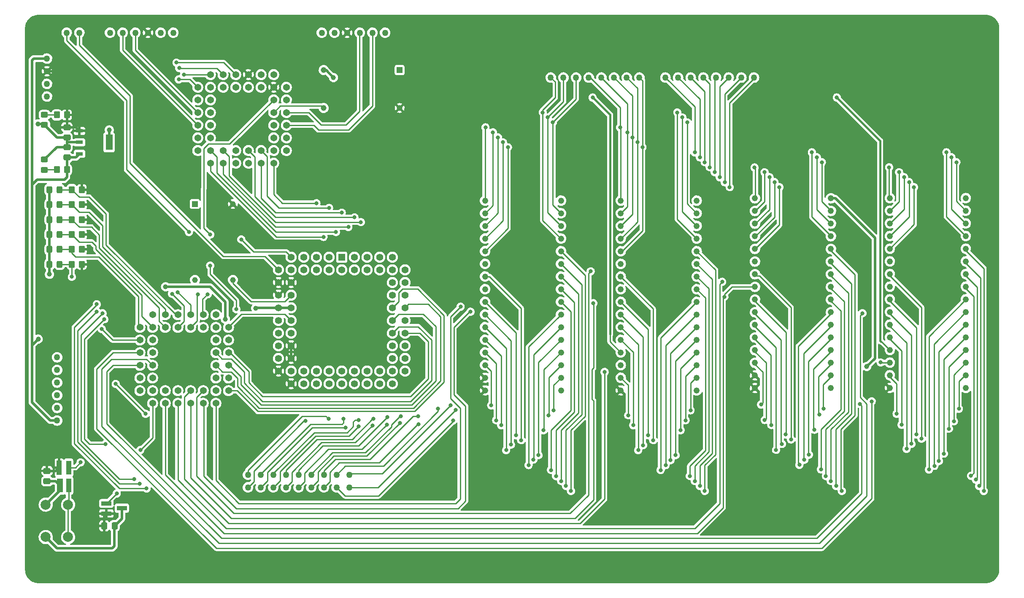
<source format=gbr>
%TF.GenerationSoftware,KiCad,Pcbnew,(6.0.0)*%
%TF.CreationDate,2024-03-23T23:35:01-05:00*%
%TF.ProjectId,MCD,4d43442e-6b69-4636-9164-5f7063625858,rev?*%
%TF.SameCoordinates,Original*%
%TF.FileFunction,Copper,L1,Top*%
%TF.FilePolarity,Positive*%
%FSLAX46Y46*%
G04 Gerber Fmt 4.6, Leading zero omitted, Abs format (unit mm)*
G04 Created by KiCad (PCBNEW (6.0.0)) date 2024-03-23 23:35:01*
%MOMM*%
%LPD*%
G01*
G04 APERTURE LIST*
G04 Aperture macros list*
%AMRoundRect*
0 Rectangle with rounded corners*
0 $1 Rounding radius*
0 $2 $3 $4 $5 $6 $7 $8 $9 X,Y pos of 4 corners*
0 Add a 4 corners polygon primitive as box body*
4,1,4,$2,$3,$4,$5,$6,$7,$8,$9,$2,$3,0*
0 Add four circle primitives for the rounded corners*
1,1,$1+$1,$2,$3*
1,1,$1+$1,$4,$5*
1,1,$1+$1,$6,$7*
1,1,$1+$1,$8,$9*
0 Add four rect primitives between the rounded corners*
20,1,$1+$1,$2,$3,$4,$5,0*
20,1,$1+$1,$4,$5,$6,$7,0*
20,1,$1+$1,$6,$7,$8,$9,0*
20,1,$1+$1,$8,$9,$2,$3,0*%
%AMOutline4P*
0 Free polygon, 4 corners , with rotation*
0 The origin of the aperture is its center*
0 number of corners: always 4*
0 $1 to $8 corner X, Y*
0 $9 Rotation angle, in degrees counterclockwise*
0 create outline with 4 corners*
4,1,4,$1,$2,$3,$4,$5,$6,$7,$8,$1,$2,$9*%
G04 Aperture macros list end*
%TA.AperFunction,SMDPad,CuDef*%
%ADD10R,1.200000X2.800000*%
%TD*%
%TA.AperFunction,SMDPad,CuDef*%
%ADD11R,1.000000X2.800000*%
%TD*%
%TA.AperFunction,SMDPad,CuDef*%
%ADD12Outline4P,-0.500000X-1.400000X0.500000X-1.400000X0.500000X1.400000X-0.500000X1.400000X0.000000*%
%TD*%
%TA.AperFunction,ComponentPad*%
%ADD13C,1.270000*%
%TD*%
%TA.AperFunction,SMDPad,CuDef*%
%ADD14R,2.032000X0.878794*%
%TD*%
%TA.AperFunction,SMDPad,CuDef*%
%ADD15R,2.032000X0.878796*%
%TD*%
%TA.AperFunction,SMDPad,CuDef*%
%ADD16R,2.032000X0.965200*%
%TD*%
%TA.AperFunction,SMDPad,CuDef*%
%ADD17RoundRect,0.250000X-0.325000X-0.450000X0.325000X-0.450000X0.325000X0.450000X-0.325000X0.450000X0*%
%TD*%
%TA.AperFunction,ComponentPad*%
%ADD18C,1.244600*%
%TD*%
%TA.AperFunction,SMDPad,CuDef*%
%ADD19RoundRect,0.250000X0.350000X0.450000X-0.350000X0.450000X-0.350000X-0.450000X0.350000X-0.450000X0*%
%TD*%
%TA.AperFunction,SMDPad,CuDef*%
%ADD20RoundRect,0.250000X0.450000X-0.325000X0.450000X0.325000X-0.450000X0.325000X-0.450000X-0.325000X0*%
%TD*%
%TA.AperFunction,ComponentPad*%
%ADD21C,2.000000*%
%TD*%
%TA.AperFunction,SMDPad,CuDef*%
%ADD22R,1.456400X0.800000*%
%TD*%
%TA.AperFunction,SMDPad,CuDef*%
%ADD23R,1.456400X3.099999*%
%TD*%
%TA.AperFunction,ComponentPad*%
%ADD24C,1.371600*%
%TD*%
%TA.AperFunction,SMDPad,CuDef*%
%ADD25RoundRect,0.250000X0.475000X-0.337500X0.475000X0.337500X-0.475000X0.337500X-0.475000X-0.337500X0*%
%TD*%
%TA.AperFunction,ComponentPad*%
%ADD26R,1.158000X1.158000*%
%TD*%
%TA.AperFunction,ComponentPad*%
%ADD27C,1.158000*%
%TD*%
%TA.AperFunction,SMDPad,CuDef*%
%ADD28RoundRect,0.250000X-0.475000X0.337500X-0.475000X-0.337500X0.475000X-0.337500X0.475000X0.337500X0*%
%TD*%
%TA.AperFunction,SMDPad,CuDef*%
%ADD29RoundRect,0.250000X-0.337500X-0.475000X0.337500X-0.475000X0.337500X0.475000X-0.337500X0.475000X0*%
%TD*%
%TA.AperFunction,SMDPad,CuDef*%
%ADD30RoundRect,0.250000X-0.450000X0.325000X-0.450000X-0.325000X0.450000X-0.325000X0.450000X0.325000X0*%
%TD*%
%TA.AperFunction,ComponentPad*%
%ADD31R,1.400000X1.400000*%
%TD*%
%TA.AperFunction,ComponentPad*%
%ADD32C,1.400000*%
%TD*%
%TA.AperFunction,ViaPad*%
%ADD33C,0.800000*%
%TD*%
%TA.AperFunction,ViaPad*%
%ADD34C,1.000000*%
%TD*%
%TA.AperFunction,Conductor*%
%ADD35C,0.254000*%
%TD*%
%TA.AperFunction,Conductor*%
%ADD36C,0.500000*%
%TD*%
%TA.AperFunction,Conductor*%
%ADD37C,0.381000*%
%TD*%
G04 APERTURE END LIST*
D10*
%TO.P,U8,1,GND*%
%TO.N,GND*%
X108130000Y-166400000D03*
D11*
%TO.P,U8,2,IN*%
%TO.N,/SW_IN*%
X109850000Y-166400000D03*
%TO.P,U8,3,OUT*%
%TO.N,BRESET*%
X109850000Y-162800000D03*
D12*
%TO.P,U8,4,VCC*%
%TO.N,+5V*%
X107950000Y-162800000D03*
%TD*%
D13*
%TO.P,J8,1,Pin_1*%
%TO.N,GND*%
X130850000Y-75500000D03*
%TO.P,J8,2,Pin_2*%
%TO.N,unconnected-(J8-Pad2)*%
X128310000Y-75500000D03*
%TO.P,J8,3,Pin_3*%
%TO.N,+5V*%
X125770000Y-75500000D03*
%TO.P,J8,4,Pin_4*%
%TO.N,TXDB*%
X123230000Y-75500000D03*
%TO.P,J8,5,Pin_5*%
%TO.N,RXDB*%
X120690000Y-75500000D03*
%TO.P,J8,6,Pin_6*%
%TO.N,unconnected-(J8-Pad6)*%
X118150000Y-75500000D03*
%TD*%
D14*
%TO.P,U10,1,\u002ARST*%
%TO.N,SRESET*%
X117425200Y-169984000D03*
D15*
%TO.P,U10,2,VCC*%
%TO.N,+5V*%
X117425200Y-172016000D03*
D16*
%TO.P,U10,3,VSS*%
%TO.N,GND*%
X120524000Y-170949200D03*
%TD*%
D17*
%TO.P,D5,1,K*%
%TO.N,GND*%
X106000000Y-116000000D03*
%TO.P,D5,2,A*%
%TO.N,LED3*%
X108050000Y-116000000D03*
%TD*%
D18*
%TO.P,U4,1,NC*%
%TO.N,unconnected-(U4-Pad1)*%
X208650000Y-147300000D03*
%TO.P,U4,2,A16*%
%TO.N,A17*%
X208650000Y-144760000D03*
%TO.P,U4,3,A15*%
%TO.N,A16*%
X208650000Y-142220000D03*
%TO.P,U4,4,A12*%
%TO.N,A13*%
X208650000Y-139680000D03*
%TO.P,U4,5,A7*%
%TO.N,A8*%
X208650000Y-137140000D03*
%TO.P,U4,6,A6*%
%TO.N,A7*%
X208650000Y-134600000D03*
%TO.P,U4,7,A5*%
%TO.N,A6*%
X208650000Y-132060000D03*
%TO.P,U4,8,A4*%
%TO.N,A5*%
X208650000Y-129520000D03*
%TO.P,U4,9,A3*%
%TO.N,A4*%
X208650000Y-126980000D03*
%TO.P,U4,10,A2*%
%TO.N,A3*%
X208650000Y-124440000D03*
%TO.P,U4,11,A1*%
%TO.N,A2*%
X208650000Y-121900000D03*
%TO.P,U4,12,A0*%
%TO.N,A1*%
X208650000Y-119360000D03*
%TO.P,U4,13,DQ0*%
%TO.N,D0*%
X208650000Y-116820000D03*
%TO.P,U4,14,DQ1*%
%TO.N,D1*%
X208650000Y-114280000D03*
%TO.P,U4,15,DQ2*%
%TO.N,D2*%
X208650000Y-111740000D03*
%TO.P,U4,16,VSS*%
%TO.N,GND*%
X208650000Y-109200000D03*
%TO.P,U4,17,DQ3*%
%TO.N,D3*%
X193410000Y-109200000D03*
%TO.P,U4,18,DQ4*%
%TO.N,D4*%
X193410000Y-111740000D03*
%TO.P,U4,19,DQ5*%
%TO.N,D5*%
X193410000Y-114280000D03*
%TO.P,U4,20,DQ6*%
%TO.N,D6*%
X193410000Y-116820000D03*
%TO.P,U4,21,DQ7*%
%TO.N,D7*%
X193410000Y-119360000D03*
%TO.P,U4,22,\u002ACE*%
%TO.N,ROMLCE*%
X193410000Y-121900000D03*
%TO.P,U4,23,A10*%
%TO.N,A11*%
X193410000Y-124440000D03*
%TO.P,U4,24,\u002AOE*%
%TO.N,ROMLOE*%
X193410000Y-126980000D03*
%TO.P,U4,25,A11*%
%TO.N,A12*%
X193410000Y-129520000D03*
%TO.P,U4,26,A9*%
%TO.N,A10*%
X193410000Y-132060000D03*
%TO.P,U4,27,A8*%
%TO.N,A9*%
X193410000Y-134600000D03*
%TO.P,U4,28,A13*%
%TO.N,A14*%
X193410000Y-137140000D03*
%TO.P,U4,29,A14*%
%TO.N,A15*%
X193410000Y-139680000D03*
%TO.P,U4,30,A17*%
%TO.N,A18*%
X193410000Y-142220000D03*
%TO.P,U4,31,\u002AWE*%
%TO.N,+5V*%
X193410000Y-144760000D03*
%TO.P,U4,32,VDD*%
X193410000Y-147300000D03*
%TD*%
D19*
%TO.P,R21,1*%
%TO.N,+5V*%
X112500000Y-119000000D03*
%TO.P,R21,2*%
%TO.N,LED4*%
X110500000Y-119000000D03*
%TD*%
D20*
%TO.P,D1,1,K*%
%TO.N,GND*%
X105000000Y-94025000D03*
%TO.P,D1,2,A*%
%TO.N,/5V_LED*%
X105000000Y-91975000D03*
%TD*%
D13*
%TO.P,J4,1,Pin_1*%
%TO.N,+3V3*%
X105500000Y-80690000D03*
%TO.P,J4,2,Pin_2*%
%TO.N,+5V*%
X105500000Y-83230000D03*
%TO.P,J4,3,Pin_3*%
%TO.N,GND*%
X105500000Y-85770000D03*
%TO.P,J4,4,Pin_4*%
X105500000Y-88310000D03*
%TD*%
D18*
%TO.P,U3,1,NC*%
%TO.N,unconnected-(U3-Pad1)*%
X289890000Y-146800000D03*
%TO.P,U3,2,A16*%
%TO.N,A17*%
X289890000Y-144260000D03*
%TO.P,U3,3,A14*%
%TO.N,A15*%
X289890000Y-141720000D03*
%TO.P,U3,4,A12*%
%TO.N,A13*%
X289890000Y-139180000D03*
%TO.P,U3,5,A7*%
%TO.N,A8*%
X289890000Y-136640000D03*
%TO.P,U3,6,A6*%
%TO.N,A7*%
X289890000Y-134100000D03*
%TO.P,U3,7,A5*%
%TO.N,A6*%
X289890000Y-131560000D03*
%TO.P,U3,8,A4*%
%TO.N,A5*%
X289890000Y-129020000D03*
%TO.P,U3,9,A3*%
%TO.N,A4*%
X289890000Y-126480000D03*
%TO.P,U3,10,A2*%
%TO.N,A3*%
X289890000Y-123940000D03*
%TO.P,U3,11,A1*%
%TO.N,A2*%
X289890000Y-121400000D03*
%TO.P,U3,12,A0*%
%TO.N,A1*%
X289890000Y-118860000D03*
%TO.P,U3,13,DQ0*%
%TO.N,D8*%
X289890000Y-116320000D03*
%TO.P,U3,14,DQ1*%
%TO.N,D9*%
X289890000Y-113780000D03*
%TO.P,U3,15,DQ2*%
%TO.N,D10*%
X289890000Y-111240000D03*
%TO.P,U3,16,VSS*%
%TO.N,GND*%
X289890000Y-108700000D03*
%TO.P,U3,17,DQ3*%
%TO.N,D11*%
X274650000Y-108700000D03*
%TO.P,U3,18,DQ4*%
%TO.N,D12*%
X274650000Y-111240000D03*
%TO.P,U3,19,DQ5*%
%TO.N,D13*%
X274650000Y-113780000D03*
%TO.P,U3,20,DQ6*%
%TO.N,D14*%
X274650000Y-116320000D03*
%TO.P,U3,21,DQ7*%
%TO.N,D15*%
X274650000Y-118860000D03*
%TO.P,U3,22,~{CE}*%
%TO.N,RAMHCE*%
X274650000Y-121400000D03*
%TO.P,U3,23,A10*%
%TO.N,A11*%
X274650000Y-123940000D03*
%TO.P,U3,24,~{OE}*%
%TO.N,RAMHOE*%
X274650000Y-126480000D03*
%TO.P,U3,25,A11*%
%TO.N,A12*%
X274650000Y-129020000D03*
%TO.P,U3,26,A9*%
%TO.N,A10*%
X274650000Y-131560000D03*
%TO.P,U3,27,A8*%
%TO.N,A9*%
X274650000Y-134100000D03*
%TO.P,U3,28,A13*%
%TO.N,A14*%
X274650000Y-136640000D03*
%TO.P,U3,29,~{WE}*%
%TO.N,R{slash}W*%
X274650000Y-139180000D03*
%TO.P,U3,30,CE2*%
%TO.N,RAMHCE2*%
X274650000Y-141720000D03*
%TO.P,U3,31,A15*%
%TO.N,A16*%
X274650000Y-144260000D03*
%TO.P,U3,32,VCC*%
%TO.N,+5V*%
X274650000Y-146800000D03*
%TD*%
D21*
%TO.P,SW1,1,1*%
%TO.N,GND*%
X105250000Y-170250000D03*
X105250000Y-176750000D03*
%TO.P,SW1,2,2*%
%TO.N,/SW_IN*%
X109750000Y-176750000D03*
X109750000Y-170250000D03*
%TD*%
D13*
%TO.P,J5,1,Pin_1*%
%TO.N,+3V3*%
X107550000Y-153350000D03*
%TO.P,J5,2,Pin_2*%
%TO.N,GND*%
X107550000Y-150810000D03*
%TO.P,J5,3,Pin_3*%
%TO.N,TCK*%
X107550000Y-148270000D03*
%TO.P,J5,4,Pin_4*%
%TO.N,TDO*%
X107550000Y-145730000D03*
%TO.P,J5,5,Pin_5*%
%TO.N,TDI*%
X107550000Y-143190000D03*
%TO.P,J5,6,Pin_6*%
%TO.N,TMS*%
X107550000Y-140650000D03*
%TD*%
D18*
%TO.P,U5,1,NC*%
%TO.N,unconnected-(U5-Pad1)*%
X262820000Y-146840000D03*
%TO.P,U5,2,A16*%
%TO.N,A17*%
X262820000Y-144300000D03*
%TO.P,U5,3,A15*%
%TO.N,A16*%
X262820000Y-141760000D03*
%TO.P,U5,4,A12*%
%TO.N,A13*%
X262820000Y-139220000D03*
%TO.P,U5,5,A7*%
%TO.N,A8*%
X262820000Y-136680000D03*
%TO.P,U5,6,A6*%
%TO.N,A7*%
X262820000Y-134140000D03*
%TO.P,U5,7,A5*%
%TO.N,A6*%
X262820000Y-131600000D03*
%TO.P,U5,8,A4*%
%TO.N,A5*%
X262820000Y-129060000D03*
%TO.P,U5,9,A3*%
%TO.N,A4*%
X262820000Y-126520000D03*
%TO.P,U5,10,A2*%
%TO.N,A3*%
X262820000Y-123980000D03*
%TO.P,U5,11,A1*%
%TO.N,A2*%
X262820000Y-121440000D03*
%TO.P,U5,12,A0*%
%TO.N,A1*%
X262820000Y-118900000D03*
%TO.P,U5,13,DQ0*%
%TO.N,D8*%
X262820000Y-116360000D03*
%TO.P,U5,14,DQ1*%
%TO.N,D9*%
X262820000Y-113820000D03*
%TO.P,U5,15,DQ2*%
%TO.N,D10*%
X262820000Y-111280000D03*
%TO.P,U5,16,VSS*%
%TO.N,GND*%
X262820000Y-108740000D03*
%TO.P,U5,17,DQ3*%
%TO.N,D11*%
X247580000Y-108740000D03*
%TO.P,U5,18,DQ4*%
%TO.N,D12*%
X247580000Y-111280000D03*
%TO.P,U5,19,DQ5*%
%TO.N,D13*%
X247580000Y-113820000D03*
%TO.P,U5,20,DQ6*%
%TO.N,D14*%
X247580000Y-116360000D03*
%TO.P,U5,21,DQ7*%
%TO.N,D15*%
X247580000Y-118900000D03*
%TO.P,U5,22,\u002ACE*%
%TO.N,ROMHCE*%
X247580000Y-121440000D03*
%TO.P,U5,23,A10*%
%TO.N,A11*%
X247580000Y-123980000D03*
%TO.P,U5,24,\u002AOE*%
%TO.N,ROMHOE*%
X247580000Y-126520000D03*
%TO.P,U5,25,A11*%
%TO.N,A12*%
X247580000Y-129060000D03*
%TO.P,U5,26,A9*%
%TO.N,A10*%
X247580000Y-131600000D03*
%TO.P,U5,27,A8*%
%TO.N,A9*%
X247580000Y-134140000D03*
%TO.P,U5,28,A13*%
%TO.N,A14*%
X247580000Y-136680000D03*
%TO.P,U5,29,A14*%
%TO.N,A15*%
X247580000Y-139220000D03*
%TO.P,U5,30,A17*%
%TO.N,A18*%
X247580000Y-141760000D03*
%TO.P,U5,31,\u002AWE*%
%TO.N,+5V*%
X247580000Y-144300000D03*
%TO.P,U5,32,VDD*%
X247580000Y-146840000D03*
%TD*%
%TO.P,U2,1,NC*%
%TO.N,unconnected-(U2-Pad1)*%
X235890000Y-147300000D03*
%TO.P,U2,2,A16*%
%TO.N,A17*%
X235890000Y-144760000D03*
%TO.P,U2,3,A14*%
%TO.N,A15*%
X235890000Y-142220000D03*
%TO.P,U2,4,A12*%
%TO.N,A13*%
X235890000Y-139680000D03*
%TO.P,U2,5,A7*%
%TO.N,A8*%
X235890000Y-137140000D03*
%TO.P,U2,6,A6*%
%TO.N,A7*%
X235890000Y-134600000D03*
%TO.P,U2,7,A5*%
%TO.N,A6*%
X235890000Y-132060000D03*
%TO.P,U2,8,A4*%
%TO.N,A5*%
X235890000Y-129520000D03*
%TO.P,U2,9,A3*%
%TO.N,A4*%
X235890000Y-126980000D03*
%TO.P,U2,10,A2*%
%TO.N,A3*%
X235890000Y-124440000D03*
%TO.P,U2,11,A1*%
%TO.N,A2*%
X235890000Y-121900000D03*
%TO.P,U2,12,A0*%
%TO.N,A1*%
X235890000Y-119360000D03*
%TO.P,U2,13,DQ0*%
%TO.N,D0*%
X235890000Y-116820000D03*
%TO.P,U2,14,DQ1*%
%TO.N,D1*%
X235890000Y-114280000D03*
%TO.P,U2,15,DQ2*%
%TO.N,D2*%
X235890000Y-111740000D03*
%TO.P,U2,16,VSS*%
%TO.N,GND*%
X235890000Y-109200000D03*
%TO.P,U2,17,DQ3*%
%TO.N,D3*%
X220650000Y-109200000D03*
%TO.P,U2,18,DQ4*%
%TO.N,D4*%
X220650000Y-111740000D03*
%TO.P,U2,19,DQ5*%
%TO.N,D5*%
X220650000Y-114280000D03*
%TO.P,U2,20,DQ6*%
%TO.N,D6*%
X220650000Y-116820000D03*
%TO.P,U2,21,DQ7*%
%TO.N,D7*%
X220650000Y-119360000D03*
%TO.P,U2,22,~{CE}*%
%TO.N,RAMLCE*%
X220650000Y-121900000D03*
%TO.P,U2,23,A10*%
%TO.N,A11*%
X220650000Y-124440000D03*
%TO.P,U2,24,~{OE}*%
%TO.N,RAMLOE*%
X220650000Y-126980000D03*
%TO.P,U2,25,A11*%
%TO.N,A12*%
X220650000Y-129520000D03*
%TO.P,U2,26,A9*%
%TO.N,A10*%
X220650000Y-132060000D03*
%TO.P,U2,27,A8*%
%TO.N,A9*%
X220650000Y-134600000D03*
%TO.P,U2,28,A13*%
%TO.N,A14*%
X220650000Y-137140000D03*
%TO.P,U2,29,~{WE}*%
%TO.N,R{slash}W*%
X220650000Y-139680000D03*
%TO.P,U2,30,CE2*%
%TO.N,RAMLCE2*%
X220650000Y-142220000D03*
%TO.P,U2,31,A15*%
%TO.N,A16*%
X220650000Y-144760000D03*
%TO.P,U2,32,VCC*%
%TO.N,+5V*%
X220650000Y-147300000D03*
%TD*%
D17*
%TO.P,D4,1,K*%
%TO.N,GND*%
X106000000Y-113000000D03*
%TO.P,D4,2,A*%
%TO.N,LED2*%
X108050000Y-113000000D03*
%TD*%
D19*
%TO.P,R23,1*%
%TO.N,+3V3*%
X109500000Y-103000000D03*
%TO.P,R23,2*%
%TO.N,/3V3_LED*%
X107500000Y-103000000D03*
%TD*%
D22*
%TO.P,U7,1,VIN*%
%TO.N,+5V*%
X112025800Y-95200000D03*
%TO.P,U7,2,GND*%
%TO.N,GND*%
X112025800Y-97500000D03*
%TO.P,U7,3,VOUT*%
%TO.N,+3V3*%
X112025800Y-99800000D03*
D23*
%TO.P,U7,4,EPAD*%
%TO.N,GND*%
X117974200Y-97500000D03*
%TD*%
D24*
%TO.P,U6,1,NC*%
%TO.N,unconnected-(U6-Pad1)*%
X145920000Y-86450000D03*
%TO.P,U6,2,A1*%
%TO.N,A1*%
X143380000Y-83910000D03*
%TO.P,U6,3,IP3*%
%TO.N,unconnected-(U6-Pad3)*%
X143380000Y-86450000D03*
%TO.P,U6,4,A2*%
%TO.N,A2*%
X140840000Y-83910000D03*
%TO.P,U6,5,IP1*%
%TO.N,unconnected-(U6-Pad5)*%
X140840000Y-86450000D03*
%TO.P,U6,6,A3*%
%TO.N,A3*%
X138300000Y-83910000D03*
%TO.P,U6,7,A4*%
%TO.N,A4*%
X135760000Y-86450000D03*
%TO.P,U6,8,IP0*%
%TO.N,unconnected-(U6-Pad8)*%
X138300000Y-86450000D03*
%TO.P,U6,9,\u002AR/\u002AW*%
%TO.N,R{slash}W*%
X135760000Y-88990000D03*
%TO.P,U6,10,\u002ADTAK*%
%TO.N,DUART_DTACK*%
X138300000Y-88990000D03*
%TO.P,U6,11,RXDB*%
%TO.N,TXDB*%
X135760000Y-91530000D03*
%TO.P,U6,12,NC*%
%TO.N,unconnected-(U6-Pad12)*%
X138300000Y-91530000D03*
%TO.P,U6,13,TXDB*%
%TO.N,RXDB*%
X135760000Y-94070000D03*
%TO.P,U6,14,OP1*%
%TO.N,unconnected-(U6-Pad14)*%
X138300000Y-94070000D03*
%TO.P,U6,15,OP3*%
%TO.N,unconnected-(U6-Pad15)*%
X135760000Y-96610000D03*
%TO.P,U6,16,OP5*%
%TO.N,unconnected-(U6-Pad16)*%
X138300000Y-96610000D03*
%TO.P,U6,17,OP7*%
%TO.N,unconnected-(U6-Pad17)*%
X135760000Y-99150000D03*
%TO.P,U6,18,D1*%
%TO.N,D1*%
X138300000Y-101690000D03*
%TO.P,U6,19,D3*%
%TO.N,D3*%
X138300000Y-99150000D03*
%TO.P,U6,20,D5*%
%TO.N,D5*%
X140840000Y-101690000D03*
%TO.P,U6,21,D7*%
%TO.N,D7*%
X140840000Y-99150000D03*
%TO.P,U6,22,GND*%
%TO.N,GND*%
X143380000Y-101690000D03*
%TO.P,U6,23,NC*%
%TO.N,unconnected-(U6-Pad23)*%
X143380000Y-99150000D03*
%TO.P,U6,24,INTR*%
%TO.N,unconnected-(U6-Pad24)*%
X145920000Y-101690000D03*
%TO.P,U6,25,D6*%
%TO.N,D6*%
X145920000Y-99150000D03*
%TO.P,U6,26,D4*%
%TO.N,D4*%
X148460000Y-101690000D03*
%TO.P,U6,27,D2*%
%TO.N,D2*%
X148460000Y-99150000D03*
%TO.P,U6,28,D0*%
%TO.N,D0*%
X151000000Y-101690000D03*
%TO.P,U6,29,OP6*%
%TO.N,unconnected-(U6-Pad29)*%
X153540000Y-99150000D03*
%TO.P,U6,30,OP4*%
%TO.N,unconnected-(U6-Pad30)*%
X151000000Y-99150000D03*
%TO.P,U6,31,OP2*%
%TO.N,unconnected-(U6-Pad31)*%
X153540000Y-96610000D03*
%TO.P,U6,32,OP0*%
%TO.N,unconnected-(U6-Pad32)*%
X151000000Y-96610000D03*
%TO.P,U6,33,TXDA*%
%TO.N,RXDA*%
X153540000Y-94070000D03*
%TO.P,U6,34,NC*%
%TO.N,unconnected-(U6-Pad34)*%
X151000000Y-94070000D03*
%TO.P,U6,35,RXDA*%
%TO.N,TXDA*%
X153540000Y-91530000D03*
%TO.P,U6,36,X1/CLK*%
%TO.N,/DUART_CLK*%
X151000000Y-91530000D03*
%TO.P,U6,37,X2*%
%TO.N,unconnected-(U6-Pad37)*%
X153540000Y-88990000D03*
%TO.P,U6,38,\u002ARESET*%
%TO.N,RESET*%
X151000000Y-88990000D03*
%TO.P,U6,39,CS*%
%TO.N,DUARTCS*%
X153540000Y-86450000D03*
%TO.P,U6,40,IP2*%
%TO.N,unconnected-(U6-Pad40)*%
X151000000Y-83910000D03*
%TO.P,U6,41,\u002AIACK*%
%TO.N,+5V*%
X151000000Y-86450000D03*
%TO.P,U6,42,IP5*%
%TO.N,unconnected-(U6-Pad42)*%
X148460000Y-83910000D03*
%TO.P,U6,43,IP4*%
%TO.N,unconnected-(U6-Pad43)*%
X148460000Y-86450000D03*
%TO.P,U6,44,VCC*%
%TO.N,+5V*%
X145920000Y-83910000D03*
%TD*%
D17*
%TO.P,D7,1,K*%
%TO.N,GND*%
X106000000Y-122000000D03*
%TO.P,D7,2,A*%
%TO.N,LED5*%
X108050000Y-122000000D03*
%TD*%
D13*
%TO.P,J3,1,Pin_1*%
%TO.N,A1*%
X145840000Y-166770000D03*
%TO.P,J3,2,Pin_2*%
%TO.N,A2*%
X145840000Y-164230000D03*
%TO.P,J3,3,Pin_3*%
%TO.N,A3*%
X148380000Y-166770000D03*
%TO.P,J3,4,Pin_4*%
%TO.N,A4*%
X148380000Y-164230000D03*
%TO.P,J3,5,Pin_5*%
%TO.N,A5*%
X150920000Y-166770000D03*
%TO.P,J3,6,Pin_6*%
%TO.N,A6*%
X150920000Y-164230000D03*
%TO.P,J3,7,Pin_7*%
%TO.N,A7*%
X153460000Y-166770000D03*
%TO.P,J3,8,Pin_8*%
%TO.N,A8*%
X153460000Y-164230000D03*
%TO.P,J3,9,Pin_9*%
%TO.N,A9*%
X156000000Y-166770000D03*
%TO.P,J3,10,Pin_10*%
%TO.N,A10*%
X156000000Y-164230000D03*
%TO.P,J3,11,Pin_11*%
%TO.N,A11*%
X158540000Y-166770000D03*
%TO.P,J3,12,Pin_12*%
%TO.N,A12*%
X158540000Y-164230000D03*
%TO.P,J3,13,Pin_13*%
%TO.N,A13*%
X161080000Y-166770000D03*
%TO.P,J3,14,Pin_14*%
%TO.N,A14*%
X161080000Y-164230000D03*
%TO.P,J3,15,Pin_15*%
%TO.N,A15*%
X163620000Y-166770000D03*
%TO.P,J3,16,Pin_16*%
%TO.N,A16*%
X163620000Y-164230000D03*
%TO.P,J3,17,Pin_17*%
%TO.N,A17*%
X166160000Y-166770000D03*
%TO.P,J3,18,Pin_18*%
%TO.N,A18*%
X166160000Y-164230000D03*
%TD*%
D25*
%TO.P,C19,1*%
%TO.N,+3V3*%
X109500000Y-100537500D03*
%TO.P,C19,2*%
%TO.N,GND*%
X109500000Y-98462500D03*
%TD*%
D26*
%TO.P,Y1,1*%
%TO.N,N/C*%
X176270000Y-82990000D03*
D27*
%TO.P,Y1,7,CASE_GND*%
%TO.N,GND*%
X161030000Y-82990000D03*
%TO.P,Y1,8,OUTPUT*%
%TO.N,/DUART_CLK*%
X161030000Y-90610000D03*
%TO.P,Y1,14,+VDC*%
%TO.N,+5V*%
X176270000Y-90610000D03*
%TD*%
D17*
%TO.P,D2,1,K*%
%TO.N,GND*%
X105975000Y-107000000D03*
%TO.P,D2,2,A*%
%TO.N,LED0*%
X108025000Y-107000000D03*
%TD*%
D13*
%TO.P,J1,1,Pin_1*%
%TO.N,D0*%
X206610000Y-84500000D03*
%TO.P,J1,2,Pin_2*%
%TO.N,D1*%
X209150000Y-84500000D03*
%TO.P,J1,3,Pin_3*%
%TO.N,D2*%
X211690000Y-84500000D03*
%TO.P,J1,4,Pin_4*%
%TO.N,D3*%
X214230000Y-84500000D03*
%TO.P,J1,5,Pin_5*%
%TO.N,D4*%
X216770000Y-84500000D03*
%TO.P,J1,6,Pin_6*%
%TO.N,D5*%
X219310000Y-84500000D03*
%TO.P,J1,7,Pin_7*%
%TO.N,D6*%
X221850000Y-84500000D03*
%TO.P,J1,8,Pin_8*%
%TO.N,D7*%
X224390000Y-84500000D03*
%TD*%
D19*
%TO.P,R22,1*%
%TO.N,+5V*%
X112500000Y-122000000D03*
%TO.P,R22,2*%
%TO.N,LED5*%
X110500000Y-122000000D03*
%TD*%
%TO.P,R18,1*%
%TO.N,+5V*%
X112500000Y-110000000D03*
%TO.P,R18,2*%
%TO.N,LED1*%
X110500000Y-110000000D03*
%TD*%
D28*
%TO.P,C21,2*%
%TO.N,GND*%
X105500000Y-165537500D03*
%TO.P,C21,1*%
%TO.N,+5V*%
X105500000Y-163462500D03*
%TD*%
D19*
%TO.P,R17,1*%
%TO.N,+5V*%
X112475000Y-107000000D03*
%TO.P,R17,2*%
%TO.N,LED0*%
X110475000Y-107000000D03*
%TD*%
%TO.P,R19,1*%
%TO.N,+5V*%
X112500000Y-113000000D03*
%TO.P,R19,2*%
%TO.N,LED2*%
X110500000Y-113000000D03*
%TD*%
%TO.P,R20,1*%
%TO.N,+5V*%
X112500000Y-116000000D03*
%TO.P,R20,2*%
%TO.N,LED3*%
X110500000Y-116000000D03*
%TD*%
D24*
%TO.P,U1,1,I/O_1*%
%TO.N,AS*%
X134320000Y-134650000D03*
%TO.P,U1,2,I/O_2*%
%TO.N,LED0*%
X131780000Y-132110000D03*
%TO.P,U1,3,I/O_3*%
%TO.N,DUARTCS*%
X131780000Y-134650000D03*
%TO.P,U1,4,I/O_4*%
%TO.N,LED1*%
X129240000Y-132110000D03*
%TO.P,U1,5,I/O/GCK1*%
%TO.N,LED2*%
X129240000Y-134650000D03*
%TO.P,U1,6,I/O/GCK2*%
%TO.N,CLK*%
X126700000Y-132110000D03*
%TO.P,U1,7,I/O/GCK3*%
%TO.N,LED4*%
X124160000Y-134650000D03*
%TO.P,U1,8,I/O_5*%
%TO.N,LED3*%
X126700000Y-134650000D03*
%TO.P,U1,9,I/O_6*%
%TO.N,LED5*%
X124160000Y-137190000D03*
%TO.P,U1,10,GND_1*%
%TO.N,GND*%
X126700000Y-137190000D03*
%TO.P,U1,11,I/O_7*%
%TO.N,RAMHCE2*%
X124160000Y-139730000D03*
%TO.P,U1,12,I/O_8*%
%TO.N,unconnected-(U1-Pad12)*%
X126700000Y-139730000D03*
%TO.P,U1,13,I/O_9*%
%TO.N,RAMHCE*%
X124160000Y-142270000D03*
%TO.P,U1,14,I/O_10*%
%TO.N,RAMHOE*%
X126700000Y-142270000D03*
%TO.P,U1,15,TDI*%
%TO.N,TDI*%
X124160000Y-144810000D03*
%TO.P,U1,16,TMS*%
%TO.N,TMS*%
X126700000Y-144810000D03*
%TO.P,U1,17,TCK*%
%TO.N,TCK*%
X124160000Y-147350000D03*
%TO.P,U1,18,I/O_11*%
%TO.N,SRESET*%
X126700000Y-149890000D03*
%TO.P,U1,19,I/O_12*%
%TO.N,BRESET*%
X126700000Y-147350000D03*
%TO.P,U1,20,I/O_13*%
%TO.N,ROMHOE*%
X129240000Y-149890000D03*
%TO.P,U1,21,VCCINT_3.3V_1*%
%TO.N,+3V3*%
X129240000Y-147350000D03*
%TO.P,U1,22,I/O_14*%
%TO.N,ROMHCE*%
X131780000Y-149890000D03*
%TO.P,U1,23,GND_2*%
%TO.N,GND*%
X131780000Y-147350000D03*
%TO.P,U1,24,I/O_15*%
%TO.N,RAMLOE*%
X134320000Y-149890000D03*
%TO.P,U1,25,I/O_16*%
%TO.N,RAMLCE2*%
X134320000Y-147350000D03*
%TO.P,U1,26,I/O_17*%
%TO.N,ROMLOE*%
X136860000Y-149890000D03*
%TO.P,U1,27,I/O_18*%
%TO.N,RAMLCE*%
X136860000Y-147350000D03*
%TO.P,U1,28,I/O_19*%
%TO.N,ROMLCE*%
X139400000Y-149890000D03*
%TO.P,U1,29,I/O_20*%
%TO.N,A23*%
X141940000Y-147350000D03*
%TO.P,U1,30,TDO*%
%TO.N,TDO*%
X139400000Y-147350000D03*
%TO.P,U1,31,GND_3*%
%TO.N,GND*%
X141940000Y-144810000D03*
%TO.P,U1,32,VCCIO_2.5V/3.3V*%
%TO.N,+3V3*%
X139400000Y-144810000D03*
%TO.P,U1,33,I/O_21*%
%TO.N,A21*%
X141940000Y-142270000D03*
%TO.P,U1,34,I/O_22*%
%TO.N,A22*%
X139400000Y-142270000D03*
%TO.P,U1,35,I/O_23*%
%TO.N,A19*%
X141940000Y-139730000D03*
%TO.P,U1,36,I/O_24*%
%TO.N,A20*%
X139400000Y-139730000D03*
%TO.P,U1,37,I/O_25*%
%TO.N,RESET*%
X141940000Y-137190000D03*
%TO.P,U1,38,I/O_26*%
%TO.N,BERR*%
X139400000Y-137190000D03*
%TO.P,U1,39,I/O/GSR*%
%TO.N,HALT*%
X141940000Y-134650000D03*
%TO.P,U1,40,I/O/GTS2*%
%TO.N,CPLD_DTACK*%
X139400000Y-132110000D03*
%TO.P,U1,41,VCCINT_3.3V_2*%
%TO.N,+3V3*%
X139400000Y-134650000D03*
%TO.P,U1,42,I/O/GTS1*%
%TO.N,UDS*%
X136860000Y-132110000D03*
%TO.P,U1,43,I/O_27*%
%TO.N,LDS*%
X136860000Y-134650000D03*
%TO.P,U1,44,I/O_28*%
%TO.N,DUART_DTACK*%
X134320000Y-132110000D03*
%TD*%
D26*
%TO.P,Y2,1*%
%TO.N,N/C*%
X135190000Y-109880000D03*
D27*
%TO.P,Y2,7,CASE_GND*%
%TO.N,GND*%
X135190000Y-125120000D03*
%TO.P,Y2,8,OUTPUT*%
%TO.N,CLK*%
X142810000Y-125120000D03*
%TO.P,Y2,14,+VDC*%
%TO.N,+5V*%
X142810000Y-109880000D03*
%TD*%
D13*
%TO.P,J6,1,Pin_1*%
%TO.N,AS*%
X109460000Y-75500000D03*
%TO.P,J6,2,Pin_2*%
%TO.N,CPLD_DTACK*%
X112000000Y-75500000D03*
%TD*%
D28*
%TO.P,C18,1*%
%TO.N,+5V*%
X109500000Y-94462500D03*
%TO.P,C18,2*%
%TO.N,GND*%
X109500000Y-96537500D03*
%TD*%
D13*
%TO.P,J2,1,Pin_1*%
%TO.N,D8*%
X229610000Y-84500000D03*
%TO.P,J2,2,Pin_2*%
%TO.N,D9*%
X232150000Y-84500000D03*
%TO.P,J2,3,Pin_3*%
%TO.N,D10*%
X234690000Y-84500000D03*
%TO.P,J2,4,Pin_4*%
%TO.N,D11*%
X237230000Y-84500000D03*
%TO.P,J2,5,Pin_5*%
%TO.N,D12*%
X239770000Y-84500000D03*
%TO.P,J2,6,Pin_6*%
%TO.N,D13*%
X242310000Y-84500000D03*
%TO.P,J2,7,Pin_7*%
%TO.N,D14*%
X244850000Y-84500000D03*
%TO.P,J2,8,Pin_8*%
%TO.N,D15*%
X247390000Y-84500000D03*
%TD*%
D29*
%TO.P,C20,1*%
%TO.N,+5V*%
X117000000Y-174500000D03*
%TO.P,C20,2*%
%TO.N,GND*%
X119075000Y-174500000D03*
%TD*%
D17*
%TO.P,D3,1,K*%
%TO.N,GND*%
X106000000Y-110000000D03*
%TO.P,D3,2,A*%
%TO.N,LED1*%
X108050000Y-110000000D03*
%TD*%
D30*
%TO.P,D8,1,K*%
%TO.N,GND*%
X105000000Y-100975000D03*
%TO.P,D8,2,A*%
%TO.N,/3V3_LED*%
X105000000Y-103025000D03*
%TD*%
D19*
%TO.P,R16,1*%
%TO.N,+5V*%
X109500000Y-92000000D03*
%TO.P,R16,2*%
%TO.N,/5V_LED*%
X107500000Y-92000000D03*
%TD*%
D31*
%TO.P,U9,1,D4*%
%TO.N,D4*%
X164650510Y-120560000D03*
D32*
%TO.P,U9,2,D3*%
%TO.N,D3*%
X164650510Y-123100000D03*
%TO.P,U9,3,D2*%
%TO.N,D2*%
X162110510Y-120560000D03*
%TO.P,U9,4,D1*%
%TO.N,D1*%
X162110510Y-123100000D03*
%TO.P,U9,5,D0*%
%TO.N,D0*%
X159570510Y-120560000D03*
%TO.P,U9,6,AS*%
%TO.N,AS*%
X159570510Y-123100000D03*
%TO.P,U9,7,UDS*%
%TO.N,UDS*%
X157030510Y-120560000D03*
%TO.P,U9,8,LDS*%
%TO.N,LDS*%
X157030510Y-123100000D03*
%TO.P,U9,9,R/W*%
%TO.N,R{slash}W*%
X154490510Y-120560000D03*
%TO.P,U9,10,DTACK*%
%TO.N,CPLD_DTACK*%
X151950510Y-123100000D03*
%TO.P,U9,11,BG*%
%TO.N,unconnected-(U9-Pad11)*%
X154490510Y-123100000D03*
%TO.P,U9,12,BGACK*%
%TO.N,+5V*%
X151950510Y-125640000D03*
%TO.P,U9,13,BR*%
X154490510Y-125640000D03*
%TO.P,U9,14,VCC*%
X151950510Y-128180000D03*
%TO.P,U9,15,CLK*%
%TO.N,CLK*%
X154490510Y-128180000D03*
%TO.P,U9,16,GND*%
%TO.N,GND*%
X151950510Y-130720000D03*
%TO.P,U9,17,GND*%
X154490510Y-130720000D03*
%TO.P,U9,18,NC*%
%TO.N,unconnected-(U9-Pad18)*%
X151950510Y-133260000D03*
%TO.P,U9,19,HALT*%
%TO.N,HALT*%
X154490510Y-133260000D03*
%TO.P,U9,20,RESET*%
%TO.N,RESET*%
X151950510Y-135800000D03*
%TO.P,U9,21,VMA*%
%TO.N,unconnected-(U9-Pad21)*%
X154490510Y-135800000D03*
%TO.P,U9,22,E*%
%TO.N,unconnected-(U9-Pad22)*%
X151950510Y-138340000D03*
%TO.P,U9,23,VPA*%
%TO.N,+5V*%
X154490510Y-138340000D03*
%TO.P,U9,24,BERR*%
%TO.N,BERR*%
X151950510Y-140880000D03*
%TO.P,U9,25,IPL2*%
%TO.N,+5V*%
X154490510Y-140880000D03*
%TO.P,U9,26,IPL1*%
X151950510Y-143420000D03*
%TO.P,U9,27,IPL0*%
X154490510Y-145960000D03*
%TO.P,U9,28,FC2*%
%TO.N,unconnected-(U9-Pad28)*%
X154490510Y-143420000D03*
%TO.P,U9,29,FC1*%
%TO.N,unconnected-(U9-Pad29)*%
X157030510Y-145960000D03*
%TO.P,U9,30,FC0*%
%TO.N,unconnected-(U9-Pad30)*%
X157030510Y-143420000D03*
%TO.P,U9,31,NC*%
%TO.N,unconnected-(U9-Pad31)*%
X159570510Y-145960000D03*
%TO.P,U9,32,A1*%
%TO.N,A1*%
X159570510Y-143420000D03*
%TO.P,U9,33,A2*%
%TO.N,A2*%
X162110510Y-145960000D03*
%TO.P,U9,34,A3*%
%TO.N,A3*%
X162110510Y-143420000D03*
%TO.P,U9,35,A4*%
%TO.N,A4*%
X164650510Y-145960000D03*
%TO.P,U9,36,A5*%
%TO.N,A5*%
X164650510Y-143420000D03*
%TO.P,U9,37,A6*%
%TO.N,A6*%
X167190510Y-145960000D03*
%TO.P,U9,38,A7*%
%TO.N,A7*%
X167190510Y-143420000D03*
%TO.P,U9,39,A8*%
%TO.N,A8*%
X169730510Y-145960000D03*
%TO.P,U9,40,A9*%
%TO.N,A9*%
X169730510Y-143420000D03*
%TO.P,U9,41,A10*%
%TO.N,A10*%
X172270510Y-145960000D03*
%TO.P,U9,42,A11*%
%TO.N,A11*%
X172270510Y-143420000D03*
%TO.P,U9,43,A12*%
%TO.N,A12*%
X174810510Y-145960000D03*
%TO.P,U9,44,A13*%
%TO.N,A13*%
X177350510Y-143420000D03*
%TO.P,U9,45,A14*%
%TO.N,A14*%
X174810510Y-143420000D03*
%TO.P,U9,46,A15*%
%TO.N,A15*%
X177350510Y-140880000D03*
%TO.P,U9,47,A16*%
%TO.N,A16*%
X174810510Y-140880000D03*
%TO.P,U9,48,A17*%
%TO.N,A17*%
X177350510Y-138340000D03*
%TO.P,U9,49,A18*%
%TO.N,A18*%
X174810510Y-138340000D03*
%TO.P,U9,50,A19*%
%TO.N,A19*%
X177350510Y-135800000D03*
%TO.P,U9,51,A20*%
%TO.N,A20*%
X174810510Y-135800000D03*
%TO.P,U9,52,VCC*%
%TO.N,+5V*%
X177350510Y-133260000D03*
%TO.P,U9,53,A21*%
%TO.N,A21*%
X174810510Y-133260000D03*
%TO.P,U9,54,A22*%
%TO.N,A22*%
X177350510Y-130720000D03*
%TO.P,U9,55,A23*%
%TO.N,A23*%
X174810510Y-130720000D03*
%TO.P,U9,56,GND*%
%TO.N,GND*%
X177350510Y-128180000D03*
%TO.P,U9,57,GND*%
X174810510Y-128180000D03*
%TO.P,U9,58,D15*%
%TO.N,D15*%
X177350510Y-125640000D03*
%TO.P,U9,59,D14*%
%TO.N,D14*%
X174810510Y-125640000D03*
%TO.P,U9,60,D13*%
%TO.N,D13*%
X177350510Y-123100000D03*
%TO.P,U9,61,D12*%
%TO.N,D12*%
X174810510Y-120560000D03*
%TO.P,U9,62,D11*%
%TO.N,D11*%
X174810510Y-123100000D03*
%TO.P,U9,63,D10*%
%TO.N,D10*%
X172270510Y-120560000D03*
%TO.P,U9,64,D9*%
%TO.N,D9*%
X172270510Y-123100000D03*
%TO.P,U9,65,D8*%
%TO.N,D8*%
X169730510Y-120560000D03*
%TO.P,U9,66,D7*%
%TO.N,D7*%
X169730510Y-123100000D03*
%TO.P,U9,67,D6*%
%TO.N,D6*%
X167190510Y-120560000D03*
%TO.P,U9,68,D5*%
%TO.N,D5*%
X167190510Y-123100000D03*
%TD*%
D17*
%TO.P,D6,1,K*%
%TO.N,GND*%
X106000000Y-119000000D03*
%TO.P,D6,2,A*%
%TO.N,LED4*%
X108050000Y-119000000D03*
%TD*%
D13*
%TO.P,J7,1,Pin_1*%
%TO.N,GND*%
X160650000Y-75500000D03*
%TO.P,J7,2,Pin_2*%
%TO.N,unconnected-(J7-Pad2)*%
X163190000Y-75500000D03*
%TO.P,J7,3,Pin_3*%
%TO.N,+5V*%
X165730000Y-75500000D03*
%TO.P,J7,4,Pin_4*%
%TO.N,TXDA*%
X168270000Y-75500000D03*
%TO.P,J7,5,Pin_5*%
%TO.N,RXDA*%
X170810000Y-75500000D03*
%TO.P,J7,6,Pin_6*%
%TO.N,unconnected-(J7-Pad6)*%
X173350000Y-75500000D03*
%TD*%
D33*
%TO.N,BRESET*%
X112250000Y-161750000D03*
D34*
%TO.N,+5V*%
X184400000Y-127400000D03*
X245500000Y-131000000D03*
X114000000Y-113000000D03*
X191500000Y-149000000D03*
X138000000Y-110000000D03*
X114000000Y-116000000D03*
X270470480Y-137600000D03*
X273000000Y-148000000D03*
X216500000Y-118000000D03*
X114000000Y-107000000D03*
X147500000Y-81000000D03*
X270000000Y-148000000D03*
X217390000Y-124000000D03*
X189546500Y-125500000D03*
X114000000Y-119000000D03*
X159000000Y-82000000D03*
X189500000Y-120000000D03*
X218500000Y-149000000D03*
X217995012Y-138504988D03*
X174000000Y-92000000D03*
X269000000Y-120000000D03*
X114000000Y-110000000D03*
X114000000Y-122000000D03*
X245500000Y-142000000D03*
X181500000Y-134500000D03*
%TO.N,GND*%
X163000000Y-84500000D03*
X270000000Y-142500000D03*
X147400000Y-130800000D03*
X103669500Y-93800000D03*
X118000000Y-95000000D03*
X106000000Y-124000000D03*
%TO.N,+3V3*%
X103750000Y-137000000D03*
X141300000Y-133000000D03*
X129300000Y-126500000D03*
D33*
%TO.N,LED5*%
X116500000Y-135000000D03*
X110500000Y-124500000D03*
%TO.N,D0*%
X159570510Y-109730001D03*
X232000000Y-91500000D03*
X205000000Y-91500000D03*
%TO.N,D1*%
X233000000Y-92500000D03*
X161000000Y-116500000D03*
X206000000Y-92500000D03*
%TO.N,D2*%
X162110510Y-110676501D03*
X207000000Y-93500000D03*
X234000000Y-93500000D03*
%TO.N,D3*%
X163500000Y-115500000D03*
X193500000Y-94500000D03*
X220500000Y-94500000D03*
%TO.N,D4*%
X222000000Y-95500000D03*
X195000000Y-95500000D03*
X164650510Y-111623001D03*
%TO.N,D5*%
X223000000Y-96500000D03*
X196000000Y-96500000D03*
X165986328Y-114500000D03*
%TO.N,D6*%
X167190510Y-112569501D03*
X224000000Y-97500000D03*
X197000000Y-97500000D03*
%TO.N,D7*%
X168483999Y-113516001D03*
X198000000Y-98500000D03*
X225000000Y-98500000D03*
%TO.N,D8*%
X235500000Y-99500000D03*
X259000000Y-99500000D03*
X286000000Y-99500000D03*
%TO.N,D9*%
X287000000Y-100500000D03*
X260000000Y-100500000D03*
X236500000Y-100500000D03*
%TO.N,D10*%
X288000000Y-101500000D03*
X237500000Y-101500000D03*
X261000000Y-101500000D03*
%TO.N,D11*%
X238500000Y-102500000D03*
X247500000Y-102553500D03*
X274500000Y-102500000D03*
%TO.N,D12*%
X276500000Y-103500000D03*
X249500000Y-103500000D03*
X239500000Y-103500000D03*
%TO.N,D13*%
X240500000Y-104500000D03*
X277500000Y-104500000D03*
X250500000Y-104500000D03*
%TO.N,D14*%
X241500000Y-105500000D03*
X251500000Y-105500000D03*
X278500000Y-105500000D03*
%TO.N,D15*%
X242500000Y-106500000D03*
X252500000Y-106500000D03*
X279500000Y-106500000D03*
%TO.N,A1*%
X293500000Y-167500000D03*
X125500000Y-167000000D03*
X131500000Y-81500000D03*
X157414858Y-153426790D03*
X265000000Y-167500000D03*
X210650000Y-167500000D03*
X115500000Y-130000000D03*
X237500000Y-167500000D03*
%TO.N,A2*%
X292574060Y-166500000D03*
X263856460Y-166500000D03*
X209650000Y-166500000D03*
X162000000Y-153000000D03*
X124126254Y-166053500D03*
X132045378Y-82590757D03*
X236500000Y-166500000D03*
X115500000Y-131500000D03*
%TO.N,A3*%
X133000000Y-83909243D03*
X235500000Y-165500000D03*
X291900540Y-165200000D03*
X116675549Y-131824450D03*
X262802960Y-165500000D03*
X123000000Y-165107000D03*
X165411446Y-154750000D03*
X208703500Y-165500000D03*
%TO.N,A4*%
X117000000Y-133000000D03*
X234500000Y-164500000D03*
X117250000Y-158088554D03*
X207650000Y-164500000D03*
X290937705Y-164451578D03*
X131950028Y-84855743D03*
X261802960Y-164500000D03*
X165000000Y-153000000D03*
%TO.N,A5*%
X168008071Y-154508071D03*
X228650000Y-163300000D03*
X260802960Y-163147040D03*
X282500000Y-163200000D03*
X206650000Y-163300000D03*
%TO.N,A6*%
X202150000Y-162300000D03*
X283590757Y-162454622D03*
X256500000Y-162246500D03*
X229650000Y-162300000D03*
X168062735Y-153224181D03*
%TO.N,A7*%
X284500000Y-161500000D03*
X203113556Y-161193011D03*
X257490450Y-161254029D03*
X170846633Y-154346633D03*
X230650000Y-161300000D03*
%TO.N,A8*%
X171000000Y-153000000D03*
X285500000Y-160000000D03*
X204150000Y-160300000D03*
X231650000Y-160300000D03*
X258400000Y-160200000D03*
%TO.N,A9*%
X197650000Y-159300000D03*
X251802960Y-159246500D03*
X224150000Y-159300000D03*
X173685195Y-154185195D03*
X278000000Y-159040051D03*
%TO.N,A10*%
X198596500Y-158209243D03*
X173830723Y-152669277D03*
X279000000Y-158040040D03*
X253000000Y-158056272D03*
X225150000Y-158300000D03*
%TO.N,A11*%
X227150000Y-157300000D03*
X281000000Y-157000000D03*
X254802960Y-157147040D03*
X176330723Y-153830723D03*
X200650000Y-157300000D03*
%TO.N,A12*%
X226150000Y-156300000D03*
X280000000Y-156147029D03*
X199596500Y-156300000D03*
X253749460Y-156147040D03*
X176500000Y-152500000D03*
%TO.N,A13*%
X232650000Y-155300000D03*
X205150000Y-155300000D03*
X259500000Y-155200529D03*
X180080723Y-154080723D03*
X286500000Y-155000000D03*
%TO.N,A14*%
X250856460Y-154254029D03*
X277000000Y-154193000D03*
X180000000Y-152500000D03*
X223150000Y-154300000D03*
X196650000Y-154300000D03*
%TO.N,A15*%
X187000000Y-153353500D03*
X233650000Y-153300000D03*
X195650000Y-153300000D03*
X287500000Y-153500000D03*
X249532126Y-153246500D03*
%TO.N,A16*%
X276000000Y-152000000D03*
X206150000Y-152300000D03*
X222150000Y-152300000D03*
X260500000Y-152147029D03*
X184000000Y-151000000D03*
%TO.N,A17*%
X187500000Y-151246511D03*
X261333859Y-151000000D03*
X234650000Y-151300000D03*
X207150000Y-151300000D03*
X288500000Y-151000000D03*
%TO.N,A18*%
X186500000Y-150300000D03*
X248802960Y-150147051D03*
X194650000Y-150300011D03*
%TO.N,TDO*%
X119300000Y-146000000D03*
X125300000Y-152000000D03*
%TO.N,AS*%
X135750000Y-128000000D03*
X134000000Y-115500000D03*
%TO.N,ROMLOE*%
X190500000Y-131500000D03*
%TO.N,ROMLCE*%
X188500000Y-130500000D03*
%TO.N,ROMHOE*%
X241446500Y-128500000D03*
%TO.N,ROMHCE*%
X241000000Y-125500000D03*
%TO.N,RAMLCE*%
X214600000Y-123400000D03*
%TO.N,RAMLCE2*%
X217400000Y-143600000D03*
%TO.N,RESET*%
X143500000Y-131000000D03*
X138250000Y-116000000D03*
X138250000Y-122250000D03*
%TO.N,RAMLOE*%
X215146500Y-129800000D03*
%TO.N,RAMHCE*%
X268596500Y-150000000D03*
%TO.N,RAMHCE2*%
X271000000Y-149500000D03*
X272816925Y-141698451D03*
%TO.N,RAMHOE*%
X269146500Y-131800000D03*
%TO.N,DUARTCS*%
X130583199Y-127916801D03*
%TO.N,UDS*%
X137750000Y-128000000D03*
%TO.N,SRESET*%
X124250000Y-159250000D03*
X119500000Y-168000000D03*
%TO.N,DUART_DTACK*%
X131752201Y-127569500D03*
%TO.N,R{slash}W*%
X264000000Y-88500000D03*
X144500000Y-117000000D03*
X215000000Y-88500000D03*
%TD*%
D35*
%TO.N,BRESET*%
X111200000Y-162800000D02*
X109850000Y-162800000D01*
X112250000Y-161750000D02*
X111200000Y-162800000D01*
D36*
%TO.N,+5V*%
X105537500Y-163500000D02*
X105500000Y-163462500D01*
X107250000Y-163500000D02*
X105537500Y-163500000D01*
X107950000Y-162800000D02*
X107250000Y-163500000D01*
%TO.N,GND*%
X105500000Y-165537500D02*
X107267500Y-165537500D01*
X107267500Y-165537500D02*
X108130000Y-166400000D01*
X108130000Y-167370000D02*
X105250000Y-170250000D01*
D35*
%TO.N,/SW_IN*%
X109850000Y-170150000D02*
X109750000Y-170250000D01*
X109850000Y-166400000D02*
X109850000Y-170150000D01*
D36*
%TO.N,+5V*%
X112475000Y-107000000D02*
X114000000Y-107000000D01*
X112500000Y-110000000D02*
X114000000Y-110000000D01*
X154490510Y-140880000D02*
X151950510Y-143420000D01*
X217390000Y-124000000D02*
X217490000Y-123900000D01*
X189000000Y-120500000D02*
X189500000Y-120000000D01*
X114000000Y-119000000D02*
X112500000Y-119000000D01*
X189000000Y-124953500D02*
X189000000Y-122800000D01*
X114000000Y-116000000D02*
X112500000Y-116000000D01*
X117000000Y-174500000D02*
X117000000Y-172441200D01*
X109500000Y-94462500D02*
X109500000Y-92000000D01*
X189000000Y-122800000D02*
X184400000Y-127400000D01*
X147500000Y-80000000D02*
X147500000Y-81000000D01*
X189000000Y-122800000D02*
X189000000Y-120500000D01*
X114000000Y-96000000D02*
X114000000Y-107000000D01*
X109500000Y-94462500D02*
X111288300Y-94462500D01*
X112025800Y-95200000D02*
X113200000Y-95200000D01*
X114000000Y-122000000D02*
X112500000Y-122000000D01*
X127074511Y-76804511D02*
X144304511Y-76804511D01*
X153650000Y-83800000D02*
X158650000Y-83800000D01*
X273000000Y-148000000D02*
X272930489Y-147930489D01*
X159000000Y-82000000D02*
X159230000Y-82000000D01*
X113200000Y-95200000D02*
X114000000Y-96000000D01*
X105500000Y-83230000D02*
X108730000Y-83230000D01*
X117000000Y-172441200D02*
X117425200Y-172016000D01*
X270069511Y-147930489D02*
X270000000Y-148000000D01*
X125770000Y-75500000D02*
X127074511Y-76804511D01*
X189546500Y-125500000D02*
X189000000Y-124953500D01*
X144304511Y-76804511D02*
X147500000Y-80000000D01*
X111288300Y-94462500D02*
X112025800Y-95200000D01*
X151950510Y-143420000D02*
X154490510Y-145960000D01*
X272930489Y-147930489D02*
X270069511Y-147930489D01*
X108730000Y-83230000D02*
X109500000Y-84000000D01*
X151000000Y-86450000D02*
X153650000Y-83800000D01*
X109500000Y-84000000D02*
X109500000Y-92000000D01*
X112500000Y-113000000D02*
X114000000Y-113000000D01*
X159230000Y-82000000D02*
X165730000Y-75500000D01*
X217490000Y-123900000D02*
X217490000Y-118990000D01*
X154490510Y-138340000D02*
X154490510Y-140880000D01*
X217490000Y-118990000D02*
X216500000Y-118000000D01*
%TO.N,GND*%
X151950510Y-130720000D02*
X154490510Y-130720000D01*
X105975000Y-109975000D02*
X106000000Y-110000000D01*
X147480000Y-130720000D02*
X147400000Y-130800000D01*
X107512500Y-96537500D02*
X109500000Y-96537500D01*
X119075000Y-174500000D02*
X120524000Y-173051000D01*
X271639980Y-116660020D02*
X263719960Y-108740000D01*
X271639980Y-140860020D02*
X271639980Y-116660020D01*
X103669500Y-93800000D02*
X104775000Y-93800000D01*
X105000000Y-100975000D02*
X107512500Y-98462500D01*
X117974200Y-97500000D02*
X117974200Y-95025800D01*
X112025800Y-97500000D02*
X109500000Y-97500000D01*
X161490000Y-82990000D02*
X163000000Y-84500000D01*
X106000000Y-118000000D02*
X106000000Y-122000000D01*
X270000000Y-142500000D02*
X271639980Y-140860020D01*
X106000000Y-118000000D02*
X106000000Y-116000000D01*
X106000000Y-119000000D02*
X106000000Y-118000000D01*
X106000000Y-113000000D02*
X106000000Y-116000000D01*
X104775000Y-93800000D02*
X105000000Y-94025000D01*
X119000000Y-174575000D02*
X119000000Y-178600000D01*
X120524000Y-173051000D02*
X120524000Y-170949200D01*
X109500000Y-96537500D02*
X109500000Y-97500000D01*
X107512500Y-98462500D02*
X109500000Y-98462500D01*
X105975000Y-107000000D02*
X105975000Y-109975000D01*
X106000000Y-110000000D02*
X106000000Y-113000000D01*
X118600000Y-179000000D02*
X107500000Y-179000000D01*
X105000000Y-94025000D02*
X107512500Y-96537500D01*
X151950510Y-130720000D02*
X147480000Y-130720000D01*
X119075000Y-174500000D02*
X119000000Y-174575000D01*
X263719960Y-108740000D02*
X262820000Y-108740000D01*
X107500000Y-179000000D02*
X105250000Y-176750000D01*
X109500000Y-97500000D02*
X109500000Y-98462500D01*
X161030000Y-82990000D02*
X161490000Y-82990000D01*
X117974200Y-95025800D02*
X118000000Y-95000000D01*
X106000000Y-122000000D02*
X106000000Y-124000000D01*
X119000000Y-178600000D02*
X118600000Y-179000000D01*
%TO.N,+3V3*%
X102500000Y-106000000D02*
X102500000Y-108000000D01*
X141300000Y-133000000D02*
X141300000Y-129550000D01*
X109500000Y-103000000D02*
X109500000Y-104500000D01*
X103750000Y-137000000D02*
X102500000Y-138250000D01*
X102500000Y-138250000D02*
X102500000Y-149700000D01*
X102500000Y-149700000D02*
X106150000Y-153350000D01*
X109500000Y-100537500D02*
X109500000Y-103000000D01*
X105500000Y-80690000D02*
X102810000Y-80690000D01*
X109500000Y-100537500D02*
X111288300Y-100537500D01*
X106150000Y-153350000D02*
X107550000Y-153350000D01*
X111288300Y-100537500D02*
X112025800Y-99800000D01*
X103500000Y-105000000D02*
X102500000Y-106000000D01*
X102500000Y-81000000D02*
X102500000Y-108000000D01*
X109500000Y-104500000D02*
X109000000Y-105000000D01*
X102500000Y-108000000D02*
X102500000Y-138250000D01*
X138250000Y-126500000D02*
X129300000Y-126500000D01*
X141300000Y-129550000D02*
X138250000Y-126500000D01*
X109000000Y-105000000D02*
X103500000Y-105000000D01*
X102810000Y-80690000D02*
X102500000Y-81000000D01*
D35*
%TO.N,/3V3_LED*%
X107500000Y-103000000D02*
X105025000Y-103000000D01*
X105025000Y-103000000D02*
X105000000Y-103025000D01*
%TO.N,LED0*%
X113979991Y-108500000D02*
X111975000Y-108500000D01*
X131360000Y-132110000D02*
X117347040Y-118097040D01*
X117347040Y-118097040D02*
X117347040Y-111867049D01*
X111975000Y-108500000D02*
X110475000Y-107000000D01*
X117347040Y-111867049D02*
X113979991Y-108500000D01*
X110475000Y-107000000D02*
X108025000Y-107000000D01*
X131780000Y-132110000D02*
X131360000Y-132110000D01*
%TO.N,LED1*%
X110500000Y-110000000D02*
X112000000Y-111500000D01*
X116673520Y-114193529D02*
X116673520Y-118429946D01*
X113979991Y-111500000D02*
X116673520Y-114193529D01*
X129240000Y-130996426D02*
X129240000Y-132110000D01*
X116673520Y-118429946D02*
X129240000Y-130996426D01*
X110500000Y-110000000D02*
X108050000Y-110000000D01*
X112000000Y-111500000D02*
X113979991Y-111500000D01*
%TO.N,LED2*%
X116000000Y-116080715D02*
X116000000Y-118708928D01*
X110500000Y-113000000D02*
X112000000Y-114500000D01*
X128000000Y-130708928D02*
X128000000Y-133410000D01*
X116000000Y-118708928D02*
X128000000Y-130708928D01*
X110500000Y-113000000D02*
X108050000Y-113000000D01*
X128000000Y-133410000D02*
X129240000Y-134650000D01*
X114419285Y-114500000D02*
X116000000Y-116080715D01*
X112000000Y-114500000D02*
X114419285Y-114500000D01*
%TO.N,LED3*%
X124500000Y-128161430D02*
X124500000Y-132450000D01*
X112000000Y-117500000D02*
X110500000Y-116000000D01*
X114500000Y-117500000D02*
X112000000Y-117500000D01*
X110500000Y-116000000D02*
X108050000Y-116000000D01*
X115326480Y-118987909D02*
X115326480Y-118326480D01*
X115326480Y-118326480D02*
X114500000Y-117500000D01*
X124500000Y-128161430D02*
X115326480Y-118987909D01*
X124500000Y-132450000D02*
X126700000Y-134650000D01*
%TO.N,LED4*%
X111253480Y-120500000D02*
X110500000Y-119746520D01*
X123826480Y-134316480D02*
X124160000Y-134650000D01*
X124195510Y-134650000D02*
X123826480Y-134280970D01*
X123826480Y-128440412D02*
X123826480Y-134316480D01*
X123826480Y-128440412D02*
X115886068Y-120500000D01*
X110500000Y-119746520D02*
X110500000Y-119000000D01*
X115886068Y-120500000D02*
X111253480Y-120500000D01*
X110500000Y-119000000D02*
X108050000Y-119000000D01*
%TO.N,LED5*%
X116500000Y-135000000D02*
X118690000Y-137190000D01*
X110500000Y-122000000D02*
X108050000Y-122000000D01*
X110500000Y-124500000D02*
X110500000Y-122000000D01*
X118690000Y-137190000D02*
X124160000Y-137190000D01*
%TO.N,D0*%
X208650000Y-116820000D02*
X205000000Y-113170000D01*
X232000000Y-91500000D02*
X232000000Y-112930000D01*
X151000000Y-101690000D02*
X151000000Y-108000000D01*
X151000000Y-108000000D02*
X152730001Y-109730001D01*
X207500000Y-88500000D02*
X207500000Y-85390000D01*
X205000000Y-91000000D02*
X207500000Y-88500000D01*
X232000000Y-112930000D02*
X235890000Y-116820000D01*
X205000000Y-91500000D02*
X205000000Y-91000000D01*
X207500000Y-85390000D02*
X206610000Y-84500000D01*
X205000000Y-113170000D02*
X205000000Y-91500000D01*
X152730001Y-109730001D02*
X159570510Y-109730001D01*
%TO.N,D1*%
X206000000Y-92500000D02*
X209150000Y-89350000D01*
X138300000Y-103300000D02*
X138300000Y-101690000D01*
X233000000Y-111390000D02*
X235890000Y-114280000D01*
X161000000Y-116500000D02*
X151500000Y-116500000D01*
X233000000Y-92500000D02*
X233000000Y-111390000D01*
X206000000Y-111630000D02*
X206000000Y-92500000D01*
X209150000Y-89350000D02*
X209150000Y-84500000D01*
X151500000Y-116500000D02*
X138300000Y-103300000D01*
X208650000Y-114280000D02*
X206000000Y-111630000D01*
%TO.N,D2*%
X211690000Y-88810000D02*
X211690000Y-84500000D01*
X207000000Y-110090000D02*
X207000000Y-93500000D01*
X234000000Y-93500000D02*
X234000000Y-109850000D01*
X148460000Y-99150000D02*
X149692311Y-100382311D01*
X207000000Y-93500000D02*
X211690000Y-88810000D01*
X149692311Y-100382311D02*
X149692311Y-108334805D01*
X152034007Y-110676501D02*
X162110510Y-110676501D01*
X234000000Y-109850000D02*
X235890000Y-111740000D01*
X208650000Y-111740000D02*
X207000000Y-110090000D01*
X149692311Y-108334805D02*
X152034007Y-110676501D01*
%TO.N,D3*%
X220500000Y-94500000D02*
X220650000Y-94650000D01*
X214500000Y-84500000D02*
X214230000Y-84500000D01*
X220650000Y-94650000D02*
X220650000Y-109200000D01*
X220500000Y-94500000D02*
X220500000Y-90500000D01*
X139607689Y-103655187D02*
X139607689Y-100457689D01*
X163500000Y-115500000D02*
X151452502Y-115500000D01*
X220500000Y-90500000D02*
X214500000Y-84500000D01*
X151452502Y-115500000D02*
X139607689Y-103655187D01*
X193410000Y-94590000D02*
X193410000Y-109200000D01*
X193500000Y-94500000D02*
X193410000Y-94590000D01*
X139607689Y-100457689D02*
X138300000Y-99150000D01*
%TO.N,D4*%
X222000000Y-110390000D02*
X220650000Y-111740000D01*
X148460000Y-101690000D02*
X148460000Y-108697490D01*
X195000000Y-110150000D02*
X193410000Y-111740000D01*
X222000000Y-95500000D02*
X222000000Y-110390000D01*
X222000000Y-95500000D02*
X222000000Y-89730000D01*
X195000000Y-95500000D02*
X195000000Y-110150000D01*
X148460000Y-108697490D02*
X151385511Y-111623001D01*
X151385511Y-111623001D02*
X164650510Y-111623001D01*
X222000000Y-89730000D02*
X216770000Y-84500000D01*
%TO.N,D5*%
X223000000Y-96500000D02*
X223000000Y-88190000D01*
X165986328Y-114500000D02*
X151405004Y-114500000D01*
X223000000Y-111930000D02*
X220650000Y-114280000D01*
X151405004Y-114500000D02*
X140840000Y-103934996D01*
X196000000Y-111690000D02*
X193410000Y-114280000D01*
X140840000Y-103934996D02*
X140840000Y-101690000D01*
X196000000Y-96500000D02*
X196000000Y-111690000D01*
X223000000Y-96500000D02*
X223000000Y-111930000D01*
X223000000Y-88190000D02*
X219310000Y-84500000D01*
%TO.N,D6*%
X145920000Y-99150000D02*
X147227689Y-100457689D01*
X220680000Y-116820000D02*
X220650000Y-116820000D01*
X197000000Y-113230000D02*
X197000000Y-97500000D01*
X193410000Y-116820000D02*
X197000000Y-113230000D01*
X224000000Y-97500000D02*
X224000000Y-113500000D01*
X147227689Y-100457689D02*
X147227689Y-108417681D01*
X224000000Y-86650000D02*
X221850000Y-84500000D01*
X224000000Y-113500000D02*
X220680000Y-116820000D01*
X147227689Y-108417681D02*
X151379509Y-112569501D01*
X151379509Y-112569501D02*
X167190510Y-112569501D01*
X224000000Y-97500000D02*
X224000000Y-86650000D01*
%TO.N,D7*%
X220917829Y-119360000D02*
X220650000Y-119360000D01*
X142072311Y-104214805D02*
X151373507Y-113516001D01*
X142072311Y-100382311D02*
X142072311Y-104214805D01*
X225000000Y-115277829D02*
X220917829Y-119360000D01*
X140840000Y-99150000D02*
X142072311Y-100382311D01*
X225000000Y-85110000D02*
X224390000Y-84500000D01*
X225000000Y-98500000D02*
X225000000Y-115277829D01*
X225000000Y-98500000D02*
X225000000Y-85110000D01*
X193410000Y-119360000D02*
X198000000Y-114770000D01*
X151373507Y-113516001D02*
X168483999Y-113516001D01*
X198000000Y-114770000D02*
X198000000Y-98500000D01*
%TO.N,D8*%
X235500000Y-99500000D02*
X235500000Y-90390000D01*
X259000000Y-112470000D02*
X262890000Y-116360000D01*
X286000000Y-99500000D02*
X286000000Y-112430000D01*
X259000000Y-99500000D02*
X259000000Y-112470000D01*
X286000000Y-112430000D02*
X289890000Y-116320000D01*
X235500000Y-90390000D02*
X229610000Y-84500000D01*
%TO.N,D9*%
X236500000Y-100500000D02*
X236500000Y-88850000D01*
X260000000Y-100500000D02*
X260000000Y-111000000D01*
X236500000Y-88850000D02*
X232150000Y-84500000D01*
X260000000Y-111000000D02*
X262820000Y-113820000D01*
X287000000Y-110890000D02*
X289890000Y-113780000D01*
X287000000Y-100500000D02*
X287000000Y-110890000D01*
%TO.N,D10*%
X237500000Y-87310000D02*
X234690000Y-84500000D01*
X237500000Y-101500000D02*
X237500000Y-87310000D01*
X261000000Y-101500000D02*
X261000000Y-109390000D01*
X288000000Y-101500000D02*
X288000000Y-109350000D01*
X288000000Y-109350000D02*
X289890000Y-111240000D01*
X261000000Y-109390000D02*
X262890000Y-111280000D01*
%TO.N,D11*%
X238500000Y-102500000D02*
X238500000Y-85770000D01*
X247500000Y-102553500D02*
X247650000Y-102703500D01*
X247650000Y-102703500D02*
X247650000Y-108740000D01*
X274500000Y-102500000D02*
X274500000Y-108550000D01*
X238500000Y-85770000D02*
X237230000Y-84500000D01*
X274500000Y-108550000D02*
X274650000Y-108700000D01*
%TO.N,D12*%
X276500000Y-109390000D02*
X274650000Y-111240000D01*
X239500000Y-84770000D02*
X239770000Y-84500000D01*
X239500000Y-103500000D02*
X239500000Y-84770000D01*
X249500000Y-109430000D02*
X247650000Y-111280000D01*
X276500000Y-103500000D02*
X276500000Y-109390000D01*
X249500000Y-103500000D02*
X249500000Y-109430000D01*
%TO.N,D13*%
X240500000Y-86310000D02*
X242310000Y-84500000D01*
X250500000Y-104500000D02*
X250500000Y-110970000D01*
X277500000Y-110930000D02*
X274650000Y-113780000D01*
X240500000Y-104500000D02*
X240500000Y-86310000D01*
X277500000Y-104500000D02*
X277500000Y-110930000D01*
X250500000Y-110970000D02*
X247650000Y-113820000D01*
%TO.N,D14*%
X278500000Y-112470000D02*
X274650000Y-116320000D01*
X251500000Y-105500000D02*
X251500000Y-112510000D01*
X241500000Y-105500000D02*
X241500000Y-87850000D01*
X278500000Y-105500000D02*
X278500000Y-112470000D01*
X251500000Y-112510000D02*
X247650000Y-116360000D01*
X241500000Y-87850000D02*
X244850000Y-84500000D01*
%TO.N,D15*%
X247390000Y-84665000D02*
X247390000Y-84500000D01*
X279500000Y-106500000D02*
X279500000Y-114010000D01*
X279500000Y-114010000D02*
X274650000Y-118860000D01*
X242500000Y-106500000D02*
X242500000Y-89555000D01*
X242500000Y-89555000D02*
X247390000Y-84665000D01*
X252500000Y-106500000D02*
X252500000Y-114050000D01*
X252500000Y-114050000D02*
X247650000Y-118900000D01*
%TO.N,A1*%
X239670560Y-160186944D02*
X239670560Y-123140560D01*
X120000000Y-167000000D02*
X125500000Y-167000000D01*
X147021511Y-165588489D02*
X145840000Y-166770000D01*
X237500000Y-167500000D02*
X237500000Y-162357504D01*
X239670560Y-123140560D02*
X235890000Y-119360000D01*
X293520560Y-167479440D02*
X293520560Y-122840560D01*
X115500000Y-130000000D02*
X115500000Y-130161430D01*
X140970000Y-81500000D02*
X143380000Y-83910000D01*
X265000000Y-167500000D02*
X264802960Y-167302960D01*
X111000000Y-158000000D02*
X120000000Y-167000000D01*
X131500000Y-81500000D02*
X140970000Y-81500000D01*
X111000000Y-134661430D02*
X111000000Y-158000000D01*
X115500000Y-130161430D02*
X111000000Y-134661430D01*
X147021511Y-163478489D02*
X147021511Y-165588489D01*
X157073210Y-153426790D02*
X147021511Y-163478489D01*
X213497040Y-152452960D02*
X213497040Y-124207040D01*
X264802960Y-167302960D02*
X264802960Y-155147040D01*
X267650000Y-124054080D02*
X262802960Y-119207040D01*
X267650000Y-152300000D02*
X267650000Y-124054080D01*
X237500000Y-162357504D02*
X239670560Y-160186944D01*
X213497040Y-124207040D02*
X208650000Y-119360000D01*
X293500000Y-167500000D02*
X293520560Y-167479440D01*
X264802960Y-155147040D02*
X267650000Y-152300000D01*
X157414858Y-153426790D02*
X157073210Y-153426790D01*
X293520560Y-122840560D02*
X289740000Y-119060000D01*
X210650000Y-167500000D02*
X210650000Y-155300000D01*
X210650000Y-155300000D02*
X213497040Y-152452960D01*
%TO.N,A2*%
X266976480Y-125920560D02*
X262802960Y-121747040D01*
X115500000Y-131500000D02*
X111673520Y-135326480D01*
X238997040Y-159907962D02*
X238997040Y-125007040D01*
X263802960Y-155147040D02*
X266976480Y-151973520D01*
X266976480Y-151973520D02*
X266976480Y-125920560D01*
X209650000Y-166500000D02*
X209650000Y-155300000D01*
X212823520Y-152126480D02*
X212823520Y-126073520D01*
X156691696Y-152480279D02*
X145840000Y-163331975D01*
X145840000Y-163331975D02*
X145840000Y-164230000D01*
X236500000Y-166500000D02*
X236500000Y-162405003D01*
X111673520Y-157673520D02*
X120053500Y-166053500D01*
X132045378Y-82590757D02*
X132132310Y-82677689D01*
X292847040Y-166227020D02*
X292847040Y-124707040D01*
X120053500Y-166053500D02*
X124126254Y-166053500D01*
X209650000Y-155300000D02*
X212823520Y-152126480D01*
X139607689Y-82677689D02*
X140840000Y-83910000D01*
X132132310Y-82677689D02*
X139607689Y-82677689D01*
X263856460Y-166500000D02*
X263802960Y-166446500D01*
X111673520Y-135326480D02*
X111673520Y-157673520D01*
X161480279Y-152480279D02*
X156691696Y-152480279D01*
X292574060Y-166500000D02*
X292847040Y-166227020D01*
X162000000Y-153000000D02*
X161480279Y-152480279D01*
X212823520Y-126073520D02*
X208650000Y-121900000D01*
X236500000Y-162405003D02*
X238997040Y-159907962D01*
X238997040Y-125007040D02*
X235890000Y-121900000D01*
X263802960Y-166446500D02*
X263802960Y-155147040D01*
X292847040Y-124707040D02*
X289740000Y-121600000D01*
%TO.N,A3*%
X238323520Y-126873520D02*
X235890000Y-124440000D01*
X208650000Y-155300000D02*
X212150000Y-151800000D01*
X212150000Y-151800000D02*
X212150000Y-127940000D01*
X262802960Y-155147040D02*
X266302960Y-151647040D01*
X212150000Y-127940000D02*
X208650000Y-124440000D01*
X120059502Y-165107000D02*
X123000000Y-165107000D01*
X112347040Y-136152959D02*
X112347040Y-157394538D01*
X266302960Y-127787040D02*
X262802960Y-124287040D01*
X165411446Y-154750000D02*
X158698651Y-154750000D01*
X292173520Y-164927020D02*
X292173520Y-126573520D01*
X292173520Y-126573520D02*
X289740000Y-124140000D01*
X238323520Y-159628981D02*
X238323520Y-126873520D01*
X149738489Y-163740601D02*
X149738489Y-165411511D01*
X158698651Y-154750000D02*
X158448651Y-155000000D01*
X208703500Y-165500000D02*
X208650000Y-165446500D01*
X149738489Y-165411511D02*
X148380000Y-166770000D01*
X158448651Y-155000000D02*
X158448651Y-155030439D01*
X235500000Y-165500000D02*
X235500000Y-162452502D01*
X133000000Y-83909243D02*
X133000757Y-83910000D01*
X262802960Y-165500000D02*
X262802960Y-155147040D01*
X208650000Y-165446500D02*
X208650000Y-155300000D01*
X291900540Y-165200000D02*
X292173520Y-164927020D01*
X112347040Y-157394538D02*
X120059502Y-165107000D01*
X133000757Y-83910000D02*
X138300000Y-83910000D01*
X266302960Y-151647040D02*
X266302960Y-127787040D01*
X235500000Y-162452502D02*
X238323520Y-159628981D01*
X116675549Y-131824450D02*
X112347040Y-136152959D01*
X158448651Y-155030439D02*
X149738489Y-163740601D01*
%TO.N,A4*%
X234500000Y-162500000D02*
X237650000Y-159350000D01*
X113020560Y-157044309D02*
X113020560Y-136979440D01*
X148380000Y-164116150D02*
X148380000Y-164230000D01*
X291500000Y-163889283D02*
X291500000Y-128440000D01*
X237650000Y-128740000D02*
X235890000Y-126980000D01*
X158419670Y-154076480D02*
X148380000Y-164116150D01*
X117250000Y-158088554D02*
X114064805Y-158088554D01*
X261802960Y-164500000D02*
X261802960Y-155147040D01*
X234500000Y-164500000D02*
X234500000Y-162500000D01*
X290937705Y-164451578D02*
X291500000Y-163889283D01*
X291500000Y-128440000D02*
X289740000Y-126680000D01*
X131950028Y-84855743D02*
X134165743Y-84855743D01*
X134165743Y-84855743D02*
X135760000Y-86450000D01*
X261802960Y-155147040D02*
X265476480Y-151473520D01*
X265476480Y-151473520D02*
X265476480Y-129500560D01*
X237650000Y-159350000D02*
X237650000Y-128740000D01*
X113020560Y-136979440D02*
X117000000Y-133000000D01*
X165000000Y-153000000D02*
X165019387Y-153019387D01*
X114064805Y-158088554D02*
X113020560Y-157044309D01*
X165019387Y-153019387D02*
X165019387Y-153803489D01*
X165019387Y-153803489D02*
X164746396Y-154076480D01*
X211323520Y-151626480D02*
X211323520Y-129653520D01*
X207650000Y-155300000D02*
X211323520Y-151626480D01*
X265476480Y-129500560D02*
X262802960Y-126827040D01*
X211323520Y-129653520D02*
X208650000Y-126980000D01*
X164746396Y-154076480D02*
X158419670Y-154076480D01*
X207650000Y-164500000D02*
X207650000Y-155300000D01*
%TO.N,A5*%
X260802960Y-155147040D02*
X264802960Y-151147040D01*
X206650000Y-155300000D02*
X210650000Y-151300000D01*
X210650000Y-151300000D02*
X210650000Y-131520000D01*
X166077822Y-156438320D02*
X159401153Y-156438320D01*
X159401153Y-156438320D02*
X152278489Y-163560984D01*
X282500000Y-163200000D02*
X282500000Y-136460000D01*
X264802960Y-151147040D02*
X264802960Y-131367040D01*
X260802960Y-163147040D02*
X260802960Y-155147040D01*
X282500000Y-136460000D02*
X289740000Y-129220000D01*
X228650000Y-136760000D02*
X235890000Y-129520000D01*
X210650000Y-131520000D02*
X208650000Y-129520000D01*
X264802960Y-131367040D02*
X262802960Y-129367040D01*
X168008071Y-154508071D02*
X166077822Y-156438320D01*
X228650000Y-163300000D02*
X228650000Y-136760000D01*
X152278489Y-163560984D02*
X152278489Y-165411511D01*
X206650000Y-163300000D02*
X206650000Y-155300000D01*
X152278489Y-165411511D02*
X150920000Y-166770000D01*
%TO.N,A6*%
X283590757Y-162454622D02*
X283500000Y-162363865D01*
X283500000Y-162363865D02*
X283500000Y-138000000D01*
X202150000Y-162300000D02*
X202150000Y-138560000D01*
X256500000Y-162246500D02*
X256302960Y-162049460D01*
X283500000Y-138000000D02*
X289740000Y-131760000D01*
X150920000Y-163966971D02*
X150920000Y-164230000D01*
X256302960Y-138407040D02*
X262802960Y-131907040D01*
X166946511Y-153607941D02*
X166946511Y-154553489D01*
X166946511Y-154553489D02*
X165735200Y-155764800D01*
X168062735Y-153224181D02*
X167330271Y-153224181D01*
X159122171Y-155764800D02*
X150920000Y-163966971D01*
X229650000Y-162300000D02*
X229650000Y-138300000D01*
X229650000Y-138300000D02*
X235890000Y-132060000D01*
X167330271Y-153224181D02*
X166946511Y-153607941D01*
X256302960Y-162049460D02*
X256302960Y-138407040D01*
X202150000Y-138560000D02*
X208650000Y-132060000D01*
X165735200Y-155764800D02*
X159122171Y-155764800D01*
%TO.N,A7*%
X257400000Y-139850000D02*
X262802960Y-134447040D01*
X230650000Y-139840000D02*
X235890000Y-134600000D01*
X284500000Y-161500000D02*
X284500000Y-139540000D01*
X257400000Y-161163579D02*
X257400000Y-139850000D01*
X203150000Y-161156567D02*
X203113556Y-161193011D01*
X167407906Y-157785360D02*
X160594113Y-157785360D01*
X203150000Y-140100000D02*
X203150000Y-161156567D01*
X154641511Y-163737962D02*
X154641511Y-165588489D01*
X160594113Y-157785360D02*
X154641511Y-163737962D01*
X170846633Y-154346633D02*
X167407906Y-157785360D01*
X208650000Y-134600000D02*
X203150000Y-140100000D01*
X230650000Y-161300000D02*
X230650000Y-139840000D01*
X257490450Y-161254029D02*
X257400000Y-161163579D01*
X154641511Y-165588489D02*
X153460000Y-166770000D01*
X284500000Y-139540000D02*
X289740000Y-134300000D01*
%TO.N,A8*%
X231650000Y-141380000D02*
X235890000Y-137140000D01*
X204150000Y-141640000D02*
X208650000Y-137140000D01*
X231650000Y-160300000D02*
X231650000Y-141380000D01*
X285500000Y-141080000D02*
X289740000Y-136840000D01*
X285500000Y-160000000D02*
X285500000Y-141080000D01*
X258302960Y-141487040D02*
X262802960Y-136987040D01*
X159680135Y-157111840D02*
X153460000Y-163331975D01*
X166742856Y-157111840D02*
X159680135Y-157111840D01*
X171000000Y-153000000D02*
X170854696Y-153000000D01*
X258400000Y-160200000D02*
X258302960Y-160102960D01*
X204150000Y-160300000D02*
X204150000Y-141640000D01*
X170854696Y-153000000D02*
X166742856Y-157111840D01*
X153460000Y-163331975D02*
X153460000Y-164230000D01*
X258302960Y-160102960D02*
X258302960Y-141487040D01*
%TO.N,A9*%
X224150000Y-159300000D02*
X224150000Y-138100000D01*
X278000000Y-159040051D02*
X278000000Y-137800000D01*
X157181511Y-163917579D02*
X157181511Y-165588489D01*
X224150000Y-138100000D02*
X220650000Y-134600000D01*
X251802960Y-138687040D02*
X247562960Y-134447040D01*
X197650000Y-138840000D02*
X193410000Y-134600000D01*
X157181511Y-165588489D02*
X156000000Y-166770000D01*
X251802960Y-159246500D02*
X251802960Y-138687040D01*
X197650000Y-159300000D02*
X197650000Y-138840000D01*
X161966690Y-159132400D02*
X157181511Y-163917579D01*
X168737990Y-159132400D02*
X161966690Y-159132400D01*
X278000000Y-137800000D02*
X274500000Y-134300000D01*
X173685195Y-154185195D02*
X168737990Y-159132400D01*
%TO.N,A10*%
X198596500Y-158209243D02*
X198650000Y-158155743D01*
X198650000Y-137300000D02*
X193410000Y-132060000D01*
X198650000Y-158155743D02*
X198650000Y-137300000D01*
X279000000Y-136260000D02*
X274500000Y-131760000D01*
X168072940Y-158458880D02*
X160873095Y-158458880D01*
X279000000Y-158040040D02*
X279000000Y-136260000D01*
X225150000Y-158300000D02*
X225150000Y-136560000D01*
X173830723Y-152701097D02*
X168072940Y-158458880D01*
X156000000Y-163331975D02*
X156000000Y-164230000D01*
X252802960Y-157859232D02*
X252802960Y-137147040D01*
X225150000Y-136560000D02*
X220650000Y-132060000D01*
X160873095Y-158458880D02*
X156000000Y-163331975D01*
X253000000Y-158056272D02*
X252802960Y-157859232D01*
X173830723Y-152669277D02*
X173830723Y-152701097D01*
X252802960Y-137147040D02*
X247562960Y-131907040D01*
%TO.N,A11*%
X200650000Y-130800000D02*
X194290000Y-124440000D01*
X281000000Y-130640000D02*
X274500000Y-124140000D01*
X163068058Y-160479440D02*
X159898489Y-163649009D01*
X169682006Y-160479440D02*
X163068058Y-160479440D01*
X176330723Y-153830723D02*
X169682006Y-160479440D01*
X159898489Y-165411511D02*
X158540000Y-166770000D01*
X200650000Y-157300000D02*
X200650000Y-130800000D01*
X227150000Y-157300000D02*
X227150000Y-130940000D01*
X227150000Y-130940000D02*
X220650000Y-124440000D01*
X254802960Y-157147040D02*
X254802960Y-130647040D01*
X248442960Y-124287040D02*
X247562960Y-124287040D01*
X254802960Y-130647040D02*
X248442960Y-124287040D01*
X159898489Y-163649009D02*
X159898489Y-165411511D01*
X281000000Y-157000000D02*
X281000000Y-130640000D01*
X194290000Y-124440000D02*
X193410000Y-124440000D01*
%TO.N,A12*%
X280000000Y-134720000D02*
X274500000Y-129220000D01*
X226150000Y-135020000D02*
X220650000Y-129520000D01*
X199650000Y-135760000D02*
X193410000Y-129520000D01*
X169403040Y-159805920D02*
X162789076Y-159805920D01*
X253802960Y-135607040D02*
X247562960Y-129367040D01*
X253802960Y-156093540D02*
X253802960Y-135607040D01*
X158540000Y-164054996D02*
X158540000Y-164230000D01*
X176500000Y-152500000D02*
X176322876Y-152500000D01*
X199596500Y-156300000D02*
X199650000Y-156246500D01*
X280000000Y-156147029D02*
X280000000Y-134720000D01*
X226150000Y-156300000D02*
X226150000Y-135020000D01*
X176322876Y-152500000D02*
X174631706Y-154191170D01*
X253749460Y-156147040D02*
X253802960Y-156093540D01*
X199650000Y-156246500D02*
X199650000Y-135760000D01*
X174631706Y-154191170D02*
X174631706Y-154577254D01*
X162789076Y-159805920D02*
X158540000Y-164054996D01*
X174631706Y-154577254D02*
X169403040Y-159805920D01*
%TO.N,A13*%
X162261511Y-163738489D02*
X162261511Y-165588489D01*
X259356449Y-155056978D02*
X259356449Y-142973551D01*
X179919277Y-154080723D02*
X172173520Y-161826480D01*
X205203489Y-155246511D02*
X205203489Y-143126511D01*
X259500000Y-155200529D02*
X259356449Y-155056978D01*
X180080723Y-154080723D02*
X179919277Y-154080723D01*
X172173520Y-161826480D02*
X164173520Y-161826480D01*
X205150000Y-155300000D02*
X205203489Y-155246511D01*
X162261511Y-165588489D02*
X161080000Y-166770000D01*
X232650000Y-155300000D02*
X232650000Y-142920000D01*
X205203489Y-143126511D02*
X208650000Y-139680000D01*
X164173520Y-161826480D02*
X162261511Y-163738489D01*
X286500000Y-142620000D02*
X289740000Y-139380000D01*
X286500000Y-155000000D02*
X286500000Y-142620000D01*
X232650000Y-142920000D02*
X235890000Y-139680000D01*
X259356449Y-142973551D02*
X262802960Y-139527040D01*
%TO.N,A14*%
X223150000Y-139640000D02*
X220650000Y-137140000D01*
X170347040Y-161152960D02*
X163347040Y-161152960D01*
X161080000Y-163420000D02*
X161080000Y-164230000D01*
X179000000Y-152500000D02*
X170347040Y-161152960D01*
X223150000Y-154300000D02*
X223150000Y-139640000D01*
X163347040Y-161152960D02*
X161080000Y-163420000D01*
X250856460Y-154254029D02*
X250802960Y-154200529D01*
X250802960Y-154200529D02*
X250802960Y-140227040D01*
X196650000Y-154300000D02*
X196650000Y-140380000D01*
X180000000Y-152500000D02*
X179000000Y-152500000D01*
X250802960Y-140227040D02*
X247562960Y-136987040D01*
X277000000Y-154193000D02*
X277000000Y-139340000D01*
X277000000Y-139340000D02*
X274500000Y-136840000D01*
X196650000Y-140380000D02*
X193410000Y-137140000D01*
%TO.N,A15*%
X165350000Y-168500000D02*
X163620000Y-166770000D01*
X187000000Y-153500000D02*
X172000000Y-168500000D01*
X287500000Y-153500000D02*
X287500000Y-144160000D01*
X195650000Y-153300000D02*
X195650000Y-141920000D01*
X195650000Y-141920000D02*
X193410000Y-139680000D01*
X287500000Y-144160000D02*
X289740000Y-141920000D01*
X249532126Y-153246500D02*
X249802960Y-152975666D01*
X187000000Y-153353500D02*
X187000000Y-153500000D01*
X249802960Y-141767040D02*
X247562960Y-139527040D01*
X233650000Y-144460000D02*
X235890000Y-142220000D01*
X233650000Y-153300000D02*
X233650000Y-144460000D01*
X249802960Y-152975666D02*
X249802960Y-141767040D01*
X172000000Y-168500000D02*
X165350000Y-168500000D01*
%TO.N,A16*%
X184000000Y-151500000D02*
X173000000Y-162500000D01*
X173000000Y-162500000D02*
X165350000Y-162500000D01*
X260356449Y-144513551D02*
X262802960Y-142067040D01*
X184000000Y-151000000D02*
X184000000Y-151500000D01*
X260500000Y-152147029D02*
X260356449Y-152003478D01*
X276000000Y-152000000D02*
X276000000Y-145960000D01*
X165350000Y-162500000D02*
X163620000Y-164230000D01*
X276000000Y-145960000D02*
X274500000Y-144460000D01*
X206203489Y-152246511D02*
X206203489Y-144666511D01*
X260356449Y-152003478D02*
X260356449Y-144513551D01*
X206203489Y-144666511D02*
X208650000Y-142220000D01*
X222150000Y-152300000D02*
X222150000Y-146260000D01*
X222150000Y-146260000D02*
X220650000Y-144760000D01*
X206150000Y-152300000D02*
X206203489Y-152246511D01*
%TO.N,A17*%
X171976511Y-166770000D02*
X166160000Y-166770000D01*
X288500000Y-151000000D02*
X288500000Y-145500000D01*
X261302960Y-146107040D02*
X262802960Y-144607040D01*
X234650000Y-145800000D02*
X235690000Y-144760000D01*
X289540000Y-144460000D02*
X289740000Y-144460000D01*
X234650000Y-151300000D02*
X234650000Y-145800000D01*
X235690000Y-144760000D02*
X235890000Y-144760000D01*
X288500000Y-145500000D02*
X289540000Y-144460000D01*
X207150000Y-146260000D02*
X208650000Y-144760000D01*
X261333859Y-151000000D02*
X261302960Y-150969101D01*
X261302960Y-150969101D02*
X261302960Y-146107040D01*
X187500000Y-151246511D02*
X171976511Y-166770000D01*
X207150000Y-151300000D02*
X207150000Y-146260000D01*
%TO.N,A18*%
X172800000Y-164000000D02*
X166390000Y-164000000D01*
X194650000Y-143460000D02*
X193410000Y-142220000D01*
X249129440Y-143633520D02*
X247562960Y-142067040D01*
X194650000Y-150300011D02*
X194650000Y-143460000D01*
X249129440Y-149820571D02*
X249129440Y-143633520D01*
X186500000Y-150300000D02*
X172800000Y-164000000D01*
X166390000Y-164000000D02*
X166160000Y-164230000D01*
X248802960Y-150147051D02*
X249129440Y-149820571D01*
%TO.N,TDO*%
X125300000Y-152000000D02*
X119300000Y-146000000D01*
%TO.N,AS*%
X109460000Y-77060000D02*
X109460000Y-75500000D01*
X121498000Y-101950501D02*
X121498000Y-89098000D01*
X135750000Y-128000000D02*
X135627689Y-128122311D01*
X134000000Y-115500000D02*
X121500000Y-103000000D01*
X121498000Y-89098000D02*
X109460000Y-77060000D01*
X135627689Y-133342311D02*
X134320000Y-134650000D01*
X135627689Y-128122311D02*
X135627689Y-133342311D01*
X121500000Y-103000000D02*
X121500000Y-101952502D01*
X121500000Y-101952502D02*
X121498000Y-101950501D01*
%TO.N,TXDA*%
X168230000Y-91270000D02*
X168230000Y-75500000D01*
X153540000Y-91530000D02*
X158030000Y-91530000D01*
X165500000Y-94000000D02*
X168230000Y-91270000D01*
X160500000Y-94000000D02*
X165500000Y-94000000D01*
X158030000Y-91530000D02*
X160500000Y-94000000D01*
%TO.N,RXDA*%
X166000000Y-95000000D02*
X170810000Y-90190000D01*
X153540000Y-94070000D02*
X159070000Y-94070000D01*
X170810000Y-90190000D02*
X170810000Y-75500000D01*
X160000000Y-95000000D02*
X166000000Y-95000000D01*
X159070000Y-94070000D02*
X160000000Y-95000000D01*
%TO.N,TXDB*%
X123230000Y-75500000D02*
X123230000Y-79000000D01*
X123230000Y-79000000D02*
X135760000Y-91530000D01*
%TO.N,RXDB*%
X120690000Y-79000000D02*
X120690000Y-75500000D01*
X135760000Y-94070000D02*
X120690000Y-79000000D01*
%TO.N,HALT*%
X154490510Y-133260000D02*
X153230510Y-132000000D01*
X141940000Y-134560000D02*
X141940000Y-134650000D01*
X144500000Y-132000000D02*
X141940000Y-134560000D01*
X153230510Y-132000000D02*
X144500000Y-132000000D01*
%TO.N,ROMLOE*%
X189500000Y-150477720D02*
X189500000Y-169500000D01*
X187173520Y-134626480D02*
X187173520Y-148151240D01*
X143500000Y-171000000D02*
X137000000Y-164500000D01*
X190500000Y-131500000D02*
X190300000Y-131500000D01*
X190300000Y-131500000D02*
X187173520Y-134626480D01*
X137000000Y-150030000D02*
X136860000Y-149890000D01*
X188000000Y-171000000D02*
X143500000Y-171000000D01*
X137000000Y-164500000D02*
X137000000Y-150030000D01*
X187173520Y-148151240D02*
X189500000Y-150477720D01*
X189500000Y-169500000D02*
X188000000Y-171000000D01*
%TO.N,ROMLCE*%
X144000000Y-170000000D02*
X139400000Y-165400000D01*
X188500000Y-130500000D02*
X186500000Y-132500000D01*
X186500000Y-148907941D02*
X188446511Y-150854452D01*
X187500000Y-170000000D02*
X144000000Y-170000000D01*
X139400000Y-165400000D02*
X139400000Y-149890000D01*
X186500000Y-132500000D02*
X186500000Y-148907941D01*
X188446511Y-150854452D02*
X188446511Y-169053489D01*
X188446511Y-169053489D02*
X187500000Y-170000000D01*
%TO.N,ROMHOE*%
X243020000Y-126520000D02*
X247650000Y-126520000D01*
X236000000Y-176000000D02*
X141000000Y-176000000D01*
X241173520Y-170826480D02*
X236000000Y-176000000D01*
X141000000Y-176000000D02*
X129250000Y-164250000D01*
X129250000Y-164250000D02*
X129250000Y-149900000D01*
X241173520Y-128772980D02*
X241173520Y-170826480D01*
X241446500Y-128500000D02*
X241173520Y-128772980D01*
X241446500Y-128053500D02*
X243000000Y-126500000D01*
X243000000Y-126500000D02*
X243020000Y-126520000D01*
X241446500Y-128500000D02*
X241446500Y-128053500D01*
%TO.N,ROMHCE*%
X235500000Y-175000000D02*
X141500000Y-175000000D01*
X240500000Y-126000000D02*
X240500000Y-170000000D01*
X241000000Y-125500000D02*
X240500000Y-126000000D01*
X141500000Y-175000000D02*
X131780000Y-165280000D01*
X240500000Y-170000000D02*
X235500000Y-175000000D01*
X131780000Y-165280000D02*
X131780000Y-149890000D01*
%TO.N,RAMLCE*%
X214600000Y-123400000D02*
X214200000Y-123800000D01*
X135552311Y-148657689D02*
X136860000Y-147350000D01*
X135552311Y-164552311D02*
X135552311Y-148657689D01*
X210500000Y-172000000D02*
X143000000Y-172000000D01*
X214200000Y-168300000D02*
X210500000Y-172000000D01*
X143000000Y-172000000D02*
X135552311Y-164552311D01*
X214200000Y-123800000D02*
X214200000Y-168300000D01*
%TO.N,RAMLCE2*%
X133087689Y-148582311D02*
X134320000Y-147350000D01*
X217400000Y-169100000D02*
X212500000Y-174000000D01*
X212500000Y-174000000D02*
X142000000Y-174000000D01*
X142000000Y-174000000D02*
X133087689Y-165087689D01*
X217400000Y-143600000D02*
X217400000Y-169100000D01*
X133087689Y-165087689D02*
X133087689Y-148582311D01*
%TO.N,RESET*%
X138250000Y-122250000D02*
X138250000Y-124000000D01*
X142147689Y-97842311D02*
X151000000Y-88990000D01*
X138250000Y-116000000D02*
X136953489Y-114703489D01*
X136953489Y-114703489D02*
X136953489Y-106796511D01*
X138250000Y-124000000D02*
X143500000Y-129250000D01*
X137864937Y-97842311D02*
X142147689Y-97842311D01*
X136953489Y-106796511D02*
X137000000Y-106750000D01*
X143500000Y-129250000D02*
X143500000Y-131000000D01*
X137000000Y-98707248D02*
X137864937Y-97842311D01*
X137000000Y-106750000D02*
X137000000Y-98707248D01*
%TO.N,RAMLOE*%
X211500000Y-173000000D02*
X142500000Y-173000000D01*
X134320000Y-164820000D02*
X134320000Y-149890000D01*
X142500000Y-173000000D02*
X134320000Y-164820000D01*
X215200000Y-142800000D02*
X214873520Y-143126480D01*
X214873520Y-143126480D02*
X214873520Y-149073520D01*
X215200000Y-149400000D02*
X215200000Y-169300000D01*
X215146500Y-129800000D02*
X215200000Y-129853500D01*
X215200000Y-169300000D02*
X211500000Y-173000000D01*
X214873520Y-149073520D02*
X215200000Y-149400000D01*
X215200000Y-129853500D02*
X215200000Y-142800000D01*
%TO.N,RAMHCE*%
X269000000Y-150403500D02*
X269000000Y-168000000D01*
X268596500Y-150000000D02*
X269000000Y-150403500D01*
X118730000Y-142270000D02*
X124160000Y-142270000D01*
X117500000Y-143500000D02*
X118730000Y-142270000D01*
X140500000Y-177000000D02*
X117500000Y-154000000D01*
X269000000Y-168000000D02*
X260000000Y-177000000D01*
X260000000Y-177000000D02*
X140500000Y-177000000D01*
X117500000Y-154000000D02*
X117500000Y-143750000D01*
X117500000Y-143504622D02*
X117497689Y-143502311D01*
X117500000Y-143750000D02*
X117500000Y-143500000D01*
X117500000Y-143750000D02*
X117500000Y-143504622D01*
%TO.N,RAMHCE2*%
X272816925Y-141698451D02*
X272838474Y-141720000D01*
X115500000Y-143000000D02*
X118770000Y-139730000D01*
X272838474Y-141720000D02*
X274650000Y-141720000D01*
X271000000Y-169000000D02*
X261000000Y-179000000D01*
X139500000Y-179000000D02*
X115500000Y-155000000D01*
X271000000Y-149500000D02*
X271000000Y-169000000D01*
X115500000Y-155000000D02*
X115500000Y-143000000D01*
X261000000Y-179000000D02*
X139500000Y-179000000D01*
X118770000Y-139730000D02*
X124160000Y-139730000D01*
%TO.N,CPLD_DTACK*%
X122171520Y-88171520D02*
X112000000Y-78000000D01*
X149250510Y-120400000D02*
X140900000Y-120400000D01*
X112000000Y-78000000D02*
X112000000Y-75500000D01*
X140900000Y-120400000D02*
X122171520Y-101671520D01*
X122171520Y-101671520D02*
X122171520Y-88171520D01*
X151950510Y-123100000D02*
X149250510Y-120400000D01*
%TO.N,RAMHOE*%
X269146500Y-131800000D02*
X268700000Y-132246500D01*
X270000000Y-150000000D02*
X270000000Y-168500000D01*
X116500000Y-143000000D02*
X118462311Y-141037689D01*
X270000000Y-168500000D02*
X260500000Y-178000000D01*
X118462311Y-141037689D02*
X125467689Y-141037689D01*
X116500000Y-154500000D02*
X116500000Y-143000000D01*
X268700000Y-132246500D02*
X268700000Y-148700000D01*
X268700000Y-148700000D02*
X270000000Y-150000000D01*
X140000000Y-178000000D02*
X116500000Y-154500000D01*
X260500000Y-178000000D02*
X140000000Y-178000000D01*
X125467689Y-141037689D02*
X126700000Y-142270000D01*
%TO.N,DUARTCS*%
X133012311Y-130345913D02*
X133012311Y-133417689D01*
X130583199Y-127916801D02*
X133012311Y-130345913D01*
X133012311Y-133417689D02*
X131780000Y-134650000D01*
%TO.N,/SW_IN*%
X109750000Y-170250000D02*
X109750000Y-176750000D01*
%TO.N,CLK*%
X146473489Y-129473489D02*
X142810000Y-125810000D01*
X142810000Y-125810000D02*
X142810000Y-125120000D01*
X153197021Y-129473489D02*
X146473489Y-129473489D01*
X154490510Y-128180000D02*
X153197021Y-129473489D01*
%TO.N,UDS*%
X136750000Y-129000000D02*
X136750000Y-132000000D01*
X137750000Y-128000000D02*
X136750000Y-129000000D01*
%TO.N,A20*%
X142462311Y-140962311D02*
X140632311Y-140962311D01*
X176103999Y-134506511D02*
X180006511Y-134506511D01*
X174810510Y-135800000D02*
X176103999Y-134506511D01*
X182673520Y-145278982D02*
X178452502Y-149500000D01*
X178452502Y-149500000D02*
X148750000Y-149500000D01*
X182673520Y-137173520D02*
X182673520Y-145278982D01*
X145097040Y-143597040D02*
X142462311Y-140962311D01*
X180006511Y-134506511D02*
X182673520Y-137173520D01*
X140632311Y-140962311D02*
X139400000Y-139730000D01*
X145097040Y-145847040D02*
X145097040Y-143597040D01*
X148750000Y-149500000D02*
X145097040Y-145847040D01*
%TO.N,A21*%
X178731483Y-150173520D02*
X148471018Y-150173520D01*
X142143978Y-142270000D02*
X141940000Y-142270000D01*
X176057021Y-132013489D02*
X181013489Y-132013489D01*
X174810510Y-133260000D02*
X176057021Y-132013489D01*
X144423520Y-144549542D02*
X142143978Y-142270000D01*
X183500000Y-134500000D02*
X183500000Y-145405004D01*
X181013489Y-132013489D02*
X183500000Y-134500000D01*
X144423520Y-146126022D02*
X144423520Y-144549542D01*
X183500000Y-145405004D02*
X178731483Y-150173520D01*
X148471018Y-150173520D02*
X144423520Y-146126022D01*
%TO.N,A22*%
X179010466Y-150847040D02*
X184500000Y-145357506D01*
X143750000Y-146500000D02*
X144250000Y-147000000D01*
X144250000Y-147000000D02*
X148097040Y-150847040D01*
X184500000Y-132500000D02*
X182000000Y-130000000D01*
X184500000Y-145357506D02*
X184500000Y-132500000D01*
X182000000Y-130000000D02*
X178070510Y-130000000D01*
X139400000Y-142270000D02*
X140707689Y-143577689D01*
X178070510Y-130000000D02*
X177350510Y-130720000D01*
X143750000Y-144877248D02*
X143750000Y-146500000D01*
X140707689Y-143577689D02*
X142450441Y-143577689D01*
X148097040Y-150847040D02*
X179010466Y-150847040D01*
X142450441Y-143577689D02*
X143750000Y-144877248D01*
%TO.N,A23*%
X179289447Y-151520560D02*
X185173520Y-145636487D01*
X147818059Y-151520560D02*
X179289447Y-151520560D01*
X141940000Y-147350000D02*
X143647498Y-147350000D01*
X185173520Y-132221018D02*
X179885991Y-126933489D01*
X176103999Y-127663677D02*
X176103999Y-129426511D01*
X143647498Y-147350000D02*
X147818059Y-151520560D01*
X179885991Y-126933489D02*
X176834187Y-126933489D01*
X185173520Y-145636487D02*
X185173520Y-132221018D01*
X176103999Y-129426511D02*
X174810510Y-130720000D01*
X176834187Y-126933489D02*
X176103999Y-127663677D01*
%TO.N,SRESET*%
X126700000Y-156800000D02*
X126700000Y-149890000D01*
X117516000Y-169984000D02*
X117425200Y-169984000D01*
X124250000Y-159250000D02*
X126700000Y-156800000D01*
X119500000Y-168000000D02*
X117516000Y-169984000D01*
%TO.N,DUART_DTACK*%
X131752201Y-127569500D02*
X134320000Y-130137299D01*
X134320000Y-130137299D02*
X134320000Y-132110000D01*
%TO.N,A19*%
X178500000Y-148500000D02*
X182000000Y-145000000D01*
X142182501Y-139730000D02*
X146000000Y-143547499D01*
X146000000Y-145750000D02*
X148750000Y-148500000D01*
X148750000Y-148500000D02*
X178500000Y-148500000D01*
X141940000Y-139730000D02*
X142182501Y-139730000D01*
X182000000Y-137500000D02*
X180300000Y-135800000D01*
X182000000Y-145000000D02*
X182000000Y-137500000D01*
X146000000Y-143547499D02*
X146000000Y-145750000D01*
X180300000Y-135800000D02*
X177350510Y-135800000D01*
D37*
%TO.N,R{slash}W*%
X272700000Y-97200000D02*
X264000000Y-88500000D01*
D35*
X144500000Y-117000000D02*
X147000000Y-119500000D01*
X218500000Y-137530000D02*
X220650000Y-139680000D01*
D37*
X218500000Y-136000000D02*
X218500000Y-92000000D01*
D35*
X272900000Y-137500000D02*
X272970000Y-137500000D01*
D37*
X218500000Y-92000000D02*
X215000000Y-88500000D01*
D35*
X272970000Y-137500000D02*
X274650000Y-139180000D01*
X218500000Y-136000000D02*
X218500000Y-137530000D01*
D37*
X272700000Y-137300000D02*
X272700000Y-97200000D01*
X272900000Y-137500000D02*
X272700000Y-137300000D01*
D35*
X153500000Y-119500000D02*
X154490510Y-120490510D01*
X147000000Y-119500000D02*
X153500000Y-119500000D01*
X154490510Y-120490510D02*
X154490510Y-120560000D01*
%TO.N,/DUART_CLK*%
X160642311Y-90222311D02*
X152307689Y-90222311D01*
X161030000Y-90610000D02*
X160642311Y-90222311D01*
X152307689Y-90222311D02*
X151000000Y-91530000D01*
%TO.N,/5V_LED*%
X105025000Y-92000000D02*
X105000000Y-91975000D01*
X107500000Y-92000000D02*
X105025000Y-92000000D01*
%TD*%
%TA.AperFunction,Conductor*%
%TO.N,+5V*%
G36*
X293878311Y-71901551D02*
G01*
X293900000Y-71904986D01*
X293909793Y-71903435D01*
X293909795Y-71903435D01*
X293909928Y-71903414D01*
X293936702Y-71902061D01*
X293960795Y-71903414D01*
X294195243Y-71916580D01*
X294209275Y-71918161D01*
X294351556Y-71942336D01*
X294493831Y-71966510D01*
X294507606Y-71969654D01*
X294784955Y-72049557D01*
X294798292Y-72054224D01*
X294962003Y-72122035D01*
X295064953Y-72164678D01*
X295077676Y-72170805D01*
X295330299Y-72310425D01*
X295342255Y-72317938D01*
X295577653Y-72484963D01*
X295588700Y-72493772D01*
X295803912Y-72686097D01*
X295813903Y-72696088D01*
X296006228Y-72911300D01*
X296015037Y-72922347D01*
X296182062Y-73157745D01*
X296189575Y-73169701D01*
X296238925Y-73258993D01*
X296329193Y-73422320D01*
X296335324Y-73435051D01*
X296445776Y-73701708D01*
X296450443Y-73715045D01*
X296530346Y-73992394D01*
X296533490Y-74006169D01*
X296581838Y-74290720D01*
X296583420Y-74304757D01*
X296591018Y-74440063D01*
X296597939Y-74563298D01*
X296596586Y-74590072D01*
X296595014Y-74600000D01*
X296596565Y-74609792D01*
X296598449Y-74621687D01*
X296600000Y-74641398D01*
X296600000Y-183258602D01*
X296598449Y-183278311D01*
X296595014Y-183300000D01*
X296596565Y-183309793D01*
X296596565Y-183309795D01*
X296596586Y-183309928D01*
X296597939Y-183336702D01*
X296583420Y-183595239D01*
X296581838Y-183609280D01*
X296533490Y-183893831D01*
X296530346Y-183907606D01*
X296450443Y-184184955D01*
X296445776Y-184198292D01*
X296335324Y-184464949D01*
X296329195Y-184477676D01*
X296189575Y-184730299D01*
X296182062Y-184742255D01*
X296015037Y-184977653D01*
X296006228Y-184988700D01*
X295813903Y-185203912D01*
X295803912Y-185213903D01*
X295588700Y-185406228D01*
X295577653Y-185415037D01*
X295342255Y-185582062D01*
X295330299Y-185589575D01*
X295077676Y-185729195D01*
X295064953Y-185735322D01*
X294962262Y-185777858D01*
X294798292Y-185845776D01*
X294784955Y-185850443D01*
X294507606Y-185930346D01*
X294493831Y-185933490D01*
X294351556Y-185957664D01*
X294209275Y-185981839D01*
X294195243Y-185983420D01*
X293988787Y-185995014D01*
X293936702Y-185997939D01*
X293909928Y-185996586D01*
X293909795Y-185996565D01*
X293909793Y-185996565D01*
X293900000Y-185995014D01*
X293878311Y-185998449D01*
X293858602Y-186000000D01*
X103841398Y-186000000D01*
X103821689Y-185998449D01*
X103800000Y-185995014D01*
X103790207Y-185996565D01*
X103790205Y-185996565D01*
X103790072Y-185996586D01*
X103763298Y-185997939D01*
X103711213Y-185995014D01*
X103504757Y-185983420D01*
X103490725Y-185981839D01*
X103348444Y-185957664D01*
X103206169Y-185933490D01*
X103192394Y-185930346D01*
X102915045Y-185850443D01*
X102901708Y-185845776D01*
X102737738Y-185777858D01*
X102635047Y-185735322D01*
X102622324Y-185729195D01*
X102369701Y-185589575D01*
X102357745Y-185582062D01*
X102122347Y-185415037D01*
X102111300Y-185406228D01*
X101896088Y-185213903D01*
X101886097Y-185203912D01*
X101693772Y-184988700D01*
X101684963Y-184977653D01*
X101517938Y-184742255D01*
X101510425Y-184730299D01*
X101370805Y-184477676D01*
X101364676Y-184464949D01*
X101254224Y-184198292D01*
X101249557Y-184184955D01*
X101169654Y-183907606D01*
X101166510Y-183893831D01*
X101118162Y-183609280D01*
X101116580Y-183595239D01*
X101102061Y-183336702D01*
X101103414Y-183309928D01*
X101103435Y-183309795D01*
X101103435Y-183309793D01*
X101104986Y-183300000D01*
X101101551Y-183278311D01*
X101100000Y-183258602D01*
X101100000Y-176715175D01*
X103825057Y-176715175D01*
X103825354Y-176720327D01*
X103825354Y-176720331D01*
X103838206Y-176943214D01*
X103838207Y-176943220D01*
X103838504Y-176948373D01*
X103889856Y-177176243D01*
X103977737Y-177392666D01*
X104099785Y-177591830D01*
X104252722Y-177768386D01*
X104432443Y-177917593D01*
X104436895Y-177920195D01*
X104436900Y-177920198D01*
X104629661Y-178032838D01*
X104634119Y-178035443D01*
X104852335Y-178118772D01*
X104857401Y-178119803D01*
X104857402Y-178119803D01*
X104911927Y-178130896D01*
X105081231Y-178165341D01*
X105212445Y-178170153D01*
X105309495Y-178173712D01*
X105309499Y-178173712D01*
X105314659Y-178173901D01*
X105319779Y-178173245D01*
X105319781Y-178173245D01*
X105400502Y-178162904D01*
X105546351Y-178144220D01*
X105551305Y-178142734D01*
X105551313Y-178142732D01*
X105589370Y-178131314D01*
X105660365Y-178130896D01*
X105714673Y-178162904D01*
X107006362Y-179454593D01*
X107012215Y-179460858D01*
X107048052Y-179501939D01*
X107060874Y-179510950D01*
X107097376Y-179536604D01*
X107102669Y-179540535D01*
X107107960Y-179544683D01*
X107144135Y-179573048D01*
X107144138Y-179573050D01*
X107150112Y-179577734D01*
X107157029Y-179580857D01*
X107162420Y-179584122D01*
X107169049Y-179587903D01*
X107174612Y-179590886D01*
X107180827Y-179595254D01*
X107187906Y-179598014D01*
X107187908Y-179598015D01*
X107196203Y-179601249D01*
X107236990Y-179617151D01*
X107243066Y-179619705D01*
X107291099Y-179641393D01*
X107291102Y-179641394D01*
X107298021Y-179644518D01*
X107305484Y-179645901D01*
X107311482Y-179647781D01*
X107318832Y-179649875D01*
X107324953Y-179651446D01*
X107332029Y-179654205D01*
X107374369Y-179659779D01*
X107391788Y-179662073D01*
X107398301Y-179663105D01*
X107450121Y-179672709D01*
X107450123Y-179672709D01*
X107457590Y-179674093D01*
X107465170Y-179673656D01*
X107465171Y-179673656D01*
X107516278Y-179670709D01*
X107523531Y-179670500D01*
X118572392Y-179670500D01*
X118580963Y-179670792D01*
X118635349Y-179674500D01*
X118694775Y-179664128D01*
X118701287Y-179663168D01*
X118761111Y-179655928D01*
X118768217Y-179653243D01*
X118774328Y-179651742D01*
X118781722Y-179649719D01*
X118787731Y-179647905D01*
X118795219Y-179646598D01*
X118850427Y-179622363D01*
X118856531Y-179619872D01*
X118860557Y-179618351D01*
X118874346Y-179613141D01*
X118905817Y-179601249D01*
X118905819Y-179601248D01*
X118912922Y-179598564D01*
X118919181Y-179594262D01*
X118924746Y-179591353D01*
X118931429Y-179587634D01*
X118936866Y-179584418D01*
X118943819Y-179581366D01*
X118987055Y-179548190D01*
X118991625Y-179544683D01*
X118996963Y-179540805D01*
X119040404Y-179510950D01*
X119040413Y-179510942D01*
X119046667Y-179506644D01*
X119066275Y-179484637D01*
X119085783Y-179462741D01*
X119090765Y-179457465D01*
X119454585Y-179093645D01*
X119460851Y-179087791D01*
X119496212Y-179056944D01*
X119501939Y-179051948D01*
X119536628Y-179002590D01*
X119540542Y-178997321D01*
X119573045Y-178955869D01*
X119577734Y-178949889D01*
X119580860Y-178942965D01*
X119584113Y-178937594D01*
X119587906Y-178930945D01*
X119590885Y-178925390D01*
X119595254Y-178919173D01*
X119617149Y-178863015D01*
X119619705Y-178856933D01*
X119644518Y-178801980D01*
X119645903Y-178794509D01*
X119647786Y-178788500D01*
X119649881Y-178781144D01*
X119651446Y-178775048D01*
X119654205Y-178767971D01*
X119662074Y-178708202D01*
X119663106Y-178701688D01*
X119672708Y-178649878D01*
X119672708Y-178649877D01*
X119674092Y-178642410D01*
X119670709Y-178583738D01*
X119670500Y-178576486D01*
X119670500Y-175673663D01*
X119690502Y-175605542D01*
X119731229Y-175565887D01*
X119822762Y-175510453D01*
X119822768Y-175510448D01*
X119829261Y-175506516D01*
X119944016Y-175391761D01*
X120028085Y-175252947D01*
X120032670Y-175238318D01*
X120074614Y-175104470D01*
X120076615Y-175098086D01*
X120083000Y-175028598D01*
X120083000Y-174492420D01*
X120103002Y-174424299D01*
X120119905Y-174403325D01*
X120978585Y-173544645D01*
X120984851Y-173538791D01*
X121020214Y-173507942D01*
X121025939Y-173502948D01*
X121030311Y-173496728D01*
X121060611Y-173453617D01*
X121064542Y-173448323D01*
X121097045Y-173406869D01*
X121097048Y-173406864D01*
X121101733Y-173400889D01*
X121104858Y-173393969D01*
X121108126Y-173388572D01*
X121111910Y-173381938D01*
X121114886Y-173376388D01*
X121119254Y-173370173D01*
X121122013Y-173363097D01*
X121122015Y-173363093D01*
X121141151Y-173314011D01*
X121143707Y-173307930D01*
X121165392Y-173259904D01*
X121165393Y-173259902D01*
X121168518Y-173252980D01*
X121169903Y-173245509D01*
X121171786Y-173239499D01*
X121173881Y-173232144D01*
X121175446Y-173226048D01*
X121178205Y-173218971D01*
X121186074Y-173159202D01*
X121187106Y-173152688D01*
X121196708Y-173100878D01*
X121196708Y-173100877D01*
X121198092Y-173093410D01*
X121194709Y-173034738D01*
X121194500Y-173027486D01*
X121194500Y-171978299D01*
X121214502Y-171910178D01*
X121268158Y-171863685D01*
X121320500Y-171852299D01*
X121573096Y-171852299D01*
X121577990Y-171851524D01*
X121661765Y-171838257D01*
X121661768Y-171838256D01*
X121671562Y-171836705D01*
X121790245Y-171776233D01*
X121884433Y-171682045D01*
X121939063Y-171574827D01*
X121940404Y-171572196D01*
X121940404Y-171572195D01*
X121944905Y-171563362D01*
X121960500Y-171464897D01*
X121960499Y-170433504D01*
X121944905Y-170335038D01*
X121938747Y-170322951D01*
X121901576Y-170250000D01*
X121884433Y-170216355D01*
X121790245Y-170122167D01*
X121671562Y-170061695D01*
X121573097Y-170046100D01*
X120524106Y-170046100D01*
X119474904Y-170046101D01*
X119470011Y-170046876D01*
X119470010Y-170046876D01*
X119386235Y-170060143D01*
X119386232Y-170060144D01*
X119376438Y-170061695D01*
X119257755Y-170122167D01*
X119163567Y-170216355D01*
X119103095Y-170335038D01*
X119102004Y-170334482D01*
X119067463Y-170385002D01*
X119002067Y-170412641D01*
X118932110Y-170400537D01*
X118879802Y-170352532D01*
X118861700Y-170287463D01*
X118861699Y-169516461D01*
X118861699Y-169511507D01*
X118858216Y-169489516D01*
X118867315Y-169419107D01*
X118893570Y-169380712D01*
X119413121Y-168861161D01*
X119475433Y-168827135D01*
X119490796Y-168824775D01*
X119583534Y-168816335D01*
X119666028Y-168808827D01*
X119672730Y-168806649D01*
X119672732Y-168806649D01*
X119834398Y-168754121D01*
X119834401Y-168754120D01*
X119841097Y-168751944D01*
X119999213Y-168657688D01*
X120132517Y-168530745D01*
X120234384Y-168377422D01*
X120299751Y-168205341D01*
X120316081Y-168089149D01*
X120324819Y-168026978D01*
X120324819Y-168026973D01*
X120325370Y-168023055D01*
X120325692Y-168000000D01*
X120305173Y-167817069D01*
X120302526Y-167809466D01*
X120269607Y-167714937D01*
X120266093Y-167644027D01*
X120301475Y-167582475D01*
X120364517Y-167549823D01*
X120388598Y-167547500D01*
X124834537Y-167547500D01*
X124902658Y-167567502D01*
X124925173Y-167585972D01*
X124973684Y-167636207D01*
X125127714Y-167737001D01*
X125134318Y-167739457D01*
X125293645Y-167798710D01*
X125293647Y-167798710D01*
X125300247Y-167801165D01*
X125307228Y-167802096D01*
X125307230Y-167802097D01*
X125475727Y-167824580D01*
X125475731Y-167824580D01*
X125482708Y-167825511D01*
X125489719Y-167824873D01*
X125489723Y-167824873D01*
X125648579Y-167810415D01*
X125666028Y-167808827D01*
X125672730Y-167806649D01*
X125672732Y-167806649D01*
X125834398Y-167754121D01*
X125834401Y-167754120D01*
X125841097Y-167751944D01*
X125938520Y-167693868D01*
X125993161Y-167661296D01*
X125993163Y-167661295D01*
X125999213Y-167657688D01*
X126132517Y-167530745D01*
X126234384Y-167377422D01*
X126299751Y-167205341D01*
X126325370Y-167023055D01*
X126325692Y-167000000D01*
X126315259Y-166906990D01*
X126327543Y-166837066D01*
X126375682Y-166784881D01*
X126444391Y-166767007D01*
X126511857Y-166789117D01*
X126529569Y-166803851D01*
X139102288Y-179376569D01*
X139105940Y-179380376D01*
X139147730Y-179425822D01*
X139155025Y-179430345D01*
X139155026Y-179430346D01*
X139184480Y-179448608D01*
X139194252Y-179455324D01*
X139228703Y-179481474D01*
X139236691Y-179484637D01*
X139236692Y-179484637D01*
X139242552Y-179486957D01*
X139262565Y-179497023D01*
X139267916Y-179500341D01*
X139267920Y-179500343D01*
X139275218Y-179504868D01*
X139299085Y-179511802D01*
X139316742Y-179516932D01*
X139327971Y-179520777D01*
X139359994Y-179533455D01*
X139368175Y-179536694D01*
X139376715Y-179537592D01*
X139376725Y-179537594D01*
X139382989Y-179538252D01*
X139404966Y-179542563D01*
X139419268Y-179546718D01*
X139426663Y-179547261D01*
X139427611Y-179547331D01*
X139427619Y-179547331D01*
X139429916Y-179547500D01*
X139464380Y-179547500D01*
X139477551Y-179548190D01*
X139517358Y-179552374D01*
X139525824Y-179550942D01*
X139525827Y-179550942D01*
X139535747Y-179549264D01*
X139556759Y-179547500D01*
X260985099Y-179547500D01*
X260990374Y-179547611D01*
X261052009Y-179550194D01*
X261060553Y-179548190D01*
X261094109Y-179540320D01*
X261105780Y-179538157D01*
X261140107Y-179533455D01*
X261140108Y-179533455D01*
X261148618Y-179532289D01*
X261162286Y-179526374D01*
X261183557Y-179519340D01*
X261189683Y-179517903D01*
X261189685Y-179517902D01*
X261198051Y-179515940D01*
X261235950Y-179495105D01*
X261246595Y-179489890D01*
X261278402Y-179476126D01*
X261278404Y-179476125D01*
X261286286Y-179472714D01*
X261297854Y-179463346D01*
X261316456Y-179450846D01*
X261323714Y-179446857D01*
X261323722Y-179446851D01*
X261329502Y-179443674D01*
X261337584Y-179436698D01*
X261361950Y-179412332D01*
X261371751Y-179403506D01*
X261396188Y-179383718D01*
X261396190Y-179383716D01*
X261402862Y-179378313D01*
X261413667Y-179363109D01*
X261427278Y-179347004D01*
X271376581Y-169397701D01*
X271380389Y-169394048D01*
X271419504Y-169358080D01*
X271419505Y-169358079D01*
X271425822Y-169352270D01*
X271448615Y-169315509D01*
X271455331Y-169305738D01*
X271466379Y-169291183D01*
X271481474Y-169271296D01*
X271484638Y-169263305D01*
X271484640Y-169263301D01*
X271486956Y-169257452D01*
X271497022Y-169237436D01*
X271500340Y-169232084D01*
X271504868Y-169224782D01*
X271516932Y-169183257D01*
X271520777Y-169172028D01*
X271533531Y-169139815D01*
X271533532Y-169139810D01*
X271536694Y-169131824D01*
X271538251Y-169117011D01*
X271542562Y-169095038D01*
X271546718Y-169080732D01*
X271547500Y-169070084D01*
X271547500Y-169035619D01*
X271548190Y-169022448D01*
X271550038Y-169004868D01*
X271552374Y-168982641D01*
X271549781Y-168967307D01*
X271549264Y-168964252D01*
X271547500Y-168943240D01*
X271547500Y-150165709D01*
X271567502Y-150097588D01*
X271586609Y-150074463D01*
X271627410Y-150035609D01*
X271627413Y-150035605D01*
X271632517Y-150030745D01*
X271722560Y-149895219D01*
X271730483Y-149883294D01*
X271730484Y-149883292D01*
X271734384Y-149877422D01*
X271799751Y-149705341D01*
X271825370Y-149523055D01*
X271825692Y-149500000D01*
X271805173Y-149317069D01*
X271801281Y-149305891D01*
X271764720Y-149200904D01*
X271744636Y-149143230D01*
X271734458Y-149126941D01*
X271650822Y-148993097D01*
X271647089Y-148987123D01*
X271517382Y-148856507D01*
X271500281Y-148845654D01*
X271419750Y-148794548D01*
X271361960Y-148757873D01*
X271334847Y-148748219D01*
X271195182Y-148698486D01*
X271195177Y-148698485D01*
X271188547Y-148696124D01*
X271181559Y-148695291D01*
X271181556Y-148695290D01*
X271054760Y-148680171D01*
X271005764Y-148674328D01*
X270998762Y-148675064D01*
X270998760Y-148675064D01*
X270829695Y-148692834D01*
X270829693Y-148692834D01*
X270822695Y-148693570D01*
X270761363Y-148714449D01*
X270655107Y-148750621D01*
X270655104Y-148750622D01*
X270648437Y-148752892D01*
X270642439Y-148756582D01*
X270642437Y-148756583D01*
X270528210Y-148826856D01*
X270491653Y-148849346D01*
X270428002Y-148911678D01*
X270365666Y-148972722D01*
X270360135Y-148978138D01*
X270260418Y-149132868D01*
X270233793Y-149206020D01*
X270191702Y-149263187D01*
X270125381Y-149288526D01*
X270055889Y-149273986D01*
X270026299Y-149252017D01*
X269284405Y-148510123D01*
X269250379Y-148447811D01*
X269247500Y-148421028D01*
X269247500Y-146791801D01*
X273623370Y-146791801D01*
X273639114Y-146979299D01*
X273641328Y-146991358D01*
X273693193Y-147172234D01*
X273697706Y-147183631D01*
X273762448Y-147309607D01*
X273772165Y-147319825D01*
X273778966Y-147317481D01*
X274283635Y-146812812D01*
X274291249Y-146798868D01*
X274291118Y-146797035D01*
X274286867Y-146790420D01*
X273784597Y-146288150D01*
X273772217Y-146281390D01*
X273765829Y-146286172D01*
X273708788Y-146389930D01*
X273703960Y-146401194D01*
X273647064Y-146580554D01*
X273644516Y-146592543D01*
X273623541Y-146779532D01*
X273623370Y-146791801D01*
X269247500Y-146791801D01*
X269247500Y-143338366D01*
X269267502Y-143270245D01*
X269321158Y-143223752D01*
X269391432Y-143213648D01*
X269447561Y-143236430D01*
X269531873Y-143297686D01*
X269537215Y-143301567D01*
X269543243Y-143304251D01*
X269543245Y-143304252D01*
X269701915Y-143374896D01*
X269713983Y-143380269D01*
X269791980Y-143396848D01*
X269896795Y-143419128D01*
X269896800Y-143419128D01*
X269903252Y-143420500D01*
X270096748Y-143420500D01*
X270103200Y-143419128D01*
X270103205Y-143419128D01*
X270208020Y-143396848D01*
X270286017Y-143380269D01*
X270298085Y-143374896D01*
X270456755Y-143304252D01*
X270456757Y-143304251D01*
X270462785Y-143301567D01*
X270468127Y-143297686D01*
X270613983Y-143191716D01*
X270613985Y-143191714D01*
X270619327Y-143187833D01*
X270625912Y-143180520D01*
X270744383Y-143048944D01*
X270744384Y-143048943D01*
X270748802Y-143044036D01*
X270824494Y-142912933D01*
X270842246Y-142882186D01*
X270842247Y-142882185D01*
X270845550Y-142876463D01*
X270881186Y-142766787D01*
X270903304Y-142698716D01*
X270903304Y-142698714D01*
X270905344Y-142692437D01*
X270906630Y-142680207D01*
X270911955Y-142629537D01*
X270918245Y-142569694D01*
X270945258Y-142504037D01*
X270954460Y-142493770D01*
X271782292Y-141665938D01*
X271844604Y-141631912D01*
X271915419Y-141636977D01*
X271972255Y-141679524D01*
X271996786Y-141742737D01*
X272009276Y-141870122D01*
X272011500Y-141876807D01*
X272011500Y-141876808D01*
X272021881Y-141908013D01*
X272067380Y-142044789D01*
X272071029Y-142050814D01*
X272144537Y-142172189D01*
X272162738Y-142202243D01*
X272167629Y-142207308D01*
X272167630Y-142207309D01*
X272176500Y-142216494D01*
X272290609Y-142334658D01*
X272444639Y-142435452D01*
X272451243Y-142437908D01*
X272610570Y-142497161D01*
X272610572Y-142497161D01*
X272617172Y-142499616D01*
X272624153Y-142500547D01*
X272624155Y-142500548D01*
X272792652Y-142523031D01*
X272792656Y-142523031D01*
X272799633Y-142523962D01*
X272806644Y-142523324D01*
X272806648Y-142523324D01*
X272951410Y-142510149D01*
X272982953Y-142507278D01*
X272989655Y-142505100D01*
X272989657Y-142505100D01*
X273151323Y-142452572D01*
X273151326Y-142452571D01*
X273158022Y-142450395D01*
X273293663Y-142369537D01*
X273310086Y-142359747D01*
X273310088Y-142359746D01*
X273316138Y-142356139D01*
X273372724Y-142302254D01*
X273435848Y-142269762D01*
X273459615Y-142267500D01*
X273692353Y-142267500D01*
X273760474Y-142287502D01*
X273791097Y-142315235D01*
X273896243Y-142447895D01*
X273900937Y-142451890D01*
X273994078Y-142531159D01*
X274051980Y-142580438D01*
X274057358Y-142583444D01*
X274057360Y-142583445D01*
X274105827Y-142610532D01*
X274230496Y-142680207D01*
X274424990Y-142743402D01*
X274628056Y-142767616D01*
X274634191Y-142767144D01*
X274634193Y-142767144D01*
X274825815Y-142752400D01*
X274825819Y-142752399D01*
X274831957Y-142751927D01*
X274837889Y-142750271D01*
X274837893Y-142750270D01*
X274959100Y-142716428D01*
X275028927Y-142696932D01*
X275211464Y-142604726D01*
X275219696Y-142598295D01*
X275367754Y-142482619D01*
X275367755Y-142482618D01*
X275372615Y-142478821D01*
X275499291Y-142332065D01*
X275502218Y-142328674D01*
X275502219Y-142328673D01*
X275506242Y-142324012D01*
X275607255Y-142146197D01*
X275671806Y-141952149D01*
X275697437Y-141749258D01*
X275697846Y-141720000D01*
X275677890Y-141516472D01*
X275618782Y-141320697D01*
X275601253Y-141287730D01*
X275525669Y-141145577D01*
X275525667Y-141145575D01*
X275522773Y-141140131D01*
X275430033Y-141026420D01*
X275397410Y-140986420D01*
X275397408Y-140986418D01*
X275393521Y-140981652D01*
X275235948Y-140851296D01*
X275056057Y-140754029D01*
X274860699Y-140693556D01*
X274854574Y-140692912D01*
X274854573Y-140692912D01*
X274663444Y-140672824D01*
X274663442Y-140672824D01*
X274657315Y-140672180D01*
X274582021Y-140679032D01*
X274459791Y-140690155D01*
X274459787Y-140690156D01*
X274453653Y-140690714D01*
X274257470Y-140748454D01*
X274188748Y-140784381D01*
X274083245Y-140839537D01*
X274076238Y-140843200D01*
X273916861Y-140971343D01*
X273785835Y-141127493D01*
X273726728Y-141166818D01*
X273689316Y-141172500D01*
X273503480Y-141172500D01*
X273435359Y-141152498D01*
X273414074Y-141135284D01*
X273354737Y-141075531D01*
X273334307Y-141054958D01*
X273326919Y-141050269D01*
X273226316Y-140986425D01*
X273178885Y-140956324D01*
X273137226Y-140941490D01*
X273012107Y-140896937D01*
X273012102Y-140896936D01*
X273005472Y-140894575D01*
X272998484Y-140893742D01*
X272998481Y-140893741D01*
X272849499Y-140875976D01*
X272822689Y-140872779D01*
X272815687Y-140873515D01*
X272815685Y-140873515D01*
X272646620Y-140891285D01*
X272646618Y-140891285D01*
X272639620Y-140892021D01*
X272573412Y-140914560D01*
X272477085Y-140947352D01*
X272406153Y-140950370D01*
X272344849Y-140914560D01*
X272312637Y-140851291D01*
X272310480Y-140828074D01*
X272310480Y-138073186D01*
X272330482Y-138005065D01*
X272384138Y-137958572D01*
X272454412Y-137948468D01*
X272513706Y-137973626D01*
X272579585Y-138024726D01*
X272586504Y-138030093D01*
X272593781Y-138033242D01*
X272699454Y-138078971D01*
X272728182Y-138091403D01*
X272736011Y-138092643D01*
X272757780Y-138096091D01*
X272827163Y-138131445D01*
X273585481Y-138889763D01*
X273619507Y-138952075D01*
X273621601Y-138992903D01*
X273609574Y-139100131D01*
X273602256Y-139165370D01*
X273605844Y-139208092D01*
X273617850Y-139351062D01*
X273619369Y-139369156D01*
X273624877Y-139388366D01*
X273671092Y-139549537D01*
X273675737Y-139565738D01*
X273678556Y-139571223D01*
X273766398Y-139742145D01*
X273766401Y-139742150D01*
X273769216Y-139747627D01*
X273896243Y-139907895D01*
X273900937Y-139911890D01*
X273994078Y-139991159D01*
X274051980Y-140040438D01*
X274057358Y-140043444D01*
X274057360Y-140043445D01*
X274099117Y-140066782D01*
X274230496Y-140140207D01*
X274424990Y-140203402D01*
X274628056Y-140227616D01*
X274634191Y-140227144D01*
X274634193Y-140227144D01*
X274825815Y-140212400D01*
X274825819Y-140212399D01*
X274831957Y-140211927D01*
X274837889Y-140210271D01*
X274837893Y-140210270D01*
X274959100Y-140176428D01*
X275028927Y-140156932D01*
X275211464Y-140064726D01*
X275219696Y-140058295D01*
X275367754Y-139942619D01*
X275367755Y-139942618D01*
X275372615Y-139938821D01*
X275499291Y-139792065D01*
X275502218Y-139788674D01*
X275502219Y-139788673D01*
X275506242Y-139784012D01*
X275515488Y-139767737D01*
X275570758Y-139670443D01*
X275607255Y-139606197D01*
X275671806Y-139412149D01*
X275697437Y-139209258D01*
X275697846Y-139180000D01*
X275692194Y-139122359D01*
X275705453Y-139052614D01*
X275754316Y-139001106D01*
X275823268Y-138984193D01*
X275890419Y-139007243D01*
X275906688Y-139020970D01*
X276415595Y-139529877D01*
X276449621Y-139592189D01*
X276452500Y-139618972D01*
X276452500Y-145334028D01*
X276432498Y-145402149D01*
X276378842Y-145448642D01*
X276308568Y-145458746D01*
X276243988Y-145429252D01*
X276237405Y-145423123D01*
X275635139Y-144820857D01*
X275601113Y-144758545D01*
X275606148Y-144688145D01*
X275607255Y-144686197D01*
X275671806Y-144492149D01*
X275697437Y-144289258D01*
X275697697Y-144270691D01*
X275697797Y-144263522D01*
X275697797Y-144263518D01*
X275697846Y-144260000D01*
X275677890Y-144056472D01*
X275618782Y-143860697D01*
X275599175Y-143823821D01*
X275525669Y-143685577D01*
X275525667Y-143685575D01*
X275522773Y-143680131D01*
X275393521Y-143521652D01*
X275235948Y-143391296D01*
X275056057Y-143294029D01*
X274860699Y-143233556D01*
X274854574Y-143232912D01*
X274854573Y-143232912D01*
X274663444Y-143212824D01*
X274663442Y-143212824D01*
X274657315Y-143212180D01*
X274593395Y-143217997D01*
X274459791Y-143230155D01*
X274459787Y-143230156D01*
X274453653Y-143230714D01*
X274257470Y-143288454D01*
X274239811Y-143297686D01*
X274084871Y-143378687D01*
X274076238Y-143383200D01*
X273916861Y-143511343D01*
X273785408Y-143668002D01*
X273782440Y-143673400D01*
X273782437Y-143673405D01*
X273709523Y-143806036D01*
X273686888Y-143847210D01*
X273685027Y-143853077D01*
X273685026Y-143853079D01*
X273630039Y-144026420D01*
X273625052Y-144042141D01*
X273602256Y-144245370D01*
X273605942Y-144289258D01*
X273617850Y-144431062D01*
X273619369Y-144449156D01*
X273621068Y-144455081D01*
X273666431Y-144613283D01*
X273675737Y-144645738D01*
X273678556Y-144651223D01*
X273766398Y-144822145D01*
X273766401Y-144822150D01*
X273769216Y-144827627D01*
X273896243Y-144987895D01*
X273900937Y-144991890D01*
X274032701Y-145104030D01*
X274051980Y-145120438D01*
X274057358Y-145123444D01*
X274057360Y-145123445D01*
X274073630Y-145132538D01*
X274230496Y-145220207D01*
X274236356Y-145222111D01*
X274419132Y-145281499D01*
X274419136Y-145281500D01*
X274424990Y-145283402D01*
X274522601Y-145295041D01*
X274587875Y-145322968D01*
X274596778Y-145331060D01*
X274831686Y-145565968D01*
X274865712Y-145628280D01*
X274860647Y-145699095D01*
X274818100Y-145755931D01*
X274751580Y-145780742D01*
X274729420Y-145780373D01*
X274663298Y-145773423D01*
X274651031Y-145773338D01*
X274463654Y-145790390D01*
X274451597Y-145792690D01*
X274271098Y-145845814D01*
X274259732Y-145850406D01*
X274140657Y-145912657D01*
X274130508Y-145922446D01*
X274132962Y-145929409D01*
X274914458Y-146710905D01*
X274948484Y-146773217D01*
X274943419Y-146844032D01*
X274914458Y-146889095D01*
X274138320Y-147665233D01*
X274131560Y-147677613D01*
X274136469Y-147684171D01*
X274233363Y-147738323D01*
X274244604Y-147743234D01*
X274423555Y-147801379D01*
X274435529Y-147804012D01*
X274622375Y-147826292D01*
X274634624Y-147826549D01*
X274822237Y-147812113D01*
X274834317Y-147809982D01*
X275015541Y-147759383D01*
X275026974Y-147754949D01*
X275194932Y-147670107D01*
X275205283Y-147663538D01*
X275248927Y-147629440D01*
X275314921Y-147603262D01*
X275384592Y-147616920D01*
X275435819Y-147666076D01*
X275452500Y-147728729D01*
X275452500Y-151334722D01*
X275432498Y-151402843D01*
X275414659Y-151424744D01*
X275360135Y-151478138D01*
X275260418Y-151632868D01*
X275258007Y-151639491D01*
X275258006Y-151639494D01*
X275238343Y-151693519D01*
X275197460Y-151805845D01*
X275174388Y-151988472D01*
X275192351Y-152171671D01*
X275194575Y-152178356D01*
X275194575Y-152178357D01*
X275205764Y-152211992D01*
X275250455Y-152346338D01*
X275263433Y-152367767D01*
X275341132Y-152496062D01*
X275345813Y-152503792D01*
X275350704Y-152508857D01*
X275350705Y-152508858D01*
X275413155Y-152573527D01*
X275473684Y-152636207D01*
X275627714Y-152737001D01*
X275634318Y-152739457D01*
X275793645Y-152798710D01*
X275793647Y-152798710D01*
X275800247Y-152801165D01*
X275807228Y-152802096D01*
X275807230Y-152802097D01*
X275975727Y-152824580D01*
X275975731Y-152824580D01*
X275982708Y-152825511D01*
X275989719Y-152824873D01*
X275989723Y-152824873D01*
X276148579Y-152810415D01*
X276166028Y-152808827D01*
X276172728Y-152806650D01*
X276172733Y-152806649D01*
X276287564Y-152769338D01*
X276358532Y-152767311D01*
X276419330Y-152803973D01*
X276450655Y-152867686D01*
X276452500Y-152889171D01*
X276452500Y-153527722D01*
X276432498Y-153595843D01*
X276414658Y-153617745D01*
X276373870Y-153657688D01*
X276360135Y-153671138D01*
X276260418Y-153825868D01*
X276258007Y-153832491D01*
X276258006Y-153832494D01*
X276233265Y-153900471D01*
X276197460Y-153998845D01*
X276174388Y-154181472D01*
X276192351Y-154364671D01*
X276194575Y-154371356D01*
X276194575Y-154371357D01*
X276201851Y-154393230D01*
X276250455Y-154539338D01*
X276254104Y-154545363D01*
X276340278Y-154687652D01*
X276345813Y-154696792D01*
X276473684Y-154829207D01*
X276627714Y-154930001D01*
X276634318Y-154932457D01*
X276793645Y-154991710D01*
X276793647Y-154991710D01*
X276800247Y-154994165D01*
X276807228Y-154995096D01*
X276807230Y-154995097D01*
X276975727Y-155017580D01*
X276975731Y-155017580D01*
X276982708Y-155018511D01*
X276989719Y-155017873D01*
X276989723Y-155017873D01*
X277142569Y-155003962D01*
X277166028Y-155001827D01*
X277172728Y-154999650D01*
X277172733Y-154999649D01*
X277287564Y-154962338D01*
X277358532Y-154960311D01*
X277419330Y-154996973D01*
X277450655Y-155060686D01*
X277452500Y-155082171D01*
X277452500Y-158374773D01*
X277432498Y-158442894D01*
X277414658Y-158464796D01*
X277366530Y-158511927D01*
X277360135Y-158518189D01*
X277260418Y-158672919D01*
X277258007Y-158679542D01*
X277258006Y-158679545D01*
X277223915Y-158773210D01*
X277197460Y-158845896D01*
X277174388Y-159028523D01*
X277192351Y-159211722D01*
X277194575Y-159218407D01*
X277194575Y-159218408D01*
X277203920Y-159246500D01*
X277250455Y-159386389D01*
X277254104Y-159392414D01*
X277317905Y-159497761D01*
X277345813Y-159543843D01*
X277350704Y-159548908D01*
X277350705Y-159548909D01*
X277371841Y-159570796D01*
X277473684Y-159676258D01*
X277627714Y-159777052D01*
X277634318Y-159779508D01*
X277793645Y-159838761D01*
X277793647Y-159838761D01*
X277800247Y-159841216D01*
X277807228Y-159842147D01*
X277807230Y-159842148D01*
X277975727Y-159864631D01*
X277975731Y-159864631D01*
X277982708Y-159865562D01*
X277989719Y-159864924D01*
X277989723Y-159864924D01*
X278154941Y-159849887D01*
X278166028Y-159848878D01*
X278172730Y-159846700D01*
X278172732Y-159846700D01*
X278334398Y-159794172D01*
X278334401Y-159794171D01*
X278341097Y-159791995D01*
X278499213Y-159697739D01*
X278632517Y-159570796D01*
X278716184Y-159444866D01*
X278730483Y-159423345D01*
X278730484Y-159423343D01*
X278734384Y-159417473D01*
X278799751Y-159245392D01*
X278814683Y-159139149D01*
X278824819Y-159067029D01*
X278824819Y-159067024D01*
X278825370Y-159063106D01*
X278825692Y-159040051D01*
X278821412Y-159001898D01*
X278833696Y-158931974D01*
X278881834Y-158879789D01*
X278950543Y-158861914D01*
X278963283Y-158862959D01*
X278982708Y-158865551D01*
X278989719Y-158864913D01*
X278989723Y-158864913D01*
X279140954Y-158851149D01*
X279166028Y-158848867D01*
X279172730Y-158846689D01*
X279172732Y-158846689D01*
X279334398Y-158794161D01*
X279334401Y-158794160D01*
X279341097Y-158791984D01*
X279462338Y-158719710D01*
X279493161Y-158701336D01*
X279493163Y-158701335D01*
X279499213Y-158697728D01*
X279632517Y-158570785D01*
X279712584Y-158450274D01*
X279730483Y-158423334D01*
X279730484Y-158423332D01*
X279734384Y-158417462D01*
X279799751Y-158245381D01*
X279816801Y-158124068D01*
X279824819Y-158067018D01*
X279824819Y-158067013D01*
X279825370Y-158063095D01*
X279825692Y-158040040D01*
X279805173Y-157857109D01*
X279794170Y-157825511D01*
X279751277Y-157702340D01*
X279744636Y-157683270D01*
X279730880Y-157661255D01*
X279650822Y-157533137D01*
X279647089Y-157527163D01*
X279642126Y-157522165D01*
X279642121Y-157522159D01*
X279584094Y-157463725D01*
X279550287Y-157401295D01*
X279547500Y-157374942D01*
X279547500Y-157035489D01*
X279567502Y-156967368D01*
X279621158Y-156920875D01*
X279691432Y-156910771D01*
X279717419Y-156917391D01*
X279737799Y-156924970D01*
X279793645Y-156945739D01*
X279793647Y-156945739D01*
X279800247Y-156948194D01*
X279807228Y-156949125D01*
X279807230Y-156949126D01*
X279975727Y-156971609D01*
X279975731Y-156971609D01*
X279982708Y-156972540D01*
X279989719Y-156971902D01*
X279989723Y-156971902D01*
X280036972Y-156967601D01*
X280046535Y-156966731D01*
X280116188Y-156980476D01*
X280167353Y-157029697D01*
X280183354Y-157079916D01*
X280185197Y-157098709D01*
X280192351Y-157171671D01*
X280194575Y-157178356D01*
X280194575Y-157178357D01*
X280204554Y-157208356D01*
X280250455Y-157346338D01*
X280254104Y-157352363D01*
X280326360Y-157471671D01*
X280345813Y-157503792D01*
X280350704Y-157508857D01*
X280350705Y-157508858D01*
X280379280Y-157538448D01*
X280473684Y-157636207D01*
X280627714Y-157737001D01*
X280634318Y-157739457D01*
X280793645Y-157798710D01*
X280793647Y-157798710D01*
X280800247Y-157801165D01*
X280807228Y-157802096D01*
X280807230Y-157802097D01*
X280975727Y-157824580D01*
X280975731Y-157824580D01*
X280982708Y-157825511D01*
X280989719Y-157824873D01*
X280989723Y-157824873D01*
X281134485Y-157811698D01*
X281166028Y-157808827D01*
X281172730Y-157806649D01*
X281172732Y-157806649D01*
X281334398Y-157754121D01*
X281334401Y-157754120D01*
X281341097Y-157751944D01*
X281499213Y-157657688D01*
X281632517Y-157530745D01*
X281721552Y-157396736D01*
X281775909Y-157351066D01*
X281846329Y-157342033D01*
X281910453Y-157372506D01*
X281947923Y-157432810D01*
X281952500Y-157466463D01*
X281952500Y-162534722D01*
X281932498Y-162602843D01*
X281914658Y-162624745D01*
X281867596Y-162670832D01*
X281860135Y-162678138D01*
X281760418Y-162832868D01*
X281758007Y-162839491D01*
X281758006Y-162839494D01*
X281722825Y-162936155D01*
X281697460Y-163005845D01*
X281674388Y-163188472D01*
X281692351Y-163371671D01*
X281694575Y-163378356D01*
X281694575Y-163378357D01*
X281712585Y-163432498D01*
X281750455Y-163546338D01*
X281754104Y-163552363D01*
X281837302Y-163689738D01*
X281845813Y-163703792D01*
X281850704Y-163708857D01*
X281850705Y-163708858D01*
X281871841Y-163730745D01*
X281973684Y-163836207D01*
X282127714Y-163937001D01*
X282134318Y-163939457D01*
X282293645Y-163998710D01*
X282293647Y-163998710D01*
X282300247Y-164001165D01*
X282307228Y-164002096D01*
X282307230Y-164002097D01*
X282475727Y-164024580D01*
X282475731Y-164024580D01*
X282482708Y-164025511D01*
X282489719Y-164024873D01*
X282489723Y-164024873D01*
X282634485Y-164011698D01*
X282666028Y-164008827D01*
X282672730Y-164006649D01*
X282672732Y-164006649D01*
X282834398Y-163954121D01*
X282834401Y-163954120D01*
X282841097Y-163951944D01*
X282948889Y-163887687D01*
X282993161Y-163861296D01*
X282993163Y-163861295D01*
X282999213Y-163857688D01*
X283132517Y-163730745D01*
X283202060Y-163626074D01*
X283230483Y-163583294D01*
X283230484Y-163583292D01*
X283234384Y-163577422D01*
X283299751Y-163405341D01*
X283302513Y-163385692D01*
X283304648Y-163370496D01*
X283333935Y-163305821D01*
X283393539Y-163267248D01*
X283446086Y-163263137D01*
X283566483Y-163279202D01*
X283566488Y-163279202D01*
X283573465Y-163280133D01*
X283580476Y-163279495D01*
X283580480Y-163279495D01*
X283725242Y-163266320D01*
X283756785Y-163263449D01*
X283763487Y-163261271D01*
X283763489Y-163261271D01*
X283925155Y-163208743D01*
X283925158Y-163208742D01*
X283931854Y-163206566D01*
X284032998Y-163146272D01*
X284083918Y-163115918D01*
X284083920Y-163115917D01*
X284089970Y-163112310D01*
X284223274Y-162985367D01*
X284307912Y-162857976D01*
X284321240Y-162837916D01*
X284321241Y-162837914D01*
X284325141Y-162832044D01*
X284390508Y-162659963D01*
X284404722Y-162558827D01*
X284415576Y-162481600D01*
X284415576Y-162481595D01*
X284416127Y-162477677D01*
X284416449Y-162454622D01*
X284416202Y-162452422D01*
X284432758Y-162383783D01*
X284484076Y-162334722D01*
X284530540Y-162321158D01*
X284624624Y-162312595D01*
X284666028Y-162308827D01*
X284672730Y-162306649D01*
X284672732Y-162306649D01*
X284834398Y-162254121D01*
X284834401Y-162254120D01*
X284841097Y-162251944D01*
X284999213Y-162157688D01*
X285132517Y-162030745D01*
X285201484Y-161926941D01*
X285230483Y-161883294D01*
X285230484Y-161883292D01*
X285234384Y-161877422D01*
X285299751Y-161705341D01*
X285317886Y-161576305D01*
X285324819Y-161526978D01*
X285324819Y-161526973D01*
X285325370Y-161523055D01*
X285325529Y-161511689D01*
X285325637Y-161503962D01*
X285325637Y-161503957D01*
X285325692Y-161500000D01*
X285305173Y-161317069D01*
X285290907Y-161276101D01*
X285266259Y-161205322D01*
X285244636Y-161143230D01*
X285239524Y-161135048D01*
X285147089Y-160987123D01*
X285148977Y-160985943D01*
X285126337Y-160929987D01*
X285139518Y-160860225D01*
X285188322Y-160808663D01*
X285257255Y-160791672D01*
X285286651Y-160797631D01*
X285286807Y-160797005D01*
X285293646Y-160798710D01*
X285300247Y-160801165D01*
X285307228Y-160802096D01*
X285307230Y-160802097D01*
X285475727Y-160824580D01*
X285475731Y-160824580D01*
X285482708Y-160825511D01*
X285489719Y-160824873D01*
X285489723Y-160824873D01*
X285634485Y-160811698D01*
X285666028Y-160808827D01*
X285672730Y-160806649D01*
X285672732Y-160806649D01*
X285834398Y-160754121D01*
X285834401Y-160754120D01*
X285841097Y-160751944D01*
X285999213Y-160657688D01*
X286132517Y-160530745D01*
X286234384Y-160377422D01*
X286299751Y-160205341D01*
X286313315Y-160108827D01*
X286324819Y-160026978D01*
X286324819Y-160026973D01*
X286325370Y-160023055D01*
X286325547Y-160010415D01*
X286325637Y-160003962D01*
X286325637Y-160003957D01*
X286325692Y-160000000D01*
X286305173Y-159817069D01*
X286300550Y-159803792D01*
X286256543Y-159677422D01*
X286244636Y-159643230D01*
X286213148Y-159592838D01*
X286150822Y-159493097D01*
X286147089Y-159487123D01*
X286142126Y-159482125D01*
X286142121Y-159482119D01*
X286084094Y-159423685D01*
X286050287Y-159361255D01*
X286047500Y-159334902D01*
X286047500Y-155888460D01*
X286067502Y-155820339D01*
X286121158Y-155773846D01*
X286191432Y-155763742D01*
X286217420Y-155770362D01*
X286293645Y-155798710D01*
X286293647Y-155798710D01*
X286300247Y-155801165D01*
X286307228Y-155802096D01*
X286307230Y-155802097D01*
X286475727Y-155824580D01*
X286475731Y-155824580D01*
X286482708Y-155825511D01*
X286489719Y-155824873D01*
X286489723Y-155824873D01*
X286634485Y-155811698D01*
X286666028Y-155808827D01*
X286672730Y-155806649D01*
X286672732Y-155806649D01*
X286834398Y-155754121D01*
X286834401Y-155754120D01*
X286841097Y-155751944D01*
X286999213Y-155657688D01*
X287132517Y-155530745D01*
X287210303Y-155413667D01*
X287230483Y-155383294D01*
X287230484Y-155383292D01*
X287234384Y-155377422D01*
X287299751Y-155205341D01*
X287313315Y-155108827D01*
X287324819Y-155026978D01*
X287324819Y-155026973D01*
X287325370Y-155023055D01*
X287325692Y-155000000D01*
X287305173Y-154817069D01*
X287300550Y-154803792D01*
X287259821Y-154686836D01*
X287244636Y-154643230D01*
X287147089Y-154487123D01*
X287148977Y-154485943D01*
X287126337Y-154429987D01*
X287139518Y-154360225D01*
X287188322Y-154308663D01*
X287257255Y-154291672D01*
X287286651Y-154297631D01*
X287286807Y-154297005D01*
X287293646Y-154298710D01*
X287300247Y-154301165D01*
X287307228Y-154302096D01*
X287307230Y-154302097D01*
X287475727Y-154324580D01*
X287475731Y-154324580D01*
X287482708Y-154325511D01*
X287489719Y-154324873D01*
X287489723Y-154324873D01*
X287634485Y-154311698D01*
X287666028Y-154308827D01*
X287672730Y-154306649D01*
X287672732Y-154306649D01*
X287834398Y-154254121D01*
X287834401Y-154254120D01*
X287841097Y-154251944D01*
X287947551Y-154188485D01*
X287993161Y-154161296D01*
X287993163Y-154161295D01*
X287999213Y-154157688D01*
X288132517Y-154030745D01*
X288205965Y-153920197D01*
X288230483Y-153883294D01*
X288230484Y-153883292D01*
X288234384Y-153877422D01*
X288299751Y-153705341D01*
X288313505Y-153607475D01*
X288324819Y-153526978D01*
X288324819Y-153526973D01*
X288325370Y-153523055D01*
X288325601Y-153506508D01*
X288325637Y-153503962D01*
X288325637Y-153503957D01*
X288325692Y-153500000D01*
X288305173Y-153317069D01*
X288295215Y-153288472D01*
X288262739Y-153195216D01*
X288244636Y-153143230D01*
X288220106Y-153103973D01*
X288150822Y-152993097D01*
X288147089Y-152987123D01*
X288142126Y-152982125D01*
X288142121Y-152982119D01*
X288084094Y-152923685D01*
X288050287Y-152861255D01*
X288047500Y-152834902D01*
X288047500Y-151888460D01*
X288067502Y-151820339D01*
X288121158Y-151773846D01*
X288191432Y-151763742D01*
X288217420Y-151770362D01*
X288293645Y-151798710D01*
X288293647Y-151798710D01*
X288300247Y-151801165D01*
X288307228Y-151802096D01*
X288307230Y-151802097D01*
X288475727Y-151824580D01*
X288475731Y-151824580D01*
X288482708Y-151825511D01*
X288489719Y-151824873D01*
X288489723Y-151824873D01*
X288634485Y-151811698D01*
X288666028Y-151808827D01*
X288672730Y-151806649D01*
X288672732Y-151806649D01*
X288834398Y-151754121D01*
X288834401Y-151754120D01*
X288841097Y-151751944D01*
X288966109Y-151677422D01*
X288993161Y-151661296D01*
X288993163Y-151661295D01*
X288999213Y-151657688D01*
X289132517Y-151530745D01*
X289208748Y-151416008D01*
X289230483Y-151383294D01*
X289230484Y-151383292D01*
X289234384Y-151377422D01*
X289299751Y-151205341D01*
X289314391Y-151101176D01*
X289324819Y-151026978D01*
X289324819Y-151026973D01*
X289325370Y-151023055D01*
X289325692Y-151000000D01*
X289308095Y-150843118D01*
X289305958Y-150824067D01*
X289305173Y-150817069D01*
X289302628Y-150809759D01*
X289246954Y-150649887D01*
X289244636Y-150643230D01*
X289234458Y-150626941D01*
X289150822Y-150493097D01*
X289147089Y-150487123D01*
X289142125Y-150482124D01*
X289142121Y-150482119D01*
X289084094Y-150423685D01*
X289050287Y-150361255D01*
X289047500Y-150334902D01*
X289047500Y-147725058D01*
X289067502Y-147656937D01*
X289121158Y-147610444D01*
X289191432Y-147600340D01*
X289255164Y-147629105D01*
X289291980Y-147660438D01*
X289297358Y-147663444D01*
X289297360Y-147663445D01*
X289356407Y-147696445D01*
X289470496Y-147760207D01*
X289664990Y-147823402D01*
X289868056Y-147847616D01*
X289874191Y-147847144D01*
X289874193Y-147847144D01*
X290065815Y-147832400D01*
X290065819Y-147832399D01*
X290071957Y-147831927D01*
X290077889Y-147830271D01*
X290077893Y-147830270D01*
X290185565Y-147800207D01*
X290268927Y-147776932D01*
X290451464Y-147684726D01*
X290459696Y-147678295D01*
X290607754Y-147562619D01*
X290607755Y-147562618D01*
X290612615Y-147558821D01*
X290731119Y-147421533D01*
X290790771Y-147383036D01*
X290861768Y-147382900D01*
X290921567Y-147421170D01*
X290951183Y-147485694D01*
X290952500Y-147503864D01*
X290952500Y-163511506D01*
X290932498Y-163579627D01*
X290878842Y-163626120D01*
X290839671Y-163636816D01*
X290767400Y-163644412D01*
X290767398Y-163644412D01*
X290760400Y-163645148D01*
X290668746Y-163676350D01*
X290592812Y-163702199D01*
X290592809Y-163702200D01*
X290586142Y-163704470D01*
X290580144Y-163708160D01*
X290580142Y-163708161D01*
X290435359Y-163797232D01*
X290429358Y-163800924D01*
X290397037Y-163832575D01*
X290319334Y-163908668D01*
X290297840Y-163929716D01*
X290198123Y-164084446D01*
X290195712Y-164091069D01*
X290195711Y-164091072D01*
X290182656Y-164126941D01*
X290135165Y-164257423D01*
X290112093Y-164440050D01*
X290130056Y-164623249D01*
X290132280Y-164629934D01*
X290132280Y-164629935D01*
X290144528Y-164666753D01*
X290188160Y-164797916D01*
X290191809Y-164803941D01*
X290267731Y-164929302D01*
X290283518Y-164955370D01*
X290411389Y-165087785D01*
X290565419Y-165188579D01*
X290572023Y-165191035D01*
X290731350Y-165250288D01*
X290731352Y-165250288D01*
X290737952Y-165252743D01*
X290744933Y-165253674D01*
X290744935Y-165253675D01*
X290913432Y-165276158D01*
X290913436Y-165276158D01*
X290920413Y-165277089D01*
X290927424Y-165276451D01*
X290927427Y-165276451D01*
X290948926Y-165274494D01*
X290959275Y-165273552D01*
X291028928Y-165287297D01*
X291080093Y-165336518D01*
X291092681Y-165369530D01*
X291092891Y-165371671D01*
X291150995Y-165546338D01*
X291154644Y-165552363D01*
X291229253Y-165675556D01*
X291246353Y-165703792D01*
X291374224Y-165836207D01*
X291528254Y-165937001D01*
X291534858Y-165939457D01*
X291694185Y-165998710D01*
X291694187Y-165998710D01*
X291700787Y-166001165D01*
X291707768Y-166002096D01*
X291707770Y-166002097D01*
X291718668Y-166003551D01*
X291783545Y-166032388D01*
X291822532Y-166091722D01*
X291823252Y-166162715D01*
X291820403Y-166171538D01*
X291811455Y-166196124D01*
X291771520Y-166305845D01*
X291748448Y-166488472D01*
X291766411Y-166671671D01*
X291824515Y-166846338D01*
X291828164Y-166852363D01*
X291915193Y-166996064D01*
X291919873Y-167003792D01*
X292047744Y-167136207D01*
X292201774Y-167237001D01*
X292208378Y-167239457D01*
X292367705Y-167298710D01*
X292367707Y-167298710D01*
X292374307Y-167301165D01*
X292381288Y-167302096D01*
X292381290Y-167302097D01*
X292549789Y-167324580D01*
X292549791Y-167324580D01*
X292556768Y-167325511D01*
X292557271Y-167325465D01*
X292622493Y-167346111D01*
X292667850Y-167400730D01*
X292677171Y-167466446D01*
X292674388Y-167488472D01*
X292692351Y-167671671D01*
X292694575Y-167678356D01*
X292694575Y-167678357D01*
X292705742Y-167711927D01*
X292750455Y-167846338D01*
X292754104Y-167852363D01*
X292841132Y-167996062D01*
X292845813Y-168003792D01*
X292850704Y-168008857D01*
X292850705Y-168008858D01*
X292868203Y-168026978D01*
X292973684Y-168136207D01*
X293127714Y-168237001D01*
X293134318Y-168239457D01*
X293293645Y-168298710D01*
X293293647Y-168298710D01*
X293300247Y-168301165D01*
X293307228Y-168302096D01*
X293307230Y-168302097D01*
X293475727Y-168324580D01*
X293475731Y-168324580D01*
X293482708Y-168325511D01*
X293489719Y-168324873D01*
X293489723Y-168324873D01*
X293634485Y-168311698D01*
X293666028Y-168308827D01*
X293672730Y-168306649D01*
X293672732Y-168306649D01*
X293834398Y-168254121D01*
X293834401Y-168254120D01*
X293841097Y-168251944D01*
X293999213Y-168157688D01*
X294132517Y-168030745D01*
X294234384Y-167877422D01*
X294299751Y-167705341D01*
X294321608Y-167549823D01*
X294324819Y-167526978D01*
X294324819Y-167526973D01*
X294325370Y-167523055D01*
X294325692Y-167500000D01*
X294305173Y-167317069D01*
X294302526Y-167309466D01*
X294246954Y-167149887D01*
X294244636Y-167143230D01*
X294210258Y-167088213D01*
X294150822Y-166993097D01*
X294147089Y-166987123D01*
X294104653Y-166944390D01*
X294070847Y-166881961D01*
X294068060Y-166855607D01*
X294068060Y-122855461D01*
X294068171Y-122850185D01*
X294068851Y-122833962D01*
X294070754Y-122788551D01*
X294066386Y-122769928D01*
X294060880Y-122746451D01*
X294058717Y-122734780D01*
X294054015Y-122700453D01*
X294054015Y-122700452D01*
X294052849Y-122691942D01*
X294046934Y-122678274D01*
X294039900Y-122657003D01*
X294038463Y-122650877D01*
X294038462Y-122650875D01*
X294036500Y-122642509D01*
X294015665Y-122604610D01*
X294010450Y-122593965D01*
X293996686Y-122562158D01*
X293996685Y-122562156D01*
X293993274Y-122554274D01*
X293983906Y-122542706D01*
X293971406Y-122524104D01*
X293967417Y-122516846D01*
X293967411Y-122516838D01*
X293964234Y-122511058D01*
X293957258Y-122502976D01*
X293932892Y-122478610D01*
X293924066Y-122468809D01*
X293904278Y-122444372D01*
X293904276Y-122444370D01*
X293898873Y-122437698D01*
X293890753Y-122431927D01*
X293883669Y-122426893D01*
X293867564Y-122413282D01*
X290875139Y-119420857D01*
X290841113Y-119358545D01*
X290846148Y-119288145D01*
X290847255Y-119286197D01*
X290911806Y-119092149D01*
X290937437Y-118889258D01*
X290937846Y-118860000D01*
X290917890Y-118656472D01*
X290858782Y-118460697D01*
X290819445Y-118386715D01*
X290765669Y-118285577D01*
X290765667Y-118285575D01*
X290762773Y-118280131D01*
X290660938Y-118155269D01*
X290637410Y-118126420D01*
X290637408Y-118126418D01*
X290633521Y-118121652D01*
X290475948Y-117991296D01*
X290296057Y-117894029D01*
X290100699Y-117833556D01*
X290094574Y-117832912D01*
X290094573Y-117832912D01*
X289903444Y-117812824D01*
X289903442Y-117812824D01*
X289897315Y-117812180D01*
X289822021Y-117819032D01*
X289699791Y-117830155D01*
X289699787Y-117830156D01*
X289693653Y-117830714D01*
X289497470Y-117888454D01*
X289475570Y-117899903D01*
X289331298Y-117975327D01*
X289316238Y-117983200D01*
X289156861Y-118111343D01*
X289152897Y-118116067D01*
X289138488Y-118133239D01*
X289025408Y-118268002D01*
X289022440Y-118273400D01*
X289022437Y-118273405D01*
X288945810Y-118412791D01*
X288926888Y-118447210D01*
X288925027Y-118453077D01*
X288925026Y-118453079D01*
X288870039Y-118626420D01*
X288865052Y-118642141D01*
X288842256Y-118845370D01*
X288845942Y-118889258D01*
X288855213Y-118999660D01*
X288859369Y-119049156D01*
X288861068Y-119055081D01*
X288912516Y-119234504D01*
X288915737Y-119245738D01*
X288926310Y-119266311D01*
X289006398Y-119422145D01*
X289006401Y-119422150D01*
X289009216Y-119427627D01*
X289136243Y-119587895D01*
X289140937Y-119591890D01*
X289275769Y-119706641D01*
X289291980Y-119720438D01*
X289297358Y-119723444D01*
X289297360Y-119723445D01*
X289368932Y-119763445D01*
X289470496Y-119820207D01*
X289476356Y-119822111D01*
X289659132Y-119881499D01*
X289659136Y-119881500D01*
X289664990Y-119883402D01*
X289762601Y-119895041D01*
X289827875Y-119922968D01*
X289836778Y-119931060D01*
X290048650Y-120142932D01*
X290082676Y-120205244D01*
X290077611Y-120276059D01*
X290035064Y-120332895D01*
X289968544Y-120357706D01*
X289946386Y-120357337D01*
X289903445Y-120352824D01*
X289903442Y-120352824D01*
X289897315Y-120352180D01*
X289822021Y-120359032D01*
X289699791Y-120370155D01*
X289699787Y-120370156D01*
X289693653Y-120370714D01*
X289497470Y-120428454D01*
X289316238Y-120523200D01*
X289156861Y-120651343D01*
X289025408Y-120808002D01*
X289022440Y-120813400D01*
X289022437Y-120813405D01*
X288948719Y-120947500D01*
X288926888Y-120987210D01*
X288925027Y-120993077D01*
X288925026Y-120993079D01*
X288870039Y-121166420D01*
X288865052Y-121182141D01*
X288842256Y-121385370D01*
X288845745Y-121426914D01*
X288852861Y-121511652D01*
X288859369Y-121589156D01*
X288861068Y-121595081D01*
X288903808Y-121744135D01*
X288915737Y-121785738D01*
X288918556Y-121791223D01*
X289006398Y-121962145D01*
X289006401Y-121962150D01*
X289009216Y-121967627D01*
X289136243Y-122127895D01*
X289140937Y-122131890D01*
X289284974Y-122254475D01*
X289291980Y-122260438D01*
X289297358Y-122263444D01*
X289297360Y-122263445D01*
X289321575Y-122276978D01*
X289470496Y-122360207D01*
X289476356Y-122362111D01*
X289659132Y-122421499D01*
X289659136Y-122421500D01*
X289664990Y-122423402D01*
X289762601Y-122435041D01*
X289827875Y-122462968D01*
X289836778Y-122471060D01*
X290048650Y-122682932D01*
X290082676Y-122745244D01*
X290077611Y-122816059D01*
X290035064Y-122872895D01*
X289968544Y-122897706D01*
X289946386Y-122897337D01*
X289903445Y-122892824D01*
X289903442Y-122892824D01*
X289897315Y-122892180D01*
X289822021Y-122899032D01*
X289699791Y-122910155D01*
X289699787Y-122910156D01*
X289693653Y-122910714D01*
X289497470Y-122968454D01*
X289478682Y-122978276D01*
X289360065Y-123040288D01*
X289316238Y-123063200D01*
X289156861Y-123191343D01*
X289152897Y-123196067D01*
X289148211Y-123201652D01*
X289025408Y-123348002D01*
X289022440Y-123353400D01*
X289022437Y-123353405D01*
X288952360Y-123480876D01*
X288926888Y-123527210D01*
X288925027Y-123533077D01*
X288925026Y-123533079D01*
X288870039Y-123706420D01*
X288865052Y-123722141D01*
X288842256Y-123925370D01*
X288845942Y-123969258D01*
X288858828Y-124122709D01*
X288859369Y-124129156D01*
X288864869Y-124148337D01*
X288910249Y-124306598D01*
X288915737Y-124325738D01*
X288918556Y-124331223D01*
X289006398Y-124502145D01*
X289006401Y-124502150D01*
X289009216Y-124507627D01*
X289136243Y-124667895D01*
X289140937Y-124671890D01*
X289239188Y-124755508D01*
X289291980Y-124800438D01*
X289297358Y-124803444D01*
X289297360Y-124803445D01*
X289326644Y-124819811D01*
X289470496Y-124900207D01*
X289476356Y-124902111D01*
X289659132Y-124961499D01*
X289659136Y-124961500D01*
X289664990Y-124963402D01*
X289762601Y-124975041D01*
X289827875Y-125002968D01*
X289836778Y-125011060D01*
X290048650Y-125222932D01*
X290082676Y-125285244D01*
X290077611Y-125356059D01*
X290035064Y-125412895D01*
X289968544Y-125437706D01*
X289946386Y-125437337D01*
X289903445Y-125432824D01*
X289903442Y-125432824D01*
X289897315Y-125432180D01*
X289822021Y-125439032D01*
X289699791Y-125450155D01*
X289699787Y-125450156D01*
X289693653Y-125450714D01*
X289497470Y-125508454D01*
X289316238Y-125603200D01*
X289156861Y-125731343D01*
X289025408Y-125888002D01*
X289022440Y-125893400D01*
X289022437Y-125893405D01*
X288952360Y-126020876D01*
X288926888Y-126067210D01*
X288925027Y-126073077D01*
X288925026Y-126073079D01*
X288871423Y-126242057D01*
X288865052Y-126262141D01*
X288842256Y-126465370D01*
X288846384Y-126514522D01*
X288857850Y-126651062D01*
X288859369Y-126669156D01*
X288861068Y-126675081D01*
X288911939Y-126852492D01*
X288915737Y-126865738D01*
X288918556Y-126871223D01*
X289006398Y-127042145D01*
X289006401Y-127042150D01*
X289009216Y-127047627D01*
X289136243Y-127207895D01*
X289140937Y-127211890D01*
X289287116Y-127336298D01*
X289291980Y-127340438D01*
X289470496Y-127440207D01*
X289476356Y-127442111D01*
X289659132Y-127501499D01*
X289659136Y-127501500D01*
X289664990Y-127503402D01*
X289762601Y-127515041D01*
X289827875Y-127542968D01*
X289836778Y-127551060D01*
X290048650Y-127762932D01*
X290082676Y-127825244D01*
X290077611Y-127896059D01*
X290035064Y-127952895D01*
X289968544Y-127977706D01*
X289946386Y-127977337D01*
X289903445Y-127972824D01*
X289903442Y-127972824D01*
X289897315Y-127972180D01*
X289822021Y-127979032D01*
X289699791Y-127990155D01*
X289699787Y-127990156D01*
X289693653Y-127990714D01*
X289497470Y-128048454D01*
X289316238Y-128143200D01*
X289156861Y-128271343D01*
X289025408Y-128428002D01*
X289022440Y-128433400D01*
X289022437Y-128433405D01*
X288952360Y-128560876D01*
X288926888Y-128607210D01*
X288925027Y-128613077D01*
X288925026Y-128613079D01*
X288870039Y-128786420D01*
X288865052Y-128802141D01*
X288842256Y-129005370D01*
X288846236Y-129052762D01*
X288858275Y-129196124D01*
X288859369Y-129209156D01*
X288865027Y-129228888D01*
X288864578Y-129299880D01*
X288833004Y-129352714D01*
X282123419Y-136062299D01*
X282119611Y-136065952D01*
X282097481Y-136086302D01*
X282074178Y-136107730D01*
X282051385Y-136144491D01*
X282044672Y-136154258D01*
X282018526Y-136188704D01*
X282015362Y-136196695D01*
X282015360Y-136196699D01*
X282013044Y-136202548D01*
X282002978Y-136222564D01*
X281995132Y-136235218D01*
X281990190Y-136252229D01*
X281983070Y-136276736D01*
X281979225Y-136287966D01*
X281966468Y-136320186D01*
X281966466Y-136320193D01*
X281963306Y-136328175D01*
X281962408Y-136336719D01*
X281962407Y-136336723D01*
X281961748Y-136342989D01*
X281957437Y-136364966D01*
X281953282Y-136379268D01*
X281952500Y-136389916D01*
X281952500Y-136424380D01*
X281951810Y-136437551D01*
X281947626Y-136477359D01*
X281949058Y-136485825D01*
X281949058Y-136485828D01*
X281950736Y-136495748D01*
X281952500Y-136516760D01*
X281952500Y-156536468D01*
X281932498Y-156604589D01*
X281878842Y-156651082D01*
X281808568Y-156661186D01*
X281743988Y-156631692D01*
X281719646Y-156603238D01*
X281650822Y-156493097D01*
X281647089Y-156487123D01*
X281642126Y-156482125D01*
X281642121Y-156482119D01*
X281584094Y-156423685D01*
X281550287Y-156361255D01*
X281547500Y-156334902D01*
X281547500Y-130654901D01*
X281547611Y-130649625D01*
X281548704Y-130623544D01*
X281550194Y-130587991D01*
X281546606Y-130572695D01*
X281540320Y-130545891D01*
X281538157Y-130534220D01*
X281533455Y-130499893D01*
X281533455Y-130499892D01*
X281532289Y-130491382D01*
X281526374Y-130477714D01*
X281519340Y-130456443D01*
X281517903Y-130450317D01*
X281517902Y-130450315D01*
X281515940Y-130441949D01*
X281495105Y-130404050D01*
X281489890Y-130393405D01*
X281476126Y-130361598D01*
X281476125Y-130361596D01*
X281472714Y-130353714D01*
X281466449Y-130345977D01*
X281463346Y-130342146D01*
X281450846Y-130323544D01*
X281446857Y-130316286D01*
X281446851Y-130316278D01*
X281443674Y-130310498D01*
X281436698Y-130302416D01*
X281412332Y-130278050D01*
X281403506Y-130268249D01*
X281383718Y-130243812D01*
X281383716Y-130243810D01*
X281378313Y-130237138D01*
X281370096Y-130231298D01*
X281363109Y-130226333D01*
X281347004Y-130212722D01*
X275635139Y-124500857D01*
X275601113Y-124438545D01*
X275606148Y-124368145D01*
X275607255Y-124366197D01*
X275671806Y-124172149D01*
X275697437Y-123969258D01*
X275697846Y-123940000D01*
X275677890Y-123736472D01*
X275618782Y-123540697D01*
X275591575Y-123489528D01*
X275525669Y-123365577D01*
X275525667Y-123365575D01*
X275522773Y-123360131D01*
X275421589Y-123236067D01*
X275397410Y-123206420D01*
X275397408Y-123206418D01*
X275393521Y-123201652D01*
X275235948Y-123071296D01*
X275056057Y-122974029D01*
X274860699Y-122913556D01*
X274854574Y-122912912D01*
X274854573Y-122912912D01*
X274663444Y-122892824D01*
X274663442Y-122892824D01*
X274657315Y-122892180D01*
X274582021Y-122899032D01*
X274459791Y-122910155D01*
X274459787Y-122910156D01*
X274453653Y-122910714D01*
X274257470Y-122968454D01*
X274238682Y-122978276D01*
X274120065Y-123040288D01*
X274076238Y-123063200D01*
X273916861Y-123191343D01*
X273912897Y-123196067D01*
X273908211Y-123201652D01*
X273785408Y-123348002D01*
X273782440Y-123353400D01*
X273782437Y-123353405D01*
X273712360Y-123480876D01*
X273686888Y-123527210D01*
X273685027Y-123533077D01*
X273685026Y-123533079D01*
X273630039Y-123706420D01*
X273625052Y-123722141D01*
X273602256Y-123925370D01*
X273605942Y-123969258D01*
X273618828Y-124122709D01*
X273619369Y-124129156D01*
X273624869Y-124148337D01*
X273670249Y-124306598D01*
X273675737Y-124325738D01*
X273678556Y-124331223D01*
X273766398Y-124502145D01*
X273766401Y-124502150D01*
X273769216Y-124507627D01*
X273896243Y-124667895D01*
X273900937Y-124671890D01*
X273999188Y-124755508D01*
X274051980Y-124800438D01*
X274057358Y-124803444D01*
X274057360Y-124803445D01*
X274086644Y-124819811D01*
X274230496Y-124900207D01*
X274236356Y-124902111D01*
X274419132Y-124961499D01*
X274419136Y-124961500D01*
X274424990Y-124963402D01*
X274522601Y-124975041D01*
X274587875Y-125002968D01*
X274596778Y-125011060D01*
X274808650Y-125222932D01*
X274842676Y-125285244D01*
X274837611Y-125356059D01*
X274795064Y-125412895D01*
X274728544Y-125437706D01*
X274706386Y-125437337D01*
X274663445Y-125432824D01*
X274663442Y-125432824D01*
X274657315Y-125432180D01*
X274582021Y-125439032D01*
X274459791Y-125450155D01*
X274459787Y-125450156D01*
X274453653Y-125450714D01*
X274257470Y-125508454D01*
X274076238Y-125603200D01*
X273916861Y-125731343D01*
X273785408Y-125888002D01*
X273782440Y-125893400D01*
X273782437Y-125893405D01*
X273712360Y-126020876D01*
X273686888Y-126067210D01*
X273685027Y-126073077D01*
X273685026Y-126073079D01*
X273631423Y-126242057D01*
X273625052Y-126262141D01*
X273602256Y-126465370D01*
X273606384Y-126514522D01*
X273617850Y-126651062D01*
X273619369Y-126669156D01*
X273621068Y-126675081D01*
X273671939Y-126852492D01*
X273675737Y-126865738D01*
X273678556Y-126871223D01*
X273766398Y-127042145D01*
X273766401Y-127042150D01*
X273769216Y-127047627D01*
X273896243Y-127207895D01*
X273900937Y-127211890D01*
X274047116Y-127336298D01*
X274051980Y-127340438D01*
X274230496Y-127440207D01*
X274424990Y-127503402D01*
X274628056Y-127527616D01*
X274634191Y-127527144D01*
X274634193Y-127527144D01*
X274825815Y-127512400D01*
X274825819Y-127512399D01*
X274831957Y-127511927D01*
X274837889Y-127510271D01*
X274837893Y-127510270D01*
X274945565Y-127480207D01*
X275028927Y-127456932D01*
X275211464Y-127364726D01*
X275226211Y-127353205D01*
X275367754Y-127242619D01*
X275367755Y-127242618D01*
X275372615Y-127238821D01*
X275506242Y-127084012D01*
X275526164Y-127048944D01*
X275565329Y-126980000D01*
X275607255Y-126906197D01*
X275671806Y-126712149D01*
X275697437Y-126509258D01*
X275697846Y-126480000D01*
X275692194Y-126422359D01*
X275705453Y-126352614D01*
X275754316Y-126301106D01*
X275823268Y-126284193D01*
X275890419Y-126307243D01*
X275906688Y-126320970D01*
X280415595Y-130829877D01*
X280449621Y-130892189D01*
X280452500Y-130918972D01*
X280452500Y-134094028D01*
X280432498Y-134162149D01*
X280378842Y-134208642D01*
X280308568Y-134218746D01*
X280243988Y-134189252D01*
X280237405Y-134183123D01*
X275635139Y-129580857D01*
X275601113Y-129518545D01*
X275606148Y-129448145D01*
X275607255Y-129446197D01*
X275671806Y-129252149D01*
X275697437Y-129049258D01*
X275697846Y-129020000D01*
X275677890Y-128816472D01*
X275618782Y-128620697D01*
X275598563Y-128582670D01*
X275525669Y-128445577D01*
X275525667Y-128445575D01*
X275522773Y-128440131D01*
X275446856Y-128347047D01*
X275397410Y-128286420D01*
X275397408Y-128286418D01*
X275393521Y-128281652D01*
X275235948Y-128151296D01*
X275056057Y-128054029D01*
X274860699Y-127993556D01*
X274854574Y-127992912D01*
X274854573Y-127992912D01*
X274663444Y-127972824D01*
X274663442Y-127972824D01*
X274657315Y-127972180D01*
X274582021Y-127979032D01*
X274459791Y-127990155D01*
X274459787Y-127990156D01*
X274453653Y-127990714D01*
X274257470Y-128048454D01*
X274076238Y-128143200D01*
X273916861Y-128271343D01*
X273785408Y-128428002D01*
X273782440Y-128433400D01*
X273782437Y-128433405D01*
X273712360Y-128560876D01*
X273686888Y-128607210D01*
X273685027Y-128613077D01*
X273685026Y-128613079D01*
X273630039Y-128786420D01*
X273625052Y-128802141D01*
X273602256Y-129005370D01*
X273606236Y-129052762D01*
X273618275Y-129196124D01*
X273619369Y-129209156D01*
X273621067Y-129215078D01*
X273621068Y-129215081D01*
X273670906Y-129388889D01*
X273675737Y-129405738D01*
X273678556Y-129411223D01*
X273766398Y-129582145D01*
X273766401Y-129582150D01*
X273769216Y-129587627D01*
X273896243Y-129747895D01*
X273900937Y-129751890D01*
X274029733Y-129861504D01*
X274051980Y-129880438D01*
X274057358Y-129883444D01*
X274057360Y-129883445D01*
X274095438Y-129904726D01*
X274230496Y-129980207D01*
X274236356Y-129982111D01*
X274419132Y-130041499D01*
X274419136Y-130041500D01*
X274424990Y-130043402D01*
X274522601Y-130055041D01*
X274587875Y-130082968D01*
X274596778Y-130091060D01*
X274808650Y-130302932D01*
X274842676Y-130365244D01*
X274837611Y-130436059D01*
X274795064Y-130492895D01*
X274728544Y-130517706D01*
X274706386Y-130517337D01*
X274663445Y-130512824D01*
X274663442Y-130512824D01*
X274657315Y-130512180D01*
X274582021Y-130519032D01*
X274459791Y-130530155D01*
X274459787Y-130530156D01*
X274453653Y-130530714D01*
X274257470Y-130588454D01*
X274239015Y-130598102D01*
X274093209Y-130674328D01*
X274076238Y-130683200D01*
X273916861Y-130811343D01*
X273785408Y-130968002D01*
X273782440Y-130973400D01*
X273782437Y-130973405D01*
X273712360Y-131100876D01*
X273686888Y-131147210D01*
X273685027Y-131153077D01*
X273685026Y-131153079D01*
X273631423Y-131322057D01*
X273625052Y-131342141D01*
X273602256Y-131545370D01*
X273606384Y-131594522D01*
X273618555Y-131739457D01*
X273619369Y-131749156D01*
X273626740Y-131774863D01*
X273672953Y-131936028D01*
X273675737Y-131945738D01*
X273678556Y-131951223D01*
X273766398Y-132122145D01*
X273766401Y-132122150D01*
X273769216Y-132127627D01*
X273773045Y-132132458D01*
X273780602Y-132141992D01*
X273896243Y-132287895D01*
X273900937Y-132291890D01*
X273994078Y-132371159D01*
X274051980Y-132420438D01*
X274057358Y-132423444D01*
X274057360Y-132423445D01*
X274107063Y-132451223D01*
X274230496Y-132520207D01*
X274236356Y-132522111D01*
X274419132Y-132581499D01*
X274419136Y-132581500D01*
X274424990Y-132583402D01*
X274522601Y-132595041D01*
X274587875Y-132622968D01*
X274596778Y-132631060D01*
X274808650Y-132842932D01*
X274842676Y-132905244D01*
X274837611Y-132976059D01*
X274795064Y-133032895D01*
X274728544Y-133057706D01*
X274706386Y-133057337D01*
X274663445Y-133052824D01*
X274663442Y-133052824D01*
X274657315Y-133052180D01*
X274582021Y-133059032D01*
X274459791Y-133070155D01*
X274459787Y-133070156D01*
X274453653Y-133070714D01*
X274257470Y-133128454D01*
X274235088Y-133140155D01*
X274084871Y-133218687D01*
X274076238Y-133223200D01*
X273916861Y-133351343D01*
X273785408Y-133508002D01*
X273782440Y-133513400D01*
X273782437Y-133513405D01*
X273712615Y-133640412D01*
X273686888Y-133687210D01*
X273685027Y-133693077D01*
X273685026Y-133693079D01*
X273630039Y-133866420D01*
X273625052Y-133882141D01*
X273602256Y-134085370D01*
X273605942Y-134129258D01*
X273617541Y-134267382D01*
X273619369Y-134289156D01*
X273621067Y-134295078D01*
X273621068Y-134295081D01*
X273673566Y-134478166D01*
X273675737Y-134485738D01*
X273678556Y-134491223D01*
X273766398Y-134662145D01*
X273766401Y-134662150D01*
X273769216Y-134667627D01*
X273896243Y-134827895D01*
X273900937Y-134831890D01*
X273994078Y-134911159D01*
X274051980Y-134960438D01*
X274057358Y-134963444D01*
X274057360Y-134963445D01*
X274116407Y-134996445D01*
X274230496Y-135060207D01*
X274236356Y-135062111D01*
X274419132Y-135121499D01*
X274419136Y-135121500D01*
X274424990Y-135123402D01*
X274522602Y-135135041D01*
X274587876Y-135162968D01*
X274596779Y-135171060D01*
X274808651Y-135382932D01*
X274842677Y-135445244D01*
X274837612Y-135516059D01*
X274795065Y-135572895D01*
X274728545Y-135597706D01*
X274706387Y-135597337D01*
X274663445Y-135592824D01*
X274663442Y-135592824D01*
X274657315Y-135592180D01*
X274582021Y-135599032D01*
X274459791Y-135610155D01*
X274459787Y-135610156D01*
X274453653Y-135610714D01*
X274257470Y-135668454D01*
X274223852Y-135686029D01*
X274084871Y-135758687D01*
X274076238Y-135763200D01*
X273916861Y-135891343D01*
X273785408Y-136048002D01*
X273782440Y-136053400D01*
X273782437Y-136053405D01*
X273712360Y-136180876D01*
X273686888Y-136227210D01*
X273685027Y-136233077D01*
X273685026Y-136233079D01*
X273627310Y-136415024D01*
X273625052Y-136422141D01*
X273602256Y-136625370D01*
X273605942Y-136669258D01*
X273617715Y-136809456D01*
X273619369Y-136829156D01*
X273621067Y-136835078D01*
X273621068Y-136835081D01*
X273668357Y-137000000D01*
X273675737Y-137025738D01*
X273733713Y-137138545D01*
X273736921Y-137144788D01*
X273750269Y-137214519D01*
X273723799Y-137280396D01*
X273665915Y-137321505D01*
X273594994Y-137324794D01*
X273535760Y-137291478D01*
X273426542Y-137182260D01*
X273407183Y-137157304D01*
X273405928Y-137155181D01*
X273394876Y-137136494D01*
X273390656Y-137129358D01*
X273386622Y-137122537D01*
X273347905Y-137083820D01*
X273313879Y-137021508D01*
X273311000Y-136994725D01*
X273311000Y-121385370D01*
X273602256Y-121385370D01*
X273605745Y-121426914D01*
X273612861Y-121511652D01*
X273619369Y-121589156D01*
X273621068Y-121595081D01*
X273663808Y-121744135D01*
X273675737Y-121785738D01*
X273678556Y-121791223D01*
X273766398Y-121962145D01*
X273766401Y-121962150D01*
X273769216Y-121967627D01*
X273896243Y-122127895D01*
X273900937Y-122131890D01*
X274044974Y-122254475D01*
X274051980Y-122260438D01*
X274057358Y-122263444D01*
X274057360Y-122263445D01*
X274081575Y-122276978D01*
X274230496Y-122360207D01*
X274424990Y-122423402D01*
X274628056Y-122447616D01*
X274634191Y-122447144D01*
X274634193Y-122447144D01*
X274825815Y-122432400D01*
X274825819Y-122432399D01*
X274831957Y-122431927D01*
X274837889Y-122430271D01*
X274837893Y-122430270D01*
X274956335Y-122397200D01*
X275028927Y-122376932D01*
X275211464Y-122284726D01*
X275226403Y-122273055D01*
X275367754Y-122162619D01*
X275367755Y-122162618D01*
X275372615Y-122158821D01*
X275506242Y-122004012D01*
X275530758Y-121960857D01*
X275565393Y-121899887D01*
X275607255Y-121826197D01*
X275671806Y-121632149D01*
X275697437Y-121429258D01*
X275697846Y-121400000D01*
X275677890Y-121196472D01*
X275618782Y-121000697D01*
X275606035Y-120976724D01*
X275525669Y-120825577D01*
X275525667Y-120825575D01*
X275522773Y-120820131D01*
X275421589Y-120696067D01*
X275397410Y-120666420D01*
X275397408Y-120666418D01*
X275393521Y-120661652D01*
X275235948Y-120531296D01*
X275056057Y-120434029D01*
X274860699Y-120373556D01*
X274854574Y-120372912D01*
X274854573Y-120372912D01*
X274663444Y-120352824D01*
X274663442Y-120352824D01*
X274657315Y-120352180D01*
X274582021Y-120359032D01*
X274459791Y-120370155D01*
X274459787Y-120370156D01*
X274453653Y-120370714D01*
X274257470Y-120428454D01*
X274076238Y-120523200D01*
X273916861Y-120651343D01*
X273785408Y-120808002D01*
X273782440Y-120813400D01*
X273782437Y-120813405D01*
X273708719Y-120947500D01*
X273686888Y-120987210D01*
X273685027Y-120993077D01*
X273685026Y-120993079D01*
X273630039Y-121166420D01*
X273625052Y-121182141D01*
X273602256Y-121385370D01*
X273311000Y-121385370D01*
X273311000Y-118845370D01*
X273602256Y-118845370D01*
X273605942Y-118889258D01*
X273615213Y-118999660D01*
X273619369Y-119049156D01*
X273621068Y-119055081D01*
X273672516Y-119234504D01*
X273675737Y-119245738D01*
X273686310Y-119266311D01*
X273766398Y-119422145D01*
X273766401Y-119422150D01*
X273769216Y-119427627D01*
X273896243Y-119587895D01*
X273900937Y-119591890D01*
X274035769Y-119706641D01*
X274051980Y-119720438D01*
X274057358Y-119723444D01*
X274057360Y-119723445D01*
X274128932Y-119763445D01*
X274230496Y-119820207D01*
X274424990Y-119883402D01*
X274628056Y-119907616D01*
X274634191Y-119907144D01*
X274634193Y-119907144D01*
X274825815Y-119892400D01*
X274825819Y-119892399D01*
X274831957Y-119891927D01*
X274837889Y-119890271D01*
X274837893Y-119890270D01*
X274938746Y-119862111D01*
X275028927Y-119836932D01*
X275211464Y-119744726D01*
X275219778Y-119738231D01*
X275367754Y-119622619D01*
X275367755Y-119622618D01*
X275372615Y-119618821D01*
X275506242Y-119464012D01*
X275519727Y-119440275D01*
X275565522Y-119359660D01*
X275607255Y-119286197D01*
X275671806Y-119092149D01*
X275697437Y-118889258D01*
X275697846Y-118860000D01*
X275679230Y-118670138D01*
X275692490Y-118600391D01*
X275715534Y-118568748D01*
X279876581Y-114407701D01*
X279880389Y-114404048D01*
X279919504Y-114368080D01*
X279919505Y-114368079D01*
X279925822Y-114362270D01*
X279948615Y-114325509D01*
X279955331Y-114315738D01*
X279957590Y-114312762D01*
X279981474Y-114281296D01*
X279984638Y-114273305D01*
X279984640Y-114273301D01*
X279986956Y-114267452D01*
X279997022Y-114247436D01*
X280000340Y-114242084D01*
X280004868Y-114234782D01*
X280016932Y-114193257D01*
X280020777Y-114182028D01*
X280033531Y-114149815D01*
X280033532Y-114149810D01*
X280036694Y-114141824D01*
X280038251Y-114127011D01*
X280042562Y-114105038D01*
X280046718Y-114090732D01*
X280047500Y-114080084D01*
X280047500Y-114045619D01*
X280048190Y-114032448D01*
X280050015Y-114015081D01*
X280052374Y-113992641D01*
X280050756Y-113983070D01*
X280049264Y-113974252D01*
X280047500Y-113953240D01*
X280047500Y-107165709D01*
X280067502Y-107097588D01*
X280086609Y-107074463D01*
X280127410Y-107035609D01*
X280127413Y-107035605D01*
X280132517Y-107030745D01*
X280234384Y-106877422D01*
X280299751Y-106705341D01*
X280318529Y-106571729D01*
X280324819Y-106526978D01*
X280324819Y-106526973D01*
X280325370Y-106523055D01*
X280325692Y-106500000D01*
X280305173Y-106317069D01*
X280301265Y-106305845D01*
X280254025Y-106170192D01*
X280244636Y-106143230D01*
X280235036Y-106127866D01*
X280150822Y-105993097D01*
X280147089Y-105987123D01*
X280017382Y-105856507D01*
X280010853Y-105852363D01*
X279958174Y-105818932D01*
X279861960Y-105757873D01*
X279834847Y-105748219D01*
X279695182Y-105698486D01*
X279695177Y-105698485D01*
X279688547Y-105696124D01*
X279681559Y-105695291D01*
X279681556Y-105695290D01*
X279544801Y-105678983D01*
X279505764Y-105674328D01*
X279498762Y-105675064D01*
X279498760Y-105675064D01*
X279461476Y-105678983D01*
X279391638Y-105666211D01*
X279339791Y-105617709D01*
X279322396Y-105548876D01*
X279323532Y-105536133D01*
X279324818Y-105526983D01*
X279324818Y-105526982D01*
X279325370Y-105523055D01*
X279325692Y-105500000D01*
X279305173Y-105317069D01*
X279301265Y-105305845D01*
X279246954Y-105149887D01*
X279244636Y-105143230D01*
X279147089Y-104987123D01*
X279017382Y-104856507D01*
X279010853Y-104852363D01*
X278947395Y-104812092D01*
X278861960Y-104757873D01*
X278834847Y-104748219D01*
X278695182Y-104698486D01*
X278695177Y-104698485D01*
X278688547Y-104696124D01*
X278681559Y-104695291D01*
X278681556Y-104695290D01*
X278544801Y-104678983D01*
X278505764Y-104674328D01*
X278498762Y-104675064D01*
X278498760Y-104675064D01*
X278461476Y-104678983D01*
X278391638Y-104666211D01*
X278339791Y-104617709D01*
X278322396Y-104548876D01*
X278323532Y-104536133D01*
X278324818Y-104526983D01*
X278324818Y-104526982D01*
X278325370Y-104523055D01*
X278325692Y-104500000D01*
X278305173Y-104317069D01*
X278301265Y-104305845D01*
X278260166Y-104187826D01*
X278244636Y-104143230D01*
X278197538Y-104067857D01*
X278150822Y-103993097D01*
X278147089Y-103987123D01*
X278136186Y-103976143D01*
X278084153Y-103923746D01*
X278017382Y-103856507D01*
X278010853Y-103852363D01*
X277911325Y-103789201D01*
X277861960Y-103757873D01*
X277834847Y-103748219D01*
X277695182Y-103698486D01*
X277695177Y-103698485D01*
X277688547Y-103696124D01*
X277681559Y-103695291D01*
X277681556Y-103695290D01*
X277544801Y-103678983D01*
X277505764Y-103674328D01*
X277498762Y-103675064D01*
X277498760Y-103675064D01*
X277461476Y-103678983D01*
X277391638Y-103666211D01*
X277339791Y-103617709D01*
X277322396Y-103548876D01*
X277323532Y-103536133D01*
X277324818Y-103526983D01*
X277324818Y-103526982D01*
X277325370Y-103523055D01*
X277325529Y-103511689D01*
X277325637Y-103503962D01*
X277325637Y-103503957D01*
X277325692Y-103500000D01*
X277305173Y-103317069D01*
X277301265Y-103305845D01*
X277260821Y-103189707D01*
X277244636Y-103143230D01*
X277234458Y-103126941D01*
X277150822Y-102993097D01*
X277147089Y-102987123D01*
X277017382Y-102856507D01*
X277010853Y-102852363D01*
X276944293Y-102810123D01*
X276861960Y-102757873D01*
X276788898Y-102731857D01*
X276695182Y-102698486D01*
X276695177Y-102698485D01*
X276688547Y-102696124D01*
X276681559Y-102695291D01*
X276681556Y-102695290D01*
X276554760Y-102680171D01*
X276505764Y-102674328D01*
X276498762Y-102675064D01*
X276498760Y-102675064D01*
X276329695Y-102692834D01*
X276329693Y-102692834D01*
X276322695Y-102693570D01*
X276250456Y-102718162D01*
X276155107Y-102750621D01*
X276155104Y-102750622D01*
X276148437Y-102752892D01*
X276142439Y-102756582D01*
X276142437Y-102756583D01*
X276055409Y-102810123D01*
X275991653Y-102849346D01*
X275860135Y-102978138D01*
X275760418Y-103132868D01*
X275758007Y-103139491D01*
X275758006Y-103139494D01*
X275723922Y-103233141D01*
X275697460Y-103305845D01*
X275674388Y-103488472D01*
X275692351Y-103671671D01*
X275694575Y-103678356D01*
X275694575Y-103678357D01*
X275713232Y-103734443D01*
X275750455Y-103846338D01*
X275754104Y-103852363D01*
X275834708Y-103985455D01*
X275845813Y-104003792D01*
X275850704Y-104008857D01*
X275850705Y-104008858D01*
X275917137Y-104077650D01*
X275950069Y-104140546D01*
X275952500Y-104165177D01*
X275952500Y-109111028D01*
X275932498Y-109179149D01*
X275915595Y-109200123D01*
X275763446Y-109352272D01*
X275701134Y-109386298D01*
X275630319Y-109381233D01*
X275573483Y-109338686D01*
X275548672Y-109272166D01*
X275564795Y-109200940D01*
X275576750Y-109179895D01*
X275607255Y-109126197D01*
X275671806Y-108932149D01*
X275697437Y-108729258D01*
X275697846Y-108700000D01*
X275677890Y-108496472D01*
X275618782Y-108300697D01*
X275587119Y-108241148D01*
X275525669Y-108125577D01*
X275525667Y-108125575D01*
X275522773Y-108120131D01*
X275426144Y-108001652D01*
X275397410Y-107966420D01*
X275397408Y-107966418D01*
X275393521Y-107961652D01*
X275235948Y-107831296D01*
X275113571Y-107765127D01*
X275063162Y-107715132D01*
X275047500Y-107654291D01*
X275047500Y-103165709D01*
X275067502Y-103097588D01*
X275086609Y-103074463D01*
X275127410Y-103035609D01*
X275127413Y-103035605D01*
X275132517Y-103030745D01*
X275234384Y-102877422D01*
X275299751Y-102705341D01*
X275320480Y-102557851D01*
X275324819Y-102526978D01*
X275324819Y-102526973D01*
X275325370Y-102523055D01*
X275325692Y-102500000D01*
X275305173Y-102317069D01*
X275301265Y-102305845D01*
X275265585Y-102203387D01*
X275244636Y-102143230D01*
X275235036Y-102127866D01*
X275150822Y-101993097D01*
X275147089Y-101987123D01*
X275120340Y-101960186D01*
X275066761Y-101906232D01*
X275017382Y-101856507D01*
X275010853Y-101852363D01*
X274942536Y-101809008D01*
X274861960Y-101757873D01*
X274824230Y-101744438D01*
X274695182Y-101698486D01*
X274695177Y-101698485D01*
X274688547Y-101696124D01*
X274681559Y-101695291D01*
X274681556Y-101695290D01*
X274554760Y-101680171D01*
X274505764Y-101674328D01*
X274498762Y-101675064D01*
X274498760Y-101675064D01*
X274329695Y-101692834D01*
X274329693Y-101692834D01*
X274322695Y-101693570D01*
X274231041Y-101724772D01*
X274155107Y-101750621D01*
X274155104Y-101750622D01*
X274148437Y-101752892D01*
X274142439Y-101756582D01*
X274142437Y-101756583D01*
X274029369Y-101826143D01*
X273991653Y-101849346D01*
X273940791Y-101899154D01*
X273867935Y-101970500D01*
X273860135Y-101978138D01*
X273760418Y-102132868D01*
X273758007Y-102139491D01*
X273758006Y-102139494D01*
X273723922Y-102233141D01*
X273697460Y-102305845D01*
X273674388Y-102488472D01*
X273692351Y-102671671D01*
X273694575Y-102678356D01*
X273694575Y-102678357D01*
X273708770Y-102721028D01*
X273750455Y-102846338D01*
X273754104Y-102852363D01*
X273816113Y-102954751D01*
X273845813Y-103003792D01*
X273902370Y-103062358D01*
X273917137Y-103077650D01*
X273950069Y-103140546D01*
X273952500Y-103165177D01*
X273952500Y-107864319D01*
X273932498Y-107932440D01*
X273917560Y-107950781D01*
X273916861Y-107951343D01*
X273785408Y-108108002D01*
X273782440Y-108113400D01*
X273782437Y-108113405D01*
X273712211Y-108241148D01*
X273686888Y-108287210D01*
X273685027Y-108293077D01*
X273685026Y-108293079D01*
X273630039Y-108466420D01*
X273625052Y-108482141D01*
X273602256Y-108685370D01*
X273605942Y-108729258D01*
X273617909Y-108871764D01*
X273619369Y-108889156D01*
X273621068Y-108895081D01*
X273666612Y-109053914D01*
X273675737Y-109085738D01*
X273678556Y-109091223D01*
X273766398Y-109262145D01*
X273766401Y-109262150D01*
X273769216Y-109267627D01*
X273773045Y-109272458D01*
X273780121Y-109281386D01*
X273896243Y-109427895D01*
X273900937Y-109431890D01*
X274036273Y-109547070D01*
X274051980Y-109560438D01*
X274057358Y-109563444D01*
X274057360Y-109563445D01*
X274073997Y-109572743D01*
X274230496Y-109660207D01*
X274424990Y-109723402D01*
X274628056Y-109747616D01*
X274634191Y-109747144D01*
X274634193Y-109747144D01*
X274825815Y-109732400D01*
X274825819Y-109732399D01*
X274831957Y-109731927D01*
X274837889Y-109730271D01*
X274837893Y-109730270D01*
X274982280Y-109689956D01*
X275028927Y-109676932D01*
X275155006Y-109613245D01*
X275224829Y-109600385D01*
X275290520Y-109627314D01*
X275331223Y-109685484D01*
X275334016Y-109756426D01*
X275300912Y-109814806D01*
X274940715Y-110175003D01*
X274878403Y-110209029D01*
X274838452Y-110211218D01*
X274657315Y-110192180D01*
X274582021Y-110199032D01*
X274459791Y-110210155D01*
X274459787Y-110210156D01*
X274453653Y-110210714D01*
X274257470Y-110268454D01*
X274235570Y-110279903D01*
X274082763Y-110359789D01*
X274076238Y-110363200D01*
X273916861Y-110491343D01*
X273912897Y-110496067D01*
X273908211Y-110501652D01*
X273785408Y-110648002D01*
X273782440Y-110653400D01*
X273782437Y-110653405D01*
X273713692Y-110778453D01*
X273686888Y-110827210D01*
X273685027Y-110833077D01*
X273685026Y-110833079D01*
X273631491Y-111001843D01*
X273625052Y-111022141D01*
X273602256Y-111225370D01*
X273605687Y-111266231D01*
X273617847Y-111411028D01*
X273619369Y-111429156D01*
X273622514Y-111440123D01*
X273667202Y-111595972D01*
X273675737Y-111625738D01*
X273678556Y-111631223D01*
X273766398Y-111802145D01*
X273766401Y-111802150D01*
X273769216Y-111807627D01*
X273896243Y-111967895D01*
X273900937Y-111971890D01*
X274000967Y-112057022D01*
X274051980Y-112100438D01*
X274057358Y-112103444D01*
X274057360Y-112103445D01*
X274116407Y-112136445D01*
X274230496Y-112200207D01*
X274424990Y-112263402D01*
X274628056Y-112287616D01*
X274634191Y-112287144D01*
X274634193Y-112287144D01*
X274825815Y-112272400D01*
X274825819Y-112272399D01*
X274831957Y-112271927D01*
X274837889Y-112270271D01*
X274837893Y-112270270D01*
X274969662Y-112233479D01*
X275028927Y-112216932D01*
X275155006Y-112153245D01*
X275224829Y-112140385D01*
X275290520Y-112167314D01*
X275331223Y-112225484D01*
X275334016Y-112296426D01*
X275300912Y-112354806D01*
X274940715Y-112715003D01*
X274878403Y-112749029D01*
X274838452Y-112751218D01*
X274657315Y-112732180D01*
X274582021Y-112739032D01*
X274459791Y-112750155D01*
X274459787Y-112750156D01*
X274453653Y-112750714D01*
X274257470Y-112808454D01*
X274223548Y-112826188D01*
X274089676Y-112896175D01*
X274076238Y-112903200D01*
X273916861Y-113031343D01*
X273785408Y-113188002D01*
X273782440Y-113193400D01*
X273782437Y-113193405D01*
X273703880Y-113336301D01*
X273686888Y-113367210D01*
X273685027Y-113373077D01*
X273685026Y-113373079D01*
X273630039Y-113546420D01*
X273625052Y-113562141D01*
X273602256Y-113765370D01*
X273606131Y-113811513D01*
X273618191Y-113955123D01*
X273619369Y-113969156D01*
X273622256Y-113979225D01*
X273673348Y-114157405D01*
X273675737Y-114165738D01*
X273678556Y-114171223D01*
X273766398Y-114342145D01*
X273766401Y-114342150D01*
X273769216Y-114347627D01*
X273896243Y-114507895D01*
X273900937Y-114511890D01*
X273979581Y-114578821D01*
X274051980Y-114640438D01*
X274230496Y-114740207D01*
X274424990Y-114803402D01*
X274628056Y-114827616D01*
X274634191Y-114827144D01*
X274634193Y-114827144D01*
X274825815Y-114812400D01*
X274825819Y-114812399D01*
X274831957Y-114811927D01*
X274837889Y-114810271D01*
X274837893Y-114810270D01*
X274982280Y-114769956D01*
X275028927Y-114756932D01*
X275144868Y-114698366D01*
X275155006Y-114693245D01*
X275224829Y-114680385D01*
X275290520Y-114707314D01*
X275331223Y-114765484D01*
X275334016Y-114836426D01*
X275300912Y-114894806D01*
X274940715Y-115255003D01*
X274878403Y-115289029D01*
X274838452Y-115291218D01*
X274657315Y-115272180D01*
X274582021Y-115279032D01*
X274459791Y-115290155D01*
X274459787Y-115290156D01*
X274453653Y-115290714D01*
X274257470Y-115348454D01*
X274076238Y-115443200D01*
X273916861Y-115571343D01*
X273785408Y-115728002D01*
X273782440Y-115733400D01*
X273782437Y-115733405D01*
X273706887Y-115870832D01*
X273686888Y-115907210D01*
X273685027Y-115913077D01*
X273685026Y-115913079D01*
X273631290Y-116082475D01*
X273625052Y-116102141D01*
X273602256Y-116305370D01*
X273605942Y-116349258D01*
X273617262Y-116484061D01*
X273619369Y-116509156D01*
X273621068Y-116515081D01*
X273662994Y-116661296D01*
X273675737Y-116705738D01*
X273678556Y-116711223D01*
X273766398Y-116882145D01*
X273766401Y-116882150D01*
X273769216Y-116887627D01*
X273896243Y-117047895D01*
X273900937Y-117051890D01*
X274005056Y-117140502D01*
X274051980Y-117180438D01*
X274230496Y-117280207D01*
X274424990Y-117343402D01*
X274628056Y-117367616D01*
X274634191Y-117367144D01*
X274634193Y-117367144D01*
X274825815Y-117352400D01*
X274825819Y-117352399D01*
X274831957Y-117351927D01*
X274837889Y-117350271D01*
X274837893Y-117350270D01*
X274982280Y-117309956D01*
X275028927Y-117296932D01*
X275155006Y-117233245D01*
X275224829Y-117220385D01*
X275290520Y-117247314D01*
X275331223Y-117305484D01*
X275334016Y-117376426D01*
X275300912Y-117434806D01*
X274940715Y-117795003D01*
X274878403Y-117829029D01*
X274838452Y-117831218D01*
X274657315Y-117812180D01*
X274582021Y-117819032D01*
X274459791Y-117830155D01*
X274459787Y-117830156D01*
X274453653Y-117830714D01*
X274257470Y-117888454D01*
X274235570Y-117899903D01*
X274091298Y-117975327D01*
X274076238Y-117983200D01*
X273916861Y-118111343D01*
X273912897Y-118116067D01*
X273898488Y-118133239D01*
X273785408Y-118268002D01*
X273782440Y-118273400D01*
X273782437Y-118273405D01*
X273705810Y-118412791D01*
X273686888Y-118447210D01*
X273685027Y-118453077D01*
X273685026Y-118453079D01*
X273630039Y-118626420D01*
X273625052Y-118642141D01*
X273602256Y-118845370D01*
X273311000Y-118845370D01*
X273311000Y-99488472D01*
X285174388Y-99488472D01*
X285192351Y-99671671D01*
X285194575Y-99678356D01*
X285194575Y-99678357D01*
X285215414Y-99741000D01*
X285250455Y-99846338D01*
X285254104Y-99852363D01*
X285320210Y-99961516D01*
X285345813Y-100003792D01*
X285350704Y-100008857D01*
X285350705Y-100008858D01*
X285417137Y-100077650D01*
X285450069Y-100140546D01*
X285452500Y-100165177D01*
X285452500Y-112415099D01*
X285452389Y-112420374D01*
X285449806Y-112482009D01*
X285451768Y-112490374D01*
X285459680Y-112524109D01*
X285461843Y-112535780D01*
X285465923Y-112565563D01*
X285467711Y-112578618D01*
X285473625Y-112592284D01*
X285480660Y-112613557D01*
X285481847Y-112618618D01*
X285484060Y-112628051D01*
X285504895Y-112665950D01*
X285510110Y-112676595D01*
X285522807Y-112705935D01*
X285527286Y-112716286D01*
X285532693Y-112722962D01*
X285532693Y-112722963D01*
X285536654Y-112727854D01*
X285549154Y-112746456D01*
X285553143Y-112753714D01*
X285553149Y-112753722D01*
X285556326Y-112759502D01*
X285563302Y-112767584D01*
X285587668Y-112791950D01*
X285596494Y-112801751D01*
X285616282Y-112826188D01*
X285616284Y-112826190D01*
X285621687Y-112832862D01*
X285628686Y-112837836D01*
X285628687Y-112837837D01*
X285636891Y-112843667D01*
X285652996Y-112857278D01*
X288825481Y-116029763D01*
X288859507Y-116092075D01*
X288861601Y-116132903D01*
X288847849Y-116255508D01*
X288842256Y-116305370D01*
X288845942Y-116349258D01*
X288857262Y-116484061D01*
X288859369Y-116509156D01*
X288861068Y-116515081D01*
X288902994Y-116661296D01*
X288915737Y-116705738D01*
X288918556Y-116711223D01*
X289006398Y-116882145D01*
X289006401Y-116882150D01*
X289009216Y-116887627D01*
X289136243Y-117047895D01*
X289140937Y-117051890D01*
X289245056Y-117140502D01*
X289291980Y-117180438D01*
X289470496Y-117280207D01*
X289664990Y-117343402D01*
X289868056Y-117367616D01*
X289874191Y-117367144D01*
X289874193Y-117367144D01*
X290065815Y-117352400D01*
X290065819Y-117352399D01*
X290071957Y-117351927D01*
X290077889Y-117350271D01*
X290077893Y-117350270D01*
X290222280Y-117309956D01*
X290268927Y-117296932D01*
X290451464Y-117204726D01*
X290478703Y-117183445D01*
X290607754Y-117082619D01*
X290607755Y-117082618D01*
X290612615Y-117078821D01*
X290746242Y-116924012D01*
X290776453Y-116870832D01*
X290807321Y-116816494D01*
X290847255Y-116746197D01*
X290911806Y-116552149D01*
X290937437Y-116349258D01*
X290937846Y-116320000D01*
X290917890Y-116116472D01*
X290858782Y-115920697D01*
X290819445Y-115846715D01*
X290765669Y-115745577D01*
X290765667Y-115745575D01*
X290762773Y-115740131D01*
X290670033Y-115626420D01*
X290637410Y-115586420D01*
X290637408Y-115586418D01*
X290633521Y-115581652D01*
X290475948Y-115451296D01*
X290296057Y-115354029D01*
X290100699Y-115293556D01*
X290094574Y-115292912D01*
X290094573Y-115292912D01*
X289903444Y-115272824D01*
X289903442Y-115272824D01*
X289897315Y-115272180D01*
X289698667Y-115290258D01*
X289629015Y-115276513D01*
X289598154Y-115253872D01*
X289237507Y-114893225D01*
X289203481Y-114830913D01*
X289208546Y-114760098D01*
X289251093Y-114703262D01*
X289317613Y-114678451D01*
X289388072Y-114694142D01*
X289409642Y-114706197D01*
X289470496Y-114740207D01*
X289664990Y-114803402D01*
X289868056Y-114827616D01*
X289874191Y-114827144D01*
X289874193Y-114827144D01*
X290065815Y-114812400D01*
X290065819Y-114812399D01*
X290071957Y-114811927D01*
X290077889Y-114810271D01*
X290077893Y-114810270D01*
X290222280Y-114769956D01*
X290268927Y-114756932D01*
X290451464Y-114664726D01*
X290478703Y-114643445D01*
X290607754Y-114542619D01*
X290607755Y-114542618D01*
X290612615Y-114538821D01*
X290727418Y-114405820D01*
X290742218Y-114388674D01*
X290742219Y-114388673D01*
X290746242Y-114384012D01*
X290762997Y-114354519D01*
X290790711Y-114305733D01*
X290847255Y-114206197D01*
X290911806Y-114012149D01*
X290937437Y-113809258D01*
X290937846Y-113780000D01*
X290917890Y-113576472D01*
X290858782Y-113380697D01*
X290821257Y-113310123D01*
X290765669Y-113205577D01*
X290765667Y-113205575D01*
X290762773Y-113200131D01*
X290661589Y-113076067D01*
X290637410Y-113046420D01*
X290637408Y-113046418D01*
X290633521Y-113041652D01*
X290475948Y-112911296D01*
X290296057Y-112814029D01*
X290100699Y-112753556D01*
X290094574Y-112752912D01*
X290094573Y-112752912D01*
X289903444Y-112732824D01*
X289903442Y-112732824D01*
X289897315Y-112732180D01*
X289698667Y-112750258D01*
X289629015Y-112736513D01*
X289598154Y-112713872D01*
X289237507Y-112353225D01*
X289203481Y-112290913D01*
X289208546Y-112220098D01*
X289251093Y-112163262D01*
X289317613Y-112138451D01*
X289388072Y-112154142D01*
X289407010Y-112164726D01*
X289470496Y-112200207D01*
X289664990Y-112263402D01*
X289868056Y-112287616D01*
X289874191Y-112287144D01*
X289874193Y-112287144D01*
X290065815Y-112272400D01*
X290065819Y-112272399D01*
X290071957Y-112271927D01*
X290077889Y-112270271D01*
X290077893Y-112270270D01*
X290209662Y-112233479D01*
X290268927Y-112216932D01*
X290451464Y-112124726D01*
X290458489Y-112119238D01*
X290607754Y-112002619D01*
X290607755Y-112002618D01*
X290612615Y-111998821D01*
X290746242Y-111844012D01*
X290757824Y-111823625D01*
X290813640Y-111725370D01*
X290847255Y-111666197D01*
X290911806Y-111472149D01*
X290937437Y-111269258D01*
X290937846Y-111240000D01*
X290917890Y-111036472D01*
X290858782Y-110840697D01*
X290847160Y-110818840D01*
X290765669Y-110665577D01*
X290765667Y-110665575D01*
X290762773Y-110660131D01*
X290669756Y-110546081D01*
X290637410Y-110506420D01*
X290637408Y-110506418D01*
X290633521Y-110501652D01*
X290475948Y-110371296D01*
X290469235Y-110367666D01*
X290438881Y-110351254D01*
X290296057Y-110274029D01*
X290100699Y-110213556D01*
X290094574Y-110212912D01*
X290094573Y-110212912D01*
X289903444Y-110192824D01*
X289903442Y-110192824D01*
X289897315Y-110192180D01*
X289698667Y-110210258D01*
X289629015Y-110196513D01*
X289598154Y-110173872D01*
X289237507Y-109813225D01*
X289203481Y-109750913D01*
X289208546Y-109680098D01*
X289251093Y-109623262D01*
X289317613Y-109598451D01*
X289388072Y-109614142D01*
X289407010Y-109624726D01*
X289470496Y-109660207D01*
X289664990Y-109723402D01*
X289868056Y-109747616D01*
X289874191Y-109747144D01*
X289874193Y-109747144D01*
X290065815Y-109732400D01*
X290065819Y-109732399D01*
X290071957Y-109731927D01*
X290077889Y-109730271D01*
X290077893Y-109730270D01*
X290222280Y-109689956D01*
X290268927Y-109676932D01*
X290451464Y-109584726D01*
X290478703Y-109563445D01*
X290607754Y-109462619D01*
X290607755Y-109462618D01*
X290612615Y-109458821D01*
X290746242Y-109304012D01*
X290759096Y-109281386D01*
X290803501Y-109203218D01*
X290847255Y-109126197D01*
X290911806Y-108932149D01*
X290937437Y-108729258D01*
X290937846Y-108700000D01*
X290917890Y-108496472D01*
X290858782Y-108300697D01*
X290827119Y-108241148D01*
X290765669Y-108125577D01*
X290765667Y-108125575D01*
X290762773Y-108120131D01*
X290666144Y-108001652D01*
X290637410Y-107966420D01*
X290637408Y-107966418D01*
X290633521Y-107961652D01*
X290475948Y-107831296D01*
X290296057Y-107734029D01*
X290100699Y-107673556D01*
X290094574Y-107672912D01*
X290094573Y-107672912D01*
X289903444Y-107652824D01*
X289903442Y-107652824D01*
X289897315Y-107652180D01*
X289822021Y-107659032D01*
X289699791Y-107670155D01*
X289699787Y-107670156D01*
X289693653Y-107670714D01*
X289497470Y-107728454D01*
X289467330Y-107744211D01*
X289337027Y-107812332D01*
X289316238Y-107823200D01*
X289156861Y-107951343D01*
X289152897Y-107956067D01*
X289151501Y-107957731D01*
X289025408Y-108108002D01*
X289022440Y-108113400D01*
X289022437Y-108113405D01*
X288952211Y-108241148D01*
X288926888Y-108287210D01*
X288925027Y-108293077D01*
X288925026Y-108293079D01*
X288870039Y-108466420D01*
X288865052Y-108482141D01*
X288842256Y-108685370D01*
X288845942Y-108729258D01*
X288857909Y-108871764D01*
X288859369Y-108889156D01*
X288861068Y-108895081D01*
X288906612Y-109053914D01*
X288915737Y-109085738D01*
X288976076Y-109203143D01*
X288976921Y-109204788D01*
X288990269Y-109274519D01*
X288963799Y-109340396D01*
X288905915Y-109381505D01*
X288834994Y-109384794D01*
X288775760Y-109351478D01*
X288584405Y-109160123D01*
X288550379Y-109097811D01*
X288547500Y-109071028D01*
X288547500Y-102165709D01*
X288567502Y-102097588D01*
X288586609Y-102074463D01*
X288627410Y-102035609D01*
X288627413Y-102035605D01*
X288632517Y-102030745D01*
X288715243Y-101906232D01*
X288730483Y-101883294D01*
X288730484Y-101883292D01*
X288734384Y-101877422D01*
X288799751Y-101705341D01*
X288825370Y-101523055D01*
X288825692Y-101500000D01*
X288805173Y-101317069D01*
X288801265Y-101305845D01*
X288760659Y-101189242D01*
X288744636Y-101143230D01*
X288733872Y-101126003D01*
X288650822Y-100993097D01*
X288647089Y-100987123D01*
X288517382Y-100856507D01*
X288510853Y-100852363D01*
X288420401Y-100794961D01*
X288361960Y-100757873D01*
X288334847Y-100748219D01*
X288195182Y-100698486D01*
X288195177Y-100698485D01*
X288188547Y-100696124D01*
X288181559Y-100695291D01*
X288181556Y-100695290D01*
X288044801Y-100678983D01*
X288005764Y-100674328D01*
X287998762Y-100675064D01*
X287998760Y-100675064D01*
X287961476Y-100678983D01*
X287891638Y-100666211D01*
X287839791Y-100617709D01*
X287822396Y-100548876D01*
X287823532Y-100536133D01*
X287824818Y-100526983D01*
X287824818Y-100526982D01*
X287825370Y-100523055D01*
X287825692Y-100500000D01*
X287805173Y-100317069D01*
X287801265Y-100305845D01*
X287773798Y-100226971D01*
X287744636Y-100143230D01*
X287739672Y-100135285D01*
X287650822Y-99993097D01*
X287647089Y-99987123D01*
X287639469Y-99979449D01*
X287522344Y-99861504D01*
X287517382Y-99856507D01*
X287510853Y-99852363D01*
X287438221Y-99806270D01*
X287361960Y-99757873D01*
X287314575Y-99741000D01*
X287195182Y-99698486D01*
X287195177Y-99698485D01*
X287188547Y-99696124D01*
X287181559Y-99695291D01*
X287181556Y-99695290D01*
X287044801Y-99678983D01*
X287005764Y-99674328D01*
X286998762Y-99675064D01*
X286998760Y-99675064D01*
X286961476Y-99678983D01*
X286891638Y-99666211D01*
X286839791Y-99617709D01*
X286822396Y-99548876D01*
X286823532Y-99536133D01*
X286824818Y-99526983D01*
X286824818Y-99526982D01*
X286825370Y-99523055D01*
X286825692Y-99500000D01*
X286805173Y-99317069D01*
X286801756Y-99307255D01*
X286761062Y-99190399D01*
X286744636Y-99143230D01*
X286734458Y-99126941D01*
X286650822Y-98993097D01*
X286647089Y-98987123D01*
X286517382Y-98856507D01*
X286500281Y-98845654D01*
X286458174Y-98818932D01*
X286361960Y-98757873D01*
X286284652Y-98730345D01*
X286195182Y-98698486D01*
X286195177Y-98698485D01*
X286188547Y-98696124D01*
X286181559Y-98695291D01*
X286181556Y-98695290D01*
X286054760Y-98680171D01*
X286005764Y-98674328D01*
X285998762Y-98675064D01*
X285998760Y-98675064D01*
X285829695Y-98692834D01*
X285829693Y-98692834D01*
X285822695Y-98693570D01*
X285745903Y-98719712D01*
X285655107Y-98750621D01*
X285655104Y-98750622D01*
X285648437Y-98752892D01*
X285642439Y-98756582D01*
X285642437Y-98756583D01*
X285515424Y-98834722D01*
X285491653Y-98849346D01*
X285437024Y-98902843D01*
X285397070Y-98941969D01*
X285360135Y-98978138D01*
X285260418Y-99132868D01*
X285258007Y-99139491D01*
X285258006Y-99139494D01*
X285238266Y-99193730D01*
X285197460Y-99305845D01*
X285174388Y-99488472D01*
X273311000Y-99488472D01*
X273311000Y-97275788D01*
X273311498Y-97265222D01*
X273313122Y-97257957D01*
X273312378Y-97234261D01*
X273311062Y-97192393D01*
X273311000Y-97188436D01*
X273311000Y-97161560D01*
X273310503Y-97157625D01*
X273310451Y-97156801D01*
X273309607Y-97146072D01*
X273308523Y-97111583D01*
X273308274Y-97103659D01*
X273302922Y-97085237D01*
X273298912Y-97065874D01*
X273297501Y-97054702D01*
X273297501Y-97054700D01*
X273296508Y-97046843D01*
X273293592Y-97039478D01*
X273293591Y-97039474D01*
X273280887Y-97007387D01*
X273277042Y-96996158D01*
X273270975Y-96975277D01*
X273265205Y-96955415D01*
X273255439Y-96938901D01*
X273246745Y-96921156D01*
X273239679Y-96903309D01*
X273214735Y-96868977D01*
X273208217Y-96859053D01*
X273190659Y-96829363D01*
X273190658Y-96829362D01*
X273186622Y-96822537D01*
X273173057Y-96808972D01*
X273160216Y-96793938D01*
X273153600Y-96784832D01*
X273148940Y-96778418D01*
X273116247Y-96751372D01*
X273107468Y-96743383D01*
X268981794Y-92617709D01*
X264852043Y-88487959D01*
X264818017Y-88425647D01*
X264815923Y-88412909D01*
X264805958Y-88324068D01*
X264805173Y-88317069D01*
X264801491Y-88306494D01*
X264746954Y-88149887D01*
X264744636Y-88143230D01*
X264734458Y-88126941D01*
X264650822Y-87993097D01*
X264647089Y-87987123D01*
X264626059Y-87965945D01*
X264547451Y-87886787D01*
X264517382Y-87856507D01*
X264503669Y-87847804D01*
X264443421Y-87809570D01*
X264361960Y-87757873D01*
X264323679Y-87744242D01*
X264195182Y-87698486D01*
X264195177Y-87698485D01*
X264188547Y-87696124D01*
X264181559Y-87695291D01*
X264181556Y-87695290D01*
X264054760Y-87680171D01*
X264005764Y-87674328D01*
X263998762Y-87675064D01*
X263998760Y-87675064D01*
X263829695Y-87692834D01*
X263829693Y-87692834D01*
X263822695Y-87693570D01*
X263736042Y-87723069D01*
X263655107Y-87750621D01*
X263655104Y-87750622D01*
X263648437Y-87752892D01*
X263642439Y-87756582D01*
X263642437Y-87756583D01*
X263497654Y-87845654D01*
X263491653Y-87849346D01*
X263454046Y-87886174D01*
X263414485Y-87924915D01*
X263360135Y-87978138D01*
X263260418Y-88132868D01*
X263258007Y-88139491D01*
X263258006Y-88139494D01*
X263228193Y-88221406D01*
X263197460Y-88305845D01*
X263174388Y-88488472D01*
X263192351Y-88671671D01*
X263194575Y-88678356D01*
X263194575Y-88678357D01*
X263203741Y-88705912D01*
X263250455Y-88846338D01*
X263254104Y-88852363D01*
X263339433Y-88993257D01*
X263345813Y-89003792D01*
X263350704Y-89008857D01*
X263350705Y-89008858D01*
X263397190Y-89056995D01*
X263473684Y-89136207D01*
X263627714Y-89237001D01*
X263634318Y-89239457D01*
X263793645Y-89298710D01*
X263793647Y-89298710D01*
X263800247Y-89301165D01*
X263807230Y-89302097D01*
X263807231Y-89302097D01*
X263915877Y-89316594D01*
X263980754Y-89345430D01*
X263988307Y-89352392D01*
X272052095Y-97416179D01*
X272086121Y-97478491D01*
X272089000Y-97505274D01*
X272089000Y-115856620D01*
X272068998Y-115924741D01*
X272015342Y-115971234D01*
X271945068Y-115981338D01*
X271880488Y-115951844D01*
X271873905Y-115945715D01*
X264213605Y-108285415D01*
X264207751Y-108279149D01*
X264171908Y-108238061D01*
X264162300Y-108231308D01*
X264122567Y-108203384D01*
X264117283Y-108199459D01*
X264069848Y-108162266D01*
X264062930Y-108159143D01*
X264057550Y-108155884D01*
X264050911Y-108152097D01*
X264045348Y-108149114D01*
X264039133Y-108144746D01*
X264032054Y-108141986D01*
X264032052Y-108141985D01*
X264005833Y-108131763D01*
X263982970Y-108122849D01*
X263976894Y-108120295D01*
X263928861Y-108098607D01*
X263928858Y-108098606D01*
X263921939Y-108095482D01*
X263914476Y-108094099D01*
X263908478Y-108092219D01*
X263901128Y-108090125D01*
X263895007Y-108088554D01*
X263887931Y-108085795D01*
X263845591Y-108080221D01*
X263828172Y-108077927D01*
X263821659Y-108076895D01*
X263769838Y-108067291D01*
X263769837Y-108067291D01*
X263762370Y-108065907D01*
X263754790Y-108066344D01*
X263754789Y-108066344D01*
X263703687Y-108069291D01*
X263696433Y-108069500D01*
X263678685Y-108069500D01*
X263610564Y-108049498D01*
X263581042Y-108023135D01*
X263567418Y-108006430D01*
X263567417Y-108006429D01*
X263563521Y-108001652D01*
X263405948Y-107871296D01*
X263226057Y-107774029D01*
X263030699Y-107713556D01*
X263024574Y-107712912D01*
X263024573Y-107712912D01*
X262833444Y-107692824D01*
X262833442Y-107692824D01*
X262827315Y-107692180D01*
X262752021Y-107699032D01*
X262629791Y-107710155D01*
X262629787Y-107710156D01*
X262623653Y-107710714D01*
X262427470Y-107768454D01*
X262358161Y-107804688D01*
X262254607Y-107858825D01*
X262246238Y-107863200D01*
X262086861Y-107991343D01*
X261955408Y-108148002D01*
X261952440Y-108153400D01*
X261952437Y-108153405D01*
X261883697Y-108278444D01*
X261856888Y-108327210D01*
X261855027Y-108333077D01*
X261855026Y-108333079D01*
X261801934Y-108500447D01*
X261795052Y-108522141D01*
X261794157Y-108521857D01*
X261763017Y-108579535D01*
X261700866Y-108613855D01*
X261630027Y-108609126D01*
X261572991Y-108566849D01*
X261547865Y-108500447D01*
X261547500Y-108490863D01*
X261547500Y-102165709D01*
X261567502Y-102097588D01*
X261586609Y-102074463D01*
X261627410Y-102035609D01*
X261627413Y-102035605D01*
X261632517Y-102030745D01*
X261715243Y-101906232D01*
X261730483Y-101883294D01*
X261730484Y-101883292D01*
X261734384Y-101877422D01*
X261799751Y-101705341D01*
X261825370Y-101523055D01*
X261825692Y-101500000D01*
X261805173Y-101317069D01*
X261801265Y-101305845D01*
X261760659Y-101189242D01*
X261744636Y-101143230D01*
X261733872Y-101126003D01*
X261650822Y-100993097D01*
X261647089Y-100987123D01*
X261517382Y-100856507D01*
X261510853Y-100852363D01*
X261420401Y-100794961D01*
X261361960Y-100757873D01*
X261334847Y-100748219D01*
X261195182Y-100698486D01*
X261195177Y-100698485D01*
X261188547Y-100696124D01*
X261181559Y-100695291D01*
X261181556Y-100695290D01*
X261044801Y-100678983D01*
X261005764Y-100674328D01*
X260998762Y-100675064D01*
X260998760Y-100675064D01*
X260961476Y-100678983D01*
X260891638Y-100666211D01*
X260839791Y-100617709D01*
X260822396Y-100548876D01*
X260823532Y-100536133D01*
X260824818Y-100526983D01*
X260824818Y-100526982D01*
X260825370Y-100523055D01*
X260825692Y-100500000D01*
X260805173Y-100317069D01*
X260801265Y-100305845D01*
X260773798Y-100226971D01*
X260744636Y-100143230D01*
X260739672Y-100135285D01*
X260650822Y-99993097D01*
X260647089Y-99987123D01*
X260639469Y-99979449D01*
X260522344Y-99861504D01*
X260517382Y-99856507D01*
X260510853Y-99852363D01*
X260438221Y-99806270D01*
X260361960Y-99757873D01*
X260314575Y-99741000D01*
X260195182Y-99698486D01*
X260195177Y-99698485D01*
X260188547Y-99696124D01*
X260181559Y-99695291D01*
X260181556Y-99695290D01*
X260044801Y-99678983D01*
X260005764Y-99674328D01*
X259998762Y-99675064D01*
X259998760Y-99675064D01*
X259961476Y-99678983D01*
X259891638Y-99666211D01*
X259839791Y-99617709D01*
X259822396Y-99548876D01*
X259823532Y-99536133D01*
X259824818Y-99526983D01*
X259824818Y-99526982D01*
X259825370Y-99523055D01*
X259825692Y-99500000D01*
X259805173Y-99317069D01*
X259801756Y-99307255D01*
X259761062Y-99190399D01*
X259744636Y-99143230D01*
X259734458Y-99126941D01*
X259650822Y-98993097D01*
X259647089Y-98987123D01*
X259517382Y-98856507D01*
X259500281Y-98845654D01*
X259458174Y-98818932D01*
X259361960Y-98757873D01*
X259284652Y-98730345D01*
X259195182Y-98698486D01*
X259195177Y-98698485D01*
X259188547Y-98696124D01*
X259181559Y-98695291D01*
X259181556Y-98695290D01*
X259054760Y-98680171D01*
X259005764Y-98674328D01*
X258998762Y-98675064D01*
X258998760Y-98675064D01*
X258829695Y-98692834D01*
X258829693Y-98692834D01*
X258822695Y-98693570D01*
X258745903Y-98719712D01*
X258655107Y-98750621D01*
X258655104Y-98750622D01*
X258648437Y-98752892D01*
X258642439Y-98756582D01*
X258642437Y-98756583D01*
X258515424Y-98834722D01*
X258491653Y-98849346D01*
X258437024Y-98902843D01*
X258397070Y-98941969D01*
X258360135Y-98978138D01*
X258260418Y-99132868D01*
X258258007Y-99139491D01*
X258258006Y-99139494D01*
X258238266Y-99193730D01*
X258197460Y-99305845D01*
X258174388Y-99488472D01*
X258192351Y-99671671D01*
X258194575Y-99678356D01*
X258194575Y-99678357D01*
X258215414Y-99741000D01*
X258250455Y-99846338D01*
X258254104Y-99852363D01*
X258320210Y-99961516D01*
X258345813Y-100003792D01*
X258350704Y-100008857D01*
X258350705Y-100008858D01*
X258417137Y-100077650D01*
X258450069Y-100140546D01*
X258452500Y-100165177D01*
X258452500Y-112455099D01*
X258452389Y-112460374D01*
X258449806Y-112522009D01*
X258451768Y-112530374D01*
X258459680Y-112564109D01*
X258461843Y-112575780D01*
X258466545Y-112610107D01*
X258467711Y-112618618D01*
X258471793Y-112628051D01*
X258473625Y-112632284D01*
X258480660Y-112653557D01*
X258481553Y-112657362D01*
X258484060Y-112668051D01*
X258504895Y-112705950D01*
X258510110Y-112716595D01*
X258520292Y-112740123D01*
X258527286Y-112756286D01*
X258532693Y-112762962D01*
X258532693Y-112762963D01*
X258536654Y-112767854D01*
X258549154Y-112786456D01*
X258553143Y-112793714D01*
X258553149Y-112793722D01*
X258556326Y-112799502D01*
X258563302Y-112807584D01*
X258587668Y-112831950D01*
X258596494Y-112841751D01*
X258616282Y-112866188D01*
X258616284Y-112866190D01*
X258621687Y-112872862D01*
X258628686Y-112877836D01*
X258628687Y-112877837D01*
X258636891Y-112883667D01*
X258652996Y-112897278D01*
X261765639Y-116009921D01*
X261799665Y-116072233D01*
X261796978Y-116129979D01*
X261798197Y-116130238D01*
X261796916Y-116136265D01*
X261795052Y-116142141D01*
X261772256Y-116345370D01*
X261775942Y-116389258D01*
X261787507Y-116526978D01*
X261789369Y-116549156D01*
X261792591Y-116560391D01*
X261842487Y-116734402D01*
X261845737Y-116745738D01*
X261850045Y-116754121D01*
X261936398Y-116922145D01*
X261936401Y-116922150D01*
X261939216Y-116927627D01*
X261943045Y-116932458D01*
X261966260Y-116961748D01*
X262066243Y-117087895D01*
X262070937Y-117091890D01*
X262206783Y-117207504D01*
X262221980Y-117220438D01*
X262227358Y-117223444D01*
X262227360Y-117223445D01*
X262258646Y-117240930D01*
X262400496Y-117320207D01*
X262594990Y-117383402D01*
X262798056Y-117407616D01*
X262804191Y-117407144D01*
X262804193Y-117407144D01*
X262995815Y-117392400D01*
X262995819Y-117392399D01*
X263001957Y-117391927D01*
X263007889Y-117390271D01*
X263007893Y-117390270D01*
X263100442Y-117364429D01*
X263198927Y-117336932D01*
X263381464Y-117244726D01*
X263408703Y-117223445D01*
X263537754Y-117122619D01*
X263537755Y-117122618D01*
X263542615Y-117118821D01*
X263665771Y-116976143D01*
X263672218Y-116968674D01*
X263672219Y-116968673D01*
X263676242Y-116964012D01*
X263681174Y-116955331D01*
X263731488Y-116866761D01*
X263777255Y-116786197D01*
X263841806Y-116592149D01*
X263867437Y-116389258D01*
X263867846Y-116360000D01*
X263847890Y-116156472D01*
X263788782Y-115960697D01*
X263741000Y-115870832D01*
X263695669Y-115785577D01*
X263695667Y-115785575D01*
X263692773Y-115780131D01*
X263605929Y-115673649D01*
X263567410Y-115626420D01*
X263567408Y-115626418D01*
X263563521Y-115621652D01*
X263405948Y-115491296D01*
X263226057Y-115394029D01*
X263030699Y-115333556D01*
X263024574Y-115332912D01*
X263024573Y-115332912D01*
X262833444Y-115312824D01*
X262833442Y-115312824D01*
X262827315Y-115312180D01*
X262692829Y-115324419D01*
X262623176Y-115310674D01*
X262592315Y-115288033D01*
X262303501Y-114999219D01*
X262269475Y-114936907D01*
X262274540Y-114866092D01*
X262317087Y-114809256D01*
X262383607Y-114784445D01*
X262431531Y-114790291D01*
X262594990Y-114843402D01*
X262798056Y-114867616D01*
X262804191Y-114867144D01*
X262804193Y-114867144D01*
X262995815Y-114852400D01*
X262995819Y-114852399D01*
X263001957Y-114851927D01*
X263007889Y-114850271D01*
X263007893Y-114850270D01*
X263106386Y-114822770D01*
X263198927Y-114796932D01*
X263381464Y-114704726D01*
X263389605Y-114698366D01*
X263537754Y-114582619D01*
X263537755Y-114582618D01*
X263542615Y-114578821D01*
X263657506Y-114445718D01*
X263672218Y-114428674D01*
X263672219Y-114428673D01*
X263676242Y-114424012D01*
X263686577Y-114405820D01*
X263722749Y-114342145D01*
X263777255Y-114246197D01*
X263841806Y-114052149D01*
X263867437Y-113849258D01*
X263867846Y-113820000D01*
X263847890Y-113616472D01*
X263788782Y-113420697D01*
X263756340Y-113359683D01*
X263695669Y-113245577D01*
X263695667Y-113245575D01*
X263692773Y-113240131D01*
X263589542Y-113113557D01*
X263567410Y-113086420D01*
X263567408Y-113086418D01*
X263563521Y-113081652D01*
X263405948Y-112951296D01*
X263226057Y-112854029D01*
X263030699Y-112793556D01*
X263024574Y-112792912D01*
X263024573Y-112792912D01*
X262833444Y-112772824D01*
X262833442Y-112772824D01*
X262827315Y-112772180D01*
X262628667Y-112790258D01*
X262559015Y-112776513D01*
X262528154Y-112753872D01*
X262167507Y-112393225D01*
X262133481Y-112330913D01*
X262138546Y-112260098D01*
X262181093Y-112203262D01*
X262247613Y-112178451D01*
X262318072Y-112194142D01*
X262340641Y-112206755D01*
X262400496Y-112240207D01*
X262594990Y-112303402D01*
X262798056Y-112327616D01*
X262804191Y-112327144D01*
X262804193Y-112327144D01*
X262995815Y-112312400D01*
X262995819Y-112312399D01*
X263001957Y-112311927D01*
X263007889Y-112310271D01*
X263007893Y-112310270D01*
X263108176Y-112282270D01*
X263198927Y-112256932D01*
X263381464Y-112164726D01*
X263393569Y-112155269D01*
X263537754Y-112042619D01*
X263537755Y-112042618D01*
X263542615Y-112038821D01*
X263676242Y-111884012D01*
X263680464Y-111876581D01*
X263760044Y-111736494D01*
X263777255Y-111706197D01*
X263841806Y-111512149D01*
X263867437Y-111309258D01*
X263867846Y-111280000D01*
X263847890Y-111076472D01*
X263788782Y-110880697D01*
X263777918Y-110860265D01*
X263695669Y-110705577D01*
X263695667Y-110705575D01*
X263692773Y-110700131D01*
X263625569Y-110617731D01*
X263567410Y-110546420D01*
X263567408Y-110546418D01*
X263563521Y-110541652D01*
X263405948Y-110411296D01*
X263226057Y-110314029D01*
X263030699Y-110253556D01*
X263024574Y-110252912D01*
X263024573Y-110252912D01*
X262833444Y-110232824D01*
X262833442Y-110232824D01*
X262827315Y-110232180D01*
X262692829Y-110244419D01*
X262623176Y-110230674D01*
X262592315Y-110208033D01*
X262303501Y-109919219D01*
X262269475Y-109856907D01*
X262274540Y-109786092D01*
X262317087Y-109729256D01*
X262383607Y-109704445D01*
X262431531Y-109710291D01*
X262594990Y-109763402D01*
X262798056Y-109787616D01*
X262804191Y-109787144D01*
X262804193Y-109787144D01*
X262995815Y-109772400D01*
X262995819Y-109772399D01*
X263001957Y-109771927D01*
X263007889Y-109770271D01*
X263007893Y-109770270D01*
X263129014Y-109736452D01*
X263198927Y-109716932D01*
X263381464Y-109624726D01*
X263448000Y-109572742D01*
X263513992Y-109546565D01*
X263583663Y-109560222D01*
X263614667Y-109582937D01*
X270932575Y-116900845D01*
X270966601Y-116963157D01*
X270969480Y-116989940D01*
X270969480Y-140530100D01*
X270949478Y-140598221D01*
X270932575Y-140619195D01*
X270009175Y-141542595D01*
X269946863Y-141576621D01*
X269920080Y-141579500D01*
X269903252Y-141579500D01*
X269896800Y-141580872D01*
X269896795Y-141580872D01*
X269808617Y-141599616D01*
X269713983Y-141619731D01*
X269707953Y-141622416D01*
X269707952Y-141622416D01*
X269543245Y-141695748D01*
X269543243Y-141695749D01*
X269537215Y-141698433D01*
X269531874Y-141702313D01*
X269531873Y-141702314D01*
X269447561Y-141763570D01*
X269380693Y-141787429D01*
X269311541Y-141771348D01*
X269262061Y-141720434D01*
X269247500Y-141661634D01*
X269247500Y-132721500D01*
X269267502Y-132653379D01*
X269321158Y-132606886D01*
X269334564Y-132601667D01*
X269339058Y-132600207D01*
X269390779Y-132583402D01*
X269480898Y-132554121D01*
X269480901Y-132554120D01*
X269487597Y-132551944D01*
X269604721Y-132482124D01*
X269639661Y-132461296D01*
X269639663Y-132461295D01*
X269645713Y-132457688D01*
X269779017Y-132330745D01*
X269864640Y-132201872D01*
X269876983Y-132183294D01*
X269876984Y-132183292D01*
X269880884Y-132177422D01*
X269946251Y-132005341D01*
X269962248Y-131891516D01*
X269971319Y-131826978D01*
X269971319Y-131826973D01*
X269971870Y-131823055D01*
X269972069Y-131808827D01*
X269972137Y-131803962D01*
X269972137Y-131803957D01*
X269972192Y-131800000D01*
X269951673Y-131617069D01*
X269947765Y-131605845D01*
X269913990Y-131508858D01*
X269891136Y-131443230D01*
X269884503Y-131432614D01*
X269797322Y-131293097D01*
X269793589Y-131287123D01*
X269770131Y-131263500D01*
X269705450Y-131198366D01*
X269663882Y-131156507D01*
X269657583Y-131152509D01*
X269583027Y-131105195D01*
X269508460Y-131057873D01*
X269468340Y-131043587D01*
X269341682Y-130998486D01*
X269341677Y-130998485D01*
X269335047Y-130996124D01*
X269328059Y-130995291D01*
X269328056Y-130995290D01*
X269184215Y-130978138D01*
X269152264Y-130974328D01*
X269145262Y-130975064D01*
X269145260Y-130975064D01*
X268976195Y-130992834D01*
X268976193Y-130992834D01*
X268969195Y-130993570D01*
X268892321Y-131019740D01*
X268801607Y-131050621D01*
X268801604Y-131050622D01*
X268794937Y-131052892D01*
X268788939Y-131056582D01*
X268788937Y-131056583D01*
X268661807Y-131134794D01*
X268638153Y-131149346D01*
X268585715Y-131200697D01*
X268539713Y-131245746D01*
X268506635Y-131278138D01*
X268433018Y-131392369D01*
X268429411Y-131397966D01*
X268375697Y-131444391D01*
X268305410Y-131454406D01*
X268240867Y-131424831D01*
X268202559Y-131365056D01*
X268197500Y-131329711D01*
X268197500Y-124068981D01*
X268197611Y-124063705D01*
X268198803Y-124035251D01*
X268200194Y-124002071D01*
X268198169Y-123993435D01*
X268190321Y-123959973D01*
X268188158Y-123948305D01*
X268186025Y-123932735D01*
X268182289Y-123905462D01*
X268176377Y-123891799D01*
X268169343Y-123870533D01*
X268167902Y-123864388D01*
X268167901Y-123864386D01*
X268165941Y-123856029D01*
X268161804Y-123848505D01*
X268161803Y-123848501D01*
X268145109Y-123818135D01*
X268139886Y-123807476D01*
X268122714Y-123767794D01*
X268113341Y-123756219D01*
X268100855Y-123737637D01*
X268096856Y-123730364D01*
X268096851Y-123730357D01*
X268093674Y-123724578D01*
X268089370Y-123719591D01*
X268089366Y-123719586D01*
X268088202Y-123718239D01*
X268086698Y-123716496D01*
X268062332Y-123692130D01*
X268053506Y-123682329D01*
X268033718Y-123657892D01*
X268033716Y-123657890D01*
X268028313Y-123651218D01*
X268013109Y-123640413D01*
X267997004Y-123626802D01*
X263812098Y-119441896D01*
X263778072Y-119379584D01*
X263781635Y-119313029D01*
X263784518Y-119304365D01*
X263841806Y-119132149D01*
X263867437Y-118929258D01*
X263867846Y-118900000D01*
X263847890Y-118696472D01*
X263788782Y-118500697D01*
X263749551Y-118426914D01*
X263695669Y-118325577D01*
X263695667Y-118325575D01*
X263692773Y-118320131D01*
X263563521Y-118161652D01*
X263405948Y-118031296D01*
X263226057Y-117934029D01*
X263030699Y-117873556D01*
X263024574Y-117872912D01*
X263024573Y-117872912D01*
X262833444Y-117852824D01*
X262833442Y-117852824D01*
X262827315Y-117852180D01*
X262752021Y-117859032D01*
X262629791Y-117870155D01*
X262629787Y-117870156D01*
X262623653Y-117870714D01*
X262427470Y-117928454D01*
X262408543Y-117938349D01*
X262310953Y-117989368D01*
X262246238Y-118023200D01*
X262086861Y-118151343D01*
X261955408Y-118308002D01*
X261952440Y-118313400D01*
X261952437Y-118313405D01*
X261881844Y-118441815D01*
X261856888Y-118487210D01*
X261855027Y-118493077D01*
X261855026Y-118493079D01*
X261816012Y-118616067D01*
X261795052Y-118682141D01*
X261772256Y-118885370D01*
X261775942Y-118929258D01*
X261788770Y-119082018D01*
X261789369Y-119089156D01*
X261791068Y-119095081D01*
X261840684Y-119268115D01*
X261845737Y-119285738D01*
X261848556Y-119291223D01*
X261936398Y-119462145D01*
X261936401Y-119462150D01*
X261939216Y-119467627D01*
X262066243Y-119627895D01*
X262070937Y-119631890D01*
X262206783Y-119747504D01*
X262221980Y-119760438D01*
X262227358Y-119763444D01*
X262227360Y-119763445D01*
X262305341Y-119807027D01*
X262400496Y-119860207D01*
X262594990Y-119923402D01*
X262671271Y-119932498D01*
X262722032Y-119938551D01*
X262787305Y-119966479D01*
X262796208Y-119974570D01*
X263007615Y-120185977D01*
X263041641Y-120248289D01*
X263036576Y-120319104D01*
X262994029Y-120375940D01*
X262927509Y-120400751D01*
X262905355Y-120400382D01*
X262827315Y-120392180D01*
X262752021Y-120399032D01*
X262629791Y-120410155D01*
X262629787Y-120410156D01*
X262623653Y-120410714D01*
X262427470Y-120468454D01*
X262246238Y-120563200D01*
X262086861Y-120691343D01*
X261955408Y-120848002D01*
X261952440Y-120853400D01*
X261952437Y-120853405D01*
X261886992Y-120972451D01*
X261856888Y-121027210D01*
X261855027Y-121033077D01*
X261855026Y-121033079D01*
X261809603Y-121176271D01*
X261795052Y-121222141D01*
X261772256Y-121425370D01*
X261775942Y-121469258D01*
X261787887Y-121611504D01*
X261789369Y-121629156D01*
X261791068Y-121635081D01*
X261827285Y-121761386D01*
X261845737Y-121825738D01*
X261848556Y-121831223D01*
X261936398Y-122002145D01*
X261936401Y-122002150D01*
X261939216Y-122007627D01*
X262066243Y-122167895D01*
X262070937Y-122171890D01*
X262206783Y-122287504D01*
X262221980Y-122300438D01*
X262227358Y-122303444D01*
X262227360Y-122303445D01*
X262305341Y-122347027D01*
X262400496Y-122400207D01*
X262594990Y-122463402D01*
X262683322Y-122473935D01*
X262722032Y-122478551D01*
X262787305Y-122506479D01*
X262796208Y-122514570D01*
X263007615Y-122725977D01*
X263041641Y-122788289D01*
X263036576Y-122859104D01*
X262994029Y-122915940D01*
X262927509Y-122940751D01*
X262905355Y-122940382D01*
X262827315Y-122932180D01*
X262752021Y-122939032D01*
X262629791Y-122950155D01*
X262629787Y-122950156D01*
X262623653Y-122950714D01*
X262427470Y-123008454D01*
X262377113Y-123034780D01*
X262260642Y-123095670D01*
X262246238Y-123103200D01*
X262086861Y-123231343D01*
X261955408Y-123388002D01*
X261952440Y-123393400D01*
X261952437Y-123393405D01*
X261888360Y-123509963D01*
X261856888Y-123567210D01*
X261855027Y-123573077D01*
X261855026Y-123573079D01*
X261796914Y-123756271D01*
X261795052Y-123762141D01*
X261772256Y-123965370D01*
X261775715Y-124006565D01*
X261788107Y-124154122D01*
X261789369Y-124169156D01*
X261791068Y-124175081D01*
X261836365Y-124333052D01*
X261845737Y-124365738D01*
X261848556Y-124371223D01*
X261936398Y-124542145D01*
X261936401Y-124542150D01*
X261939216Y-124547627D01*
X262066243Y-124707895D01*
X262070937Y-124711890D01*
X262204708Y-124825738D01*
X262221980Y-124840438D01*
X262227358Y-124843444D01*
X262227360Y-124843445D01*
X262298662Y-124883294D01*
X262400496Y-124940207D01*
X262594990Y-125003402D01*
X262717569Y-125018019D01*
X262722032Y-125018551D01*
X262787305Y-125046479D01*
X262796208Y-125054570D01*
X263007615Y-125265977D01*
X263041641Y-125328289D01*
X263036576Y-125399104D01*
X262994029Y-125455940D01*
X262927509Y-125480751D01*
X262905355Y-125480382D01*
X262827315Y-125472180D01*
X262752021Y-125479032D01*
X262629791Y-125490155D01*
X262629787Y-125490156D01*
X262623653Y-125490714D01*
X262427470Y-125548454D01*
X262394937Y-125565462D01*
X262258031Y-125637035D01*
X262246238Y-125643200D01*
X262086861Y-125771343D01*
X261955408Y-125928002D01*
X261952440Y-125933400D01*
X261952437Y-125933405D01*
X261880125Y-126064941D01*
X261856888Y-126107210D01*
X261855027Y-126113077D01*
X261855026Y-126113079D01*
X261816012Y-126236067D01*
X261795052Y-126302141D01*
X261772256Y-126505370D01*
X261776584Y-126556908D01*
X261786508Y-126675081D01*
X261789369Y-126709156D01*
X261791068Y-126715081D01*
X261838984Y-126882186D01*
X261845737Y-126905738D01*
X261848556Y-126911223D01*
X261936398Y-127082145D01*
X261936401Y-127082150D01*
X261939216Y-127087627D01*
X262066243Y-127247895D01*
X262070937Y-127251890D01*
X262206783Y-127367504D01*
X262221980Y-127380438D01*
X262227358Y-127383444D01*
X262227360Y-127383445D01*
X262305341Y-127427027D01*
X262400496Y-127480207D01*
X262594990Y-127543402D01*
X262697863Y-127555669D01*
X262722032Y-127558551D01*
X262787305Y-127586479D01*
X262796208Y-127594570D01*
X263007615Y-127805977D01*
X263041641Y-127868289D01*
X263036576Y-127939104D01*
X262994029Y-127995940D01*
X262927509Y-128020751D01*
X262905355Y-128020382D01*
X262827315Y-128012180D01*
X262752021Y-128019032D01*
X262629791Y-128030155D01*
X262629787Y-128030156D01*
X262623653Y-128030714D01*
X262427470Y-128088454D01*
X262400796Y-128102399D01*
X262265160Y-128173308D01*
X262246238Y-128183200D01*
X262086861Y-128311343D01*
X261955408Y-128468002D01*
X261952440Y-128473400D01*
X261952437Y-128473405D01*
X261904350Y-128560876D01*
X261856888Y-128647210D01*
X261855027Y-128653077D01*
X261855026Y-128653079D01*
X261816281Y-128775218D01*
X261795052Y-128842141D01*
X261772256Y-129045370D01*
X261777154Y-129103696D01*
X261787126Y-129222440D01*
X261789369Y-129249156D01*
X261793884Y-129264901D01*
X261840470Y-129427368D01*
X261845737Y-129445738D01*
X261848556Y-129451223D01*
X261936398Y-129622145D01*
X261936401Y-129622150D01*
X261939216Y-129627627D01*
X262066243Y-129787895D01*
X262070937Y-129791890D01*
X262206783Y-129907504D01*
X262221980Y-129920438D01*
X262227358Y-129923444D01*
X262227360Y-129923445D01*
X262300970Y-129964584D01*
X262400496Y-130020207D01*
X262594990Y-130083402D01*
X262717569Y-130098019D01*
X262722032Y-130098551D01*
X262787305Y-130126479D01*
X262796208Y-130134570D01*
X263007615Y-130345977D01*
X263041641Y-130408289D01*
X263036576Y-130479104D01*
X262994029Y-130535940D01*
X262927509Y-130560751D01*
X262905355Y-130560382D01*
X262827315Y-130552180D01*
X262753999Y-130558852D01*
X262629791Y-130570155D01*
X262629787Y-130570156D01*
X262623653Y-130570714D01*
X262427470Y-130628454D01*
X262371551Y-130657688D01*
X262298030Y-130696124D01*
X262246238Y-130723200D01*
X262086861Y-130851343D01*
X262082897Y-130856067D01*
X262078335Y-130861504D01*
X261955408Y-131008002D01*
X261952440Y-131013400D01*
X261952437Y-131013405D01*
X261879163Y-131146692D01*
X261856888Y-131187210D01*
X261855027Y-131193077D01*
X261855026Y-131193079D01*
X261815484Y-131317731D01*
X261795052Y-131382141D01*
X261772256Y-131585370D01*
X261776525Y-131636207D01*
X261788370Y-131777254D01*
X261789369Y-131789156D01*
X261845461Y-131984775D01*
X261845461Y-131984776D01*
X261845737Y-131985738D01*
X261845554Y-131985790D01*
X261851779Y-132053696D01*
X261817242Y-132118476D01*
X255926379Y-138009339D01*
X255922571Y-138012992D01*
X255894885Y-138038451D01*
X255877138Y-138054770D01*
X255854345Y-138091531D01*
X255847632Y-138101298D01*
X255821486Y-138135744D01*
X255818322Y-138143735D01*
X255818320Y-138143739D01*
X255816004Y-138149588D01*
X255805938Y-138169604D01*
X255798092Y-138182258D01*
X255791748Y-138204096D01*
X255786030Y-138223776D01*
X255782185Y-138235006D01*
X255769428Y-138267226D01*
X255769426Y-138267233D01*
X255766266Y-138275215D01*
X255765368Y-138283759D01*
X255765367Y-138283763D01*
X255764708Y-138290029D01*
X255760397Y-138312006D01*
X255756242Y-138326308D01*
X255755460Y-138336956D01*
X255755460Y-138371420D01*
X255754770Y-138384591D01*
X255750586Y-138424399D01*
X255752018Y-138432865D01*
X255752018Y-138432868D01*
X255753696Y-138442788D01*
X255755460Y-138463800D01*
X255755460Y-156683508D01*
X255735458Y-156751629D01*
X255681802Y-156798122D01*
X255611528Y-156808226D01*
X255546948Y-156778732D01*
X255522606Y-156750278D01*
X255453782Y-156640137D01*
X255450049Y-156634163D01*
X255445086Y-156629165D01*
X255445081Y-156629159D01*
X255387054Y-156570725D01*
X255353247Y-156508295D01*
X255350460Y-156481942D01*
X255350460Y-130661941D01*
X255350571Y-130656665D01*
X255350866Y-130649625D01*
X255353154Y-130595031D01*
X255348117Y-130573556D01*
X255343280Y-130552931D01*
X255341117Y-130541260D01*
X255336415Y-130506933D01*
X255336415Y-130506932D01*
X255335249Y-130498422D01*
X255329334Y-130484754D01*
X255322300Y-130463483D01*
X255320863Y-130457357D01*
X255320862Y-130457355D01*
X255318900Y-130448989D01*
X255298065Y-130411090D01*
X255292850Y-130400445D01*
X255279086Y-130368638D01*
X255279085Y-130368636D01*
X255275674Y-130360754D01*
X255266306Y-130349186D01*
X255253806Y-130330584D01*
X255249817Y-130323326D01*
X255249811Y-130323318D01*
X255246634Y-130317538D01*
X255239658Y-130309456D01*
X255215292Y-130285090D01*
X255206466Y-130275289D01*
X255186678Y-130250852D01*
X255186676Y-130250850D01*
X255181273Y-130244178D01*
X255166069Y-130233373D01*
X255149964Y-130219762D01*
X248840661Y-123910459D01*
X248837008Y-123906651D01*
X248801040Y-123867536D01*
X248801039Y-123867535D01*
X248795230Y-123861218D01*
X248758469Y-123838425D01*
X248748698Y-123831709D01*
X248741314Y-123826104D01*
X248714256Y-123805566D01*
X248706265Y-123802402D01*
X248706261Y-123802400D01*
X248700412Y-123800084D01*
X248680396Y-123790018D01*
X248675040Y-123786697D01*
X248667742Y-123782172D01*
X248659495Y-123779776D01*
X248653729Y-123777209D01*
X248599633Y-123731229D01*
X248584355Y-123698520D01*
X248582188Y-123691343D01*
X248548782Y-123580697D01*
X248523463Y-123533079D01*
X248455669Y-123405577D01*
X248455667Y-123405575D01*
X248452773Y-123400131D01*
X248351564Y-123276036D01*
X248327410Y-123246420D01*
X248327408Y-123246418D01*
X248323521Y-123241652D01*
X248165948Y-123111296D01*
X247986057Y-123014029D01*
X247790699Y-122953556D01*
X247784574Y-122952912D01*
X247784573Y-122952912D01*
X247593444Y-122932824D01*
X247593442Y-122932824D01*
X247587315Y-122932180D01*
X247512021Y-122939032D01*
X247389791Y-122950155D01*
X247389787Y-122950156D01*
X247383653Y-122950714D01*
X247187470Y-123008454D01*
X247137113Y-123034780D01*
X247020642Y-123095670D01*
X247006238Y-123103200D01*
X246846861Y-123231343D01*
X246715408Y-123388002D01*
X246712440Y-123393400D01*
X246712437Y-123393405D01*
X246648360Y-123509963D01*
X246616888Y-123567210D01*
X246615027Y-123573077D01*
X246615026Y-123573079D01*
X246556914Y-123756271D01*
X246555052Y-123762141D01*
X246532256Y-123965370D01*
X246535715Y-124006565D01*
X246548107Y-124154122D01*
X246549369Y-124169156D01*
X246551068Y-124175081D01*
X246596365Y-124333052D01*
X246605737Y-124365738D01*
X246608556Y-124371223D01*
X246696398Y-124542145D01*
X246696401Y-124542150D01*
X246699216Y-124547627D01*
X246826243Y-124707895D01*
X246830937Y-124711890D01*
X246964708Y-124825738D01*
X246981980Y-124840438D01*
X246987358Y-124843444D01*
X246987360Y-124843445D01*
X247058662Y-124883294D01*
X247160496Y-124940207D01*
X247354990Y-125003402D01*
X247558056Y-125027616D01*
X247564191Y-125027144D01*
X247564193Y-125027144D01*
X247755815Y-125012400D01*
X247755819Y-125012399D01*
X247761957Y-125011927D01*
X247767889Y-125010271D01*
X247767893Y-125010270D01*
X247875565Y-124980207D01*
X247958927Y-124956932D01*
X248129749Y-124870644D01*
X248199569Y-124857784D01*
X248265260Y-124884713D01*
X248275653Y-124894015D01*
X254218555Y-130836917D01*
X254252581Y-130899229D01*
X254255460Y-130926012D01*
X254255460Y-134981068D01*
X254235458Y-135049189D01*
X254181802Y-135095682D01*
X254111528Y-135105786D01*
X254046948Y-135076292D01*
X254040365Y-135070163D01*
X248572098Y-129601896D01*
X248538072Y-129539584D01*
X248541635Y-129473029D01*
X248542270Y-129471122D01*
X248601806Y-129292149D01*
X248627437Y-129089258D01*
X248627846Y-129060000D01*
X248607890Y-128856472D01*
X248548782Y-128660697D01*
X248495706Y-128560876D01*
X248455669Y-128485577D01*
X248455667Y-128485575D01*
X248452773Y-128480131D01*
X248351564Y-128356036D01*
X248327410Y-128326420D01*
X248327408Y-128326418D01*
X248323521Y-128321652D01*
X248165948Y-128191296D01*
X247986057Y-128094029D01*
X247790699Y-128033556D01*
X247784574Y-128032912D01*
X247784573Y-128032912D01*
X247593444Y-128012824D01*
X247593442Y-128012824D01*
X247587315Y-128012180D01*
X247512021Y-128019032D01*
X247389791Y-128030155D01*
X247389787Y-128030156D01*
X247383653Y-128030714D01*
X247187470Y-128088454D01*
X247160796Y-128102399D01*
X247025160Y-128173308D01*
X247006238Y-128183200D01*
X246846861Y-128311343D01*
X246715408Y-128468002D01*
X246712440Y-128473400D01*
X246712437Y-128473405D01*
X246664350Y-128560876D01*
X246616888Y-128647210D01*
X246615027Y-128653077D01*
X246615026Y-128653079D01*
X246576281Y-128775218D01*
X246555052Y-128842141D01*
X246532256Y-129045370D01*
X246537154Y-129103696D01*
X246547126Y-129222440D01*
X246549369Y-129249156D01*
X246553884Y-129264901D01*
X246600470Y-129427368D01*
X246605737Y-129445738D01*
X246608556Y-129451223D01*
X246696398Y-129622145D01*
X246696401Y-129622150D01*
X246699216Y-129627627D01*
X246826243Y-129787895D01*
X246830937Y-129791890D01*
X246966783Y-129907504D01*
X246981980Y-129920438D01*
X246987358Y-129923444D01*
X246987360Y-129923445D01*
X247060970Y-129964584D01*
X247160496Y-130020207D01*
X247354990Y-130083402D01*
X247477569Y-130098019D01*
X247482032Y-130098551D01*
X247547305Y-130126479D01*
X247556208Y-130134570D01*
X247767615Y-130345977D01*
X247801641Y-130408289D01*
X247796576Y-130479104D01*
X247754029Y-130535940D01*
X247687509Y-130560751D01*
X247665355Y-130560382D01*
X247587315Y-130552180D01*
X247513999Y-130558852D01*
X247389791Y-130570155D01*
X247389787Y-130570156D01*
X247383653Y-130570714D01*
X247187470Y-130628454D01*
X247131551Y-130657688D01*
X247058030Y-130696124D01*
X247006238Y-130723200D01*
X246846861Y-130851343D01*
X246842897Y-130856067D01*
X246838335Y-130861504D01*
X246715408Y-131008002D01*
X246712440Y-131013400D01*
X246712437Y-131013405D01*
X246639163Y-131146692D01*
X246616888Y-131187210D01*
X246615027Y-131193077D01*
X246615026Y-131193079D01*
X246575484Y-131317731D01*
X246555052Y-131382141D01*
X246532256Y-131585370D01*
X246536525Y-131636207D01*
X246548370Y-131777254D01*
X246549369Y-131789156D01*
X246557120Y-131816188D01*
X246602493Y-131974423D01*
X
... [836414 chars truncated]
</source>
